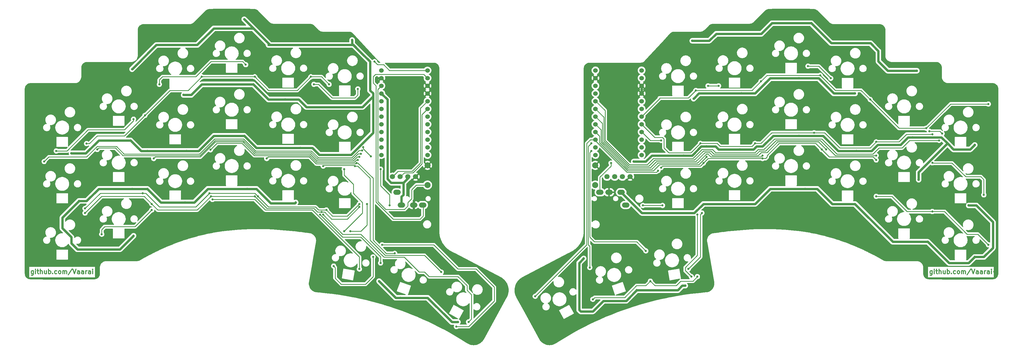
<source format=gtl>
G04 #@! TF.GenerationSoftware,KiCad,Pcbnew,8.0.1*
G04 #@! TF.CreationDate,2024-07-08T20:48:30+02:00*
G04 #@! TF.ProjectId,cornia,636f726e-6961-42e6-9b69-6361645f7063,3.0.1*
G04 #@! TF.SameCoordinates,Original*
G04 #@! TF.FileFunction,Copper,L1,Top*
G04 #@! TF.FilePolarity,Positive*
%FSLAX46Y46*%
G04 Gerber Fmt 4.6, Leading zero omitted, Abs format (unit mm)*
G04 Created by KiCad (PCBNEW 8.0.1) date 2024-07-08 20:48:30*
%MOMM*%
%LPD*%
G01*
G04 APERTURE LIST*
%ADD10C,0.300000*%
G04 #@! TA.AperFunction,NonConductor*
%ADD11C,0.300000*%
G04 #@! TD*
G04 #@! TA.AperFunction,ComponentPad*
%ADD12O,2.500000X1.700000*%
G04 #@! TD*
G04 #@! TA.AperFunction,ComponentPad*
%ADD13C,1.700000*%
G04 #@! TD*
G04 #@! TA.AperFunction,ComponentPad*
%ADD14C,2.000000*%
G04 #@! TD*
G04 #@! TA.AperFunction,ComponentPad*
%ADD15C,1.524000*%
G04 #@! TD*
G04 #@! TA.AperFunction,ViaPad*
%ADD16C,0.700000*%
G04 #@! TD*
G04 #@! TA.AperFunction,ViaPad*
%ADD17C,0.800000*%
G04 #@! TD*
G04 #@! TA.AperFunction,Conductor*
%ADD18C,0.254000*%
G04 #@! TD*
G04 #@! TA.AperFunction,Conductor*
%ADD19C,0.800000*%
G04 #@! TD*
G04 APERTURE END LIST*
D10*
D11*
X343054868Y-141330828D02*
X343054868Y-142545114D01*
X343054868Y-142545114D02*
X342983439Y-142687971D01*
X342983439Y-142687971D02*
X342912010Y-142759400D01*
X342912010Y-142759400D02*
X342769153Y-142830828D01*
X342769153Y-142830828D02*
X342554868Y-142830828D01*
X342554868Y-142830828D02*
X342412010Y-142759400D01*
X343054868Y-142259400D02*
X342912010Y-142330828D01*
X342912010Y-142330828D02*
X342626296Y-142330828D01*
X342626296Y-142330828D02*
X342483439Y-142259400D01*
X342483439Y-142259400D02*
X342412010Y-142187971D01*
X342412010Y-142187971D02*
X342340582Y-142045114D01*
X342340582Y-142045114D02*
X342340582Y-141616542D01*
X342340582Y-141616542D02*
X342412010Y-141473685D01*
X342412010Y-141473685D02*
X342483439Y-141402257D01*
X342483439Y-141402257D02*
X342626296Y-141330828D01*
X342626296Y-141330828D02*
X342912010Y-141330828D01*
X342912010Y-141330828D02*
X343054868Y-141402257D01*
X343769153Y-142330828D02*
X343769153Y-141330828D01*
X343769153Y-140830828D02*
X343697725Y-140902257D01*
X343697725Y-140902257D02*
X343769153Y-140973685D01*
X343769153Y-140973685D02*
X343840582Y-140902257D01*
X343840582Y-140902257D02*
X343769153Y-140830828D01*
X343769153Y-140830828D02*
X343769153Y-140973685D01*
X344269154Y-141330828D02*
X344840582Y-141330828D01*
X344483439Y-140830828D02*
X344483439Y-142116542D01*
X344483439Y-142116542D02*
X344554868Y-142259400D01*
X344554868Y-142259400D02*
X344697725Y-142330828D01*
X344697725Y-142330828D02*
X344840582Y-142330828D01*
X345340582Y-142330828D02*
X345340582Y-140830828D01*
X345983440Y-142330828D02*
X345983440Y-141545114D01*
X345983440Y-141545114D02*
X345912011Y-141402257D01*
X345912011Y-141402257D02*
X345769154Y-141330828D01*
X345769154Y-141330828D02*
X345554868Y-141330828D01*
X345554868Y-141330828D02*
X345412011Y-141402257D01*
X345412011Y-141402257D02*
X345340582Y-141473685D01*
X347340583Y-141330828D02*
X347340583Y-142330828D01*
X346697725Y-141330828D02*
X346697725Y-142116542D01*
X346697725Y-142116542D02*
X346769154Y-142259400D01*
X346769154Y-142259400D02*
X346912011Y-142330828D01*
X346912011Y-142330828D02*
X347126297Y-142330828D01*
X347126297Y-142330828D02*
X347269154Y-142259400D01*
X347269154Y-142259400D02*
X347340583Y-142187971D01*
X348054868Y-142330828D02*
X348054868Y-140830828D01*
X348054868Y-141402257D02*
X348197726Y-141330828D01*
X348197726Y-141330828D02*
X348483440Y-141330828D01*
X348483440Y-141330828D02*
X348626297Y-141402257D01*
X348626297Y-141402257D02*
X348697726Y-141473685D01*
X348697726Y-141473685D02*
X348769154Y-141616542D01*
X348769154Y-141616542D02*
X348769154Y-142045114D01*
X348769154Y-142045114D02*
X348697726Y-142187971D01*
X348697726Y-142187971D02*
X348626297Y-142259400D01*
X348626297Y-142259400D02*
X348483440Y-142330828D01*
X348483440Y-142330828D02*
X348197726Y-142330828D01*
X348197726Y-142330828D02*
X348054868Y-142259400D01*
X349412011Y-142187971D02*
X349483440Y-142259400D01*
X349483440Y-142259400D02*
X349412011Y-142330828D01*
X349412011Y-142330828D02*
X349340583Y-142259400D01*
X349340583Y-142259400D02*
X349412011Y-142187971D01*
X349412011Y-142187971D02*
X349412011Y-142330828D01*
X350769155Y-142259400D02*
X350626297Y-142330828D01*
X350626297Y-142330828D02*
X350340583Y-142330828D01*
X350340583Y-142330828D02*
X350197726Y-142259400D01*
X350197726Y-142259400D02*
X350126297Y-142187971D01*
X350126297Y-142187971D02*
X350054869Y-142045114D01*
X350054869Y-142045114D02*
X350054869Y-141616542D01*
X350054869Y-141616542D02*
X350126297Y-141473685D01*
X350126297Y-141473685D02*
X350197726Y-141402257D01*
X350197726Y-141402257D02*
X350340583Y-141330828D01*
X350340583Y-141330828D02*
X350626297Y-141330828D01*
X350626297Y-141330828D02*
X350769155Y-141402257D01*
X351626297Y-142330828D02*
X351483440Y-142259400D01*
X351483440Y-142259400D02*
X351412011Y-142187971D01*
X351412011Y-142187971D02*
X351340583Y-142045114D01*
X351340583Y-142045114D02*
X351340583Y-141616542D01*
X351340583Y-141616542D02*
X351412011Y-141473685D01*
X351412011Y-141473685D02*
X351483440Y-141402257D01*
X351483440Y-141402257D02*
X351626297Y-141330828D01*
X351626297Y-141330828D02*
X351840583Y-141330828D01*
X351840583Y-141330828D02*
X351983440Y-141402257D01*
X351983440Y-141402257D02*
X352054869Y-141473685D01*
X352054869Y-141473685D02*
X352126297Y-141616542D01*
X352126297Y-141616542D02*
X352126297Y-142045114D01*
X352126297Y-142045114D02*
X352054869Y-142187971D01*
X352054869Y-142187971D02*
X351983440Y-142259400D01*
X351983440Y-142259400D02*
X351840583Y-142330828D01*
X351840583Y-142330828D02*
X351626297Y-142330828D01*
X352769154Y-142330828D02*
X352769154Y-141330828D01*
X352769154Y-141473685D02*
X352840583Y-141402257D01*
X352840583Y-141402257D02*
X352983440Y-141330828D01*
X352983440Y-141330828D02*
X353197726Y-141330828D01*
X353197726Y-141330828D02*
X353340583Y-141402257D01*
X353340583Y-141402257D02*
X353412012Y-141545114D01*
X353412012Y-141545114D02*
X353412012Y-142330828D01*
X353412012Y-141545114D02*
X353483440Y-141402257D01*
X353483440Y-141402257D02*
X353626297Y-141330828D01*
X353626297Y-141330828D02*
X353840583Y-141330828D01*
X353840583Y-141330828D02*
X353983440Y-141402257D01*
X353983440Y-141402257D02*
X354054869Y-141545114D01*
X354054869Y-141545114D02*
X354054869Y-142330828D01*
X355840583Y-140759400D02*
X354554869Y-142687971D01*
X356126298Y-140830828D02*
X356626298Y-142330828D01*
X356626298Y-142330828D02*
X357126298Y-140830828D01*
X358269155Y-142330828D02*
X358269155Y-141545114D01*
X358269155Y-141545114D02*
X358197726Y-141402257D01*
X358197726Y-141402257D02*
X358054869Y-141330828D01*
X358054869Y-141330828D02*
X357769155Y-141330828D01*
X357769155Y-141330828D02*
X357626297Y-141402257D01*
X358269155Y-142259400D02*
X358126297Y-142330828D01*
X358126297Y-142330828D02*
X357769155Y-142330828D01*
X357769155Y-142330828D02*
X357626297Y-142259400D01*
X357626297Y-142259400D02*
X357554869Y-142116542D01*
X357554869Y-142116542D02*
X357554869Y-141973685D01*
X357554869Y-141973685D02*
X357626297Y-141830828D01*
X357626297Y-141830828D02*
X357769155Y-141759400D01*
X357769155Y-141759400D02*
X358126297Y-141759400D01*
X358126297Y-141759400D02*
X358269155Y-141687971D01*
X359626298Y-142330828D02*
X359626298Y-141545114D01*
X359626298Y-141545114D02*
X359554869Y-141402257D01*
X359554869Y-141402257D02*
X359412012Y-141330828D01*
X359412012Y-141330828D02*
X359126298Y-141330828D01*
X359126298Y-141330828D02*
X358983440Y-141402257D01*
X359626298Y-142259400D02*
X359483440Y-142330828D01*
X359483440Y-142330828D02*
X359126298Y-142330828D01*
X359126298Y-142330828D02*
X358983440Y-142259400D01*
X358983440Y-142259400D02*
X358912012Y-142116542D01*
X358912012Y-142116542D02*
X358912012Y-141973685D01*
X358912012Y-141973685D02*
X358983440Y-141830828D01*
X358983440Y-141830828D02*
X359126298Y-141759400D01*
X359126298Y-141759400D02*
X359483440Y-141759400D01*
X359483440Y-141759400D02*
X359626298Y-141687971D01*
X360340583Y-142330828D02*
X360340583Y-141330828D01*
X360340583Y-141616542D02*
X360412012Y-141473685D01*
X360412012Y-141473685D02*
X360483441Y-141402257D01*
X360483441Y-141402257D02*
X360626298Y-141330828D01*
X360626298Y-141330828D02*
X360769155Y-141330828D01*
X361912012Y-142330828D02*
X361912012Y-141545114D01*
X361912012Y-141545114D02*
X361840583Y-141402257D01*
X361840583Y-141402257D02*
X361697726Y-141330828D01*
X361697726Y-141330828D02*
X361412012Y-141330828D01*
X361412012Y-141330828D02*
X361269154Y-141402257D01*
X361912012Y-142259400D02*
X361769154Y-142330828D01*
X361769154Y-142330828D02*
X361412012Y-142330828D01*
X361412012Y-142330828D02*
X361269154Y-142259400D01*
X361269154Y-142259400D02*
X361197726Y-142116542D01*
X361197726Y-142116542D02*
X361197726Y-141973685D01*
X361197726Y-141973685D02*
X361269154Y-141830828D01*
X361269154Y-141830828D02*
X361412012Y-141759400D01*
X361412012Y-141759400D02*
X361769154Y-141759400D01*
X361769154Y-141759400D02*
X361912012Y-141687971D01*
X362626297Y-142330828D02*
X362626297Y-141330828D01*
X362626297Y-140830828D02*
X362554869Y-140902257D01*
X362554869Y-140902257D02*
X362626297Y-140973685D01*
X362626297Y-140973685D02*
X362697726Y-140902257D01*
X362697726Y-140902257D02*
X362626297Y-140830828D01*
X362626297Y-140830828D02*
X362626297Y-140973685D01*
D10*
D11*
X46554868Y-141330828D02*
X46554868Y-142545114D01*
X46554868Y-142545114D02*
X46483439Y-142687971D01*
X46483439Y-142687971D02*
X46412010Y-142759400D01*
X46412010Y-142759400D02*
X46269153Y-142830828D01*
X46269153Y-142830828D02*
X46054868Y-142830828D01*
X46054868Y-142830828D02*
X45912010Y-142759400D01*
X46554868Y-142259400D02*
X46412010Y-142330828D01*
X46412010Y-142330828D02*
X46126296Y-142330828D01*
X46126296Y-142330828D02*
X45983439Y-142259400D01*
X45983439Y-142259400D02*
X45912010Y-142187971D01*
X45912010Y-142187971D02*
X45840582Y-142045114D01*
X45840582Y-142045114D02*
X45840582Y-141616542D01*
X45840582Y-141616542D02*
X45912010Y-141473685D01*
X45912010Y-141473685D02*
X45983439Y-141402257D01*
X45983439Y-141402257D02*
X46126296Y-141330828D01*
X46126296Y-141330828D02*
X46412010Y-141330828D01*
X46412010Y-141330828D02*
X46554868Y-141402257D01*
X47269153Y-142330828D02*
X47269153Y-141330828D01*
X47269153Y-140830828D02*
X47197725Y-140902257D01*
X47197725Y-140902257D02*
X47269153Y-140973685D01*
X47269153Y-140973685D02*
X47340582Y-140902257D01*
X47340582Y-140902257D02*
X47269153Y-140830828D01*
X47269153Y-140830828D02*
X47269153Y-140973685D01*
X47769154Y-141330828D02*
X48340582Y-141330828D01*
X47983439Y-140830828D02*
X47983439Y-142116542D01*
X47983439Y-142116542D02*
X48054868Y-142259400D01*
X48054868Y-142259400D02*
X48197725Y-142330828D01*
X48197725Y-142330828D02*
X48340582Y-142330828D01*
X48840582Y-142330828D02*
X48840582Y-140830828D01*
X49483440Y-142330828D02*
X49483440Y-141545114D01*
X49483440Y-141545114D02*
X49412011Y-141402257D01*
X49412011Y-141402257D02*
X49269154Y-141330828D01*
X49269154Y-141330828D02*
X49054868Y-141330828D01*
X49054868Y-141330828D02*
X48912011Y-141402257D01*
X48912011Y-141402257D02*
X48840582Y-141473685D01*
X50840583Y-141330828D02*
X50840583Y-142330828D01*
X50197725Y-141330828D02*
X50197725Y-142116542D01*
X50197725Y-142116542D02*
X50269154Y-142259400D01*
X50269154Y-142259400D02*
X50412011Y-142330828D01*
X50412011Y-142330828D02*
X50626297Y-142330828D01*
X50626297Y-142330828D02*
X50769154Y-142259400D01*
X50769154Y-142259400D02*
X50840583Y-142187971D01*
X51554868Y-142330828D02*
X51554868Y-140830828D01*
X51554868Y-141402257D02*
X51697726Y-141330828D01*
X51697726Y-141330828D02*
X51983440Y-141330828D01*
X51983440Y-141330828D02*
X52126297Y-141402257D01*
X52126297Y-141402257D02*
X52197726Y-141473685D01*
X52197726Y-141473685D02*
X52269154Y-141616542D01*
X52269154Y-141616542D02*
X52269154Y-142045114D01*
X52269154Y-142045114D02*
X52197726Y-142187971D01*
X52197726Y-142187971D02*
X52126297Y-142259400D01*
X52126297Y-142259400D02*
X51983440Y-142330828D01*
X51983440Y-142330828D02*
X51697726Y-142330828D01*
X51697726Y-142330828D02*
X51554868Y-142259400D01*
X52912011Y-142187971D02*
X52983440Y-142259400D01*
X52983440Y-142259400D02*
X52912011Y-142330828D01*
X52912011Y-142330828D02*
X52840583Y-142259400D01*
X52840583Y-142259400D02*
X52912011Y-142187971D01*
X52912011Y-142187971D02*
X52912011Y-142330828D01*
X54269155Y-142259400D02*
X54126297Y-142330828D01*
X54126297Y-142330828D02*
X53840583Y-142330828D01*
X53840583Y-142330828D02*
X53697726Y-142259400D01*
X53697726Y-142259400D02*
X53626297Y-142187971D01*
X53626297Y-142187971D02*
X53554869Y-142045114D01*
X53554869Y-142045114D02*
X53554869Y-141616542D01*
X53554869Y-141616542D02*
X53626297Y-141473685D01*
X53626297Y-141473685D02*
X53697726Y-141402257D01*
X53697726Y-141402257D02*
X53840583Y-141330828D01*
X53840583Y-141330828D02*
X54126297Y-141330828D01*
X54126297Y-141330828D02*
X54269155Y-141402257D01*
X55126297Y-142330828D02*
X54983440Y-142259400D01*
X54983440Y-142259400D02*
X54912011Y-142187971D01*
X54912011Y-142187971D02*
X54840583Y-142045114D01*
X54840583Y-142045114D02*
X54840583Y-141616542D01*
X54840583Y-141616542D02*
X54912011Y-141473685D01*
X54912011Y-141473685D02*
X54983440Y-141402257D01*
X54983440Y-141402257D02*
X55126297Y-141330828D01*
X55126297Y-141330828D02*
X55340583Y-141330828D01*
X55340583Y-141330828D02*
X55483440Y-141402257D01*
X55483440Y-141402257D02*
X55554869Y-141473685D01*
X55554869Y-141473685D02*
X55626297Y-141616542D01*
X55626297Y-141616542D02*
X55626297Y-142045114D01*
X55626297Y-142045114D02*
X55554869Y-142187971D01*
X55554869Y-142187971D02*
X55483440Y-142259400D01*
X55483440Y-142259400D02*
X55340583Y-142330828D01*
X55340583Y-142330828D02*
X55126297Y-142330828D01*
X56269154Y-142330828D02*
X56269154Y-141330828D01*
X56269154Y-141473685D02*
X56340583Y-141402257D01*
X56340583Y-141402257D02*
X56483440Y-141330828D01*
X56483440Y-141330828D02*
X56697726Y-141330828D01*
X56697726Y-141330828D02*
X56840583Y-141402257D01*
X56840583Y-141402257D02*
X56912012Y-141545114D01*
X56912012Y-141545114D02*
X56912012Y-142330828D01*
X56912012Y-141545114D02*
X56983440Y-141402257D01*
X56983440Y-141402257D02*
X57126297Y-141330828D01*
X57126297Y-141330828D02*
X57340583Y-141330828D01*
X57340583Y-141330828D02*
X57483440Y-141402257D01*
X57483440Y-141402257D02*
X57554869Y-141545114D01*
X57554869Y-141545114D02*
X57554869Y-142330828D01*
X59340583Y-140759400D02*
X58054869Y-142687971D01*
X59626298Y-140830828D02*
X60126298Y-142330828D01*
X60126298Y-142330828D02*
X60626298Y-140830828D01*
X61769155Y-142330828D02*
X61769155Y-141545114D01*
X61769155Y-141545114D02*
X61697726Y-141402257D01*
X61697726Y-141402257D02*
X61554869Y-141330828D01*
X61554869Y-141330828D02*
X61269155Y-141330828D01*
X61269155Y-141330828D02*
X61126297Y-141402257D01*
X61769155Y-142259400D02*
X61626297Y-142330828D01*
X61626297Y-142330828D02*
X61269155Y-142330828D01*
X61269155Y-142330828D02*
X61126297Y-142259400D01*
X61126297Y-142259400D02*
X61054869Y-142116542D01*
X61054869Y-142116542D02*
X61054869Y-141973685D01*
X61054869Y-141973685D02*
X61126297Y-141830828D01*
X61126297Y-141830828D02*
X61269155Y-141759400D01*
X61269155Y-141759400D02*
X61626297Y-141759400D01*
X61626297Y-141759400D02*
X61769155Y-141687971D01*
X63126298Y-142330828D02*
X63126298Y-141545114D01*
X63126298Y-141545114D02*
X63054869Y-141402257D01*
X63054869Y-141402257D02*
X62912012Y-141330828D01*
X62912012Y-141330828D02*
X62626298Y-141330828D01*
X62626298Y-141330828D02*
X62483440Y-141402257D01*
X63126298Y-142259400D02*
X62983440Y-142330828D01*
X62983440Y-142330828D02*
X62626298Y-142330828D01*
X62626298Y-142330828D02*
X62483440Y-142259400D01*
X62483440Y-142259400D02*
X62412012Y-142116542D01*
X62412012Y-142116542D02*
X62412012Y-141973685D01*
X62412012Y-141973685D02*
X62483440Y-141830828D01*
X62483440Y-141830828D02*
X62626298Y-141759400D01*
X62626298Y-141759400D02*
X62983440Y-141759400D01*
X62983440Y-141759400D02*
X63126298Y-141687971D01*
X63840583Y-142330828D02*
X63840583Y-141330828D01*
X63840583Y-141616542D02*
X63912012Y-141473685D01*
X63912012Y-141473685D02*
X63983441Y-141402257D01*
X63983441Y-141402257D02*
X64126298Y-141330828D01*
X64126298Y-141330828D02*
X64269155Y-141330828D01*
X65412012Y-142330828D02*
X65412012Y-141545114D01*
X65412012Y-141545114D02*
X65340583Y-141402257D01*
X65340583Y-141402257D02*
X65197726Y-141330828D01*
X65197726Y-141330828D02*
X64912012Y-141330828D01*
X64912012Y-141330828D02*
X64769154Y-141402257D01*
X65412012Y-142259400D02*
X65269154Y-142330828D01*
X65269154Y-142330828D02*
X64912012Y-142330828D01*
X64912012Y-142330828D02*
X64769154Y-142259400D01*
X64769154Y-142259400D02*
X64697726Y-142116542D01*
X64697726Y-142116542D02*
X64697726Y-141973685D01*
X64697726Y-141973685D02*
X64769154Y-141830828D01*
X64769154Y-141830828D02*
X64912012Y-141759400D01*
X64912012Y-141759400D02*
X65269154Y-141759400D01*
X65269154Y-141759400D02*
X65412012Y-141687971D01*
X66126297Y-142330828D02*
X66126297Y-141330828D01*
X66126297Y-140830828D02*
X66054869Y-140902257D01*
X66054869Y-140902257D02*
X66126297Y-140973685D01*
X66126297Y-140973685D02*
X66197726Y-140902257D01*
X66197726Y-140902257D02*
X66126297Y-140830828D01*
X66126297Y-140830828D02*
X66126297Y-140973685D01*
D12*
X166486500Y-115441500D03*
X174986500Y-119641500D03*
X171986500Y-119641500D03*
X167986500Y-119641500D03*
D13*
X165027500Y-110280000D03*
X167567500Y-110280000D03*
X170107500Y-110280000D03*
X172647500Y-110280000D03*
D14*
X176576500Y-113030500D03*
X176576500Y-106530500D03*
D12*
X241950500Y-119625000D03*
X233450500Y-115425000D03*
X236450500Y-115425000D03*
X240450500Y-115425000D03*
D13*
X235797500Y-110280000D03*
X238337500Y-110280000D03*
X240877500Y-110280000D03*
X243417500Y-110280000D03*
D14*
X231917500Y-113027000D03*
X231917500Y-106527000D03*
D15*
X176575900Y-75191500D03*
X176575900Y-77731500D03*
X176575900Y-80271500D03*
X176575900Y-82811500D03*
X176575900Y-85351500D03*
X176575900Y-87891500D03*
X176575900Y-90431500D03*
X176575900Y-92971500D03*
X176575900Y-95511500D03*
X176575900Y-98051500D03*
X176575900Y-100591500D03*
X176575900Y-103131500D03*
X161355900Y-103131500D03*
X161355900Y-100591500D03*
X161355900Y-98051500D03*
X161355900Y-95511500D03*
X161355900Y-92971500D03*
X161355900Y-90431500D03*
X161355900Y-87891500D03*
X161355900Y-85351500D03*
X161355900Y-82811500D03*
X161355900Y-80271500D03*
X161355900Y-77731500D03*
X161355900Y-75191500D03*
X247211900Y-75167000D03*
X247211900Y-77707000D03*
X247211900Y-80247000D03*
X247211900Y-82787000D03*
X247211900Y-85327000D03*
X247211900Y-87867000D03*
X247211900Y-90407000D03*
X247211900Y-92947000D03*
X247211900Y-95487000D03*
X247211900Y-98027000D03*
X247211900Y-100567000D03*
X247211900Y-103107000D03*
X231991900Y-103107000D03*
X231991900Y-100567000D03*
X231991900Y-98027000D03*
X231991900Y-95487000D03*
X231991900Y-92947000D03*
X231991900Y-90407000D03*
X231991900Y-87867000D03*
X231991900Y-85327000D03*
X231991900Y-82787000D03*
X231991900Y-80247000D03*
X231991900Y-77707000D03*
X231991900Y-75167000D03*
D16*
X64107500Y-99343500D03*
X144107500Y-79780000D03*
X138107500Y-77280000D03*
X102107500Y-77280000D03*
X83357500Y-90030000D03*
X119579500Y-77280000D03*
X120607500Y-116780000D03*
X82607500Y-115780000D03*
X157857500Y-103530000D03*
X143207606Y-121280000D03*
X155386868Y-100559368D03*
X154107500Y-119280000D03*
X104607500Y-115780000D03*
X63607500Y-120780000D03*
X154107500Y-120280000D03*
X85607500Y-119280000D03*
X119607500Y-116780000D03*
X63607500Y-122280000D03*
X105107500Y-116780000D03*
X141607500Y-121966500D03*
X151107500Y-128280000D03*
X156607500Y-119280000D03*
X158607500Y-136780000D03*
X145607500Y-139780000D03*
X137487497Y-126420000D03*
X117167497Y-55300000D03*
X73987497Y-75620000D03*
X68907497Y-108640000D03*
X96847497Y-65460000D03*
X200987497Y-149280000D03*
X46047497Y-128960000D03*
X127327497Y-65460000D03*
X170507497Y-131500000D03*
X147647497Y-70540000D03*
X112087497Y-123880000D03*
X99387497Y-123880000D03*
X48587497Y-139120000D03*
X117167497Y-90860000D03*
X86687497Y-134040000D03*
X152727497Y-75620000D03*
X170507497Y-90860000D03*
X173047497Y-95940000D03*
X61287497Y-80700000D03*
X134947497Y-62920000D03*
D17*
X88607500Y-115780000D03*
D16*
X63827497Y-83240000D03*
X165427497Y-78160000D03*
X142567497Y-146740000D03*
X66367497Y-93400000D03*
X119707497Y-123880000D03*
X84147497Y-128960000D03*
X140027497Y-70540000D03*
X188287497Y-139120000D03*
X165427497Y-85780000D03*
X137487497Y-80700000D03*
X167967497Y-134040000D03*
X165427497Y-103560000D03*
X46047497Y-113720000D03*
X68907497Y-111180000D03*
X170507497Y-78160000D03*
X107007497Y-55300000D03*
X46047497Y-101020000D03*
X99387497Y-60380000D03*
X155267497Y-136580000D03*
X66367497Y-95940000D03*
X61287497Y-128960000D03*
X157807497Y-149280000D03*
X89227497Y-123880000D03*
X119707497Y-88320000D03*
X178127497Y-118800000D03*
X140027497Y-144200000D03*
X124787497Y-123880000D03*
X96847497Y-128960000D03*
X129867497Y-123880000D03*
X170507497Y-80700000D03*
X129867497Y-62920000D03*
X101927497Y-70540000D03*
X58747497Y-85780000D03*
X178127497Y-108640000D03*
X167967497Y-85780000D03*
X195907497Y-156900000D03*
X127327497Y-106100000D03*
X94307497Y-126420000D03*
X73987497Y-83240000D03*
X68907497Y-75620000D03*
X112087497Y-121340000D03*
D17*
X89032000Y-97204500D03*
D16*
X173047497Y-90860000D03*
D17*
X125607500Y-97280000D03*
D16*
X162887497Y-141660000D03*
X114627497Y-123880000D03*
X84147497Y-78160000D03*
X109547497Y-123880000D03*
X122247497Y-95940000D03*
X175587497Y-134040000D03*
X51127497Y-85780000D03*
X56207497Y-90860000D03*
X46047497Y-111180000D03*
X86687497Y-128960000D03*
X66367497Y-88320000D03*
X140027497Y-75620000D03*
X167967497Y-90860000D03*
X117167497Y-121340000D03*
X63827497Y-136580000D03*
X107007497Y-108640000D03*
X104467497Y-60380000D03*
X178127497Y-131500000D03*
X173047497Y-85780000D03*
X63827497Y-85780000D03*
X117167497Y-93400000D03*
X170507497Y-126420000D03*
X63827497Y-75620000D03*
X170507497Y-98480000D03*
X99387497Y-126420000D03*
X89227497Y-128960000D03*
X46047497Y-93400000D03*
X84147497Y-85780000D03*
X147647497Y-139120000D03*
X173047497Y-131500000D03*
X124787497Y-106100000D03*
X51127497Y-88320000D03*
X173047497Y-88320000D03*
X129867497Y-65460000D03*
X53667497Y-85780000D03*
X165427497Y-83240000D03*
X101927497Y-85780000D03*
X66367497Y-136580000D03*
X86687497Y-131500000D03*
X132407497Y-126420000D03*
X165427497Y-80700000D03*
X46047497Y-85780000D03*
X86687497Y-65460000D03*
X122247497Y-93400000D03*
X89227497Y-106100000D03*
X94307497Y-128960000D03*
X84147497Y-75620000D03*
X61287497Y-121340000D03*
X71447497Y-106100000D03*
X122247497Y-106100000D03*
X150187497Y-85780000D03*
X114627497Y-126420000D03*
X86687497Y-62920000D03*
X109547497Y-126420000D03*
X66367497Y-90860000D03*
X46047497Y-118800000D03*
X170507497Y-134040000D03*
X53667497Y-106100000D03*
X167967497Y-78160000D03*
X183207497Y-159440000D03*
X167967497Y-128960000D03*
X101927497Y-126420000D03*
X170507497Y-101020000D03*
X170507497Y-93400000D03*
X167967497Y-80700000D03*
X160347497Y-149280000D03*
X175587497Y-131500000D03*
X124787497Y-62920000D03*
X91767497Y-131500000D03*
X173047497Y-98480000D03*
X140027497Y-90860000D03*
X89227497Y-126420000D03*
X173047497Y-80700000D03*
X84147497Y-83240000D03*
X109547497Y-121340000D03*
X134947497Y-123880000D03*
X91767497Y-85780000D03*
X167967497Y-95940000D03*
X61287497Y-139120000D03*
X101927497Y-68000000D03*
X170507497Y-83240000D03*
X68907497Y-78160000D03*
X140027497Y-136580000D03*
X170507497Y-154360000D03*
X84147497Y-65460000D03*
X48587497Y-136580000D03*
D17*
X159607500Y-78280000D03*
D16*
X66367497Y-108640000D03*
X51127497Y-101020000D03*
X127327497Y-75620000D03*
X81607497Y-78160000D03*
X117167497Y-126420000D03*
X48587497Y-134040000D03*
X165427497Y-101020000D03*
X46047497Y-98480000D03*
X109547497Y-55300000D03*
X48587497Y-103560000D03*
X61287497Y-83240000D03*
X46047497Y-88320000D03*
X122247497Y-68000000D03*
X160347497Y-128960000D03*
X170507497Y-128960000D03*
X124787497Y-126420000D03*
X91767497Y-70540000D03*
X51127497Y-136580000D03*
X94307497Y-83240000D03*
X198447497Y-144200000D03*
X66367497Y-106100000D03*
X58747497Y-95940000D03*
X46047497Y-131500000D03*
X140027497Y-128960000D03*
X91767497Y-123880000D03*
X152727497Y-149280000D03*
X73987497Y-131500000D03*
X180667497Y-139120000D03*
X73987497Y-121340000D03*
X84147497Y-80700000D03*
X48587497Y-121340000D03*
X104467497Y-57840000D03*
X99387497Y-85780000D03*
X81607497Y-95940000D03*
X140027497Y-93400000D03*
X51127497Y-98480000D03*
X84147497Y-98480000D03*
X61287497Y-85780000D03*
X140027497Y-65460000D03*
X112087497Y-126420000D03*
X91767497Y-62920000D03*
X173047497Y-134040000D03*
X107007497Y-123880000D03*
X193367497Y-164520000D03*
X127327497Y-126420000D03*
X122247497Y-126420000D03*
X81607497Y-111180000D03*
X99387497Y-128960000D03*
X119707497Y-121340000D03*
X107007497Y-93400000D03*
X117167497Y-85780000D03*
X175587497Y-154360000D03*
X84147497Y-93400000D03*
X122247497Y-60380000D03*
X173047497Y-93400000D03*
X46047497Y-126420000D03*
X122247497Y-98480000D03*
X132407497Y-62920000D03*
X195907497Y-159440000D03*
X89227497Y-62920000D03*
X91767497Y-128960000D03*
X140027497Y-141660000D03*
X140027497Y-62920000D03*
X124787497Y-60380000D03*
X46047497Y-116260000D03*
X134947497Y-113720000D03*
X86687497Y-126420000D03*
X71447497Y-88320000D03*
X94307497Y-65460000D03*
X71447497Y-118800000D03*
X63827497Y-139120000D03*
X142567497Y-70540000D03*
X119707497Y-57840000D03*
X190827497Y-161980000D03*
X94307497Y-123880000D03*
D17*
X125607500Y-78780000D03*
D16*
X104467497Y-126420000D03*
X167967497Y-93400000D03*
X145107497Y-108640000D03*
X107007497Y-83240000D03*
X119707497Y-95940000D03*
X91767497Y-88320000D03*
X145107497Y-65460000D03*
X173047497Y-83240000D03*
X132407497Y-123880000D03*
X117167497Y-123880000D03*
X94307497Y-62920000D03*
X178127497Y-123880000D03*
X170507497Y-85780000D03*
X61287497Y-95940000D03*
X119707497Y-126420000D03*
X137487497Y-83240000D03*
X127327497Y-123880000D03*
X107007497Y-57840000D03*
X66367497Y-80700000D03*
X112087497Y-65460000D03*
X137487497Y-123880000D03*
X200987497Y-146740000D03*
X178127497Y-156900000D03*
X73987497Y-136580000D03*
X145107497Y-116260000D03*
X91767497Y-126420000D03*
D17*
X126149914Y-115640000D03*
D16*
X101927497Y-62920000D03*
X107007497Y-111180000D03*
X175587497Y-111180000D03*
X68907497Y-90860000D03*
X56207497Y-85780000D03*
X122247497Y-85780000D03*
X145107497Y-85780000D03*
X147647497Y-85780000D03*
X107007497Y-121340000D03*
X107007497Y-62920000D03*
X81607497Y-136580000D03*
X175587497Y-108640000D03*
X167967497Y-101020000D03*
X134947497Y-65460000D03*
X63827497Y-78160000D03*
X140027497Y-85780000D03*
X173047497Y-101020000D03*
D17*
X173107500Y-117280000D03*
D16*
X114627497Y-55300000D03*
X165427497Y-93400000D03*
X140027497Y-73080000D03*
X165427497Y-98480000D03*
X46047497Y-123880000D03*
X178127497Y-136580000D03*
X198447497Y-154360000D03*
X53667497Y-88320000D03*
X84147497Y-134040000D03*
X89227497Y-131500000D03*
X178127497Y-121340000D03*
X89227497Y-65460000D03*
X160347497Y-123880000D03*
X112087497Y-118800000D03*
X134947497Y-126420000D03*
X48587497Y-131500000D03*
D17*
X52107500Y-115280000D03*
D16*
X114627497Y-121340000D03*
X109547497Y-62920000D03*
X86687497Y-113720000D03*
X107007497Y-75620000D03*
X193367497Y-159440000D03*
X173047497Y-126420000D03*
X173047497Y-78160000D03*
X170507497Y-88320000D03*
X167967497Y-98480000D03*
X73987497Y-78160000D03*
X127327497Y-62920000D03*
X112087497Y-55300000D03*
X71447497Y-80700000D03*
X48587497Y-85780000D03*
X51127497Y-139120000D03*
X79067497Y-121340000D03*
X101927497Y-88320000D03*
X107007497Y-126420000D03*
D17*
X167107500Y-143780000D03*
D16*
X124787497Y-88320000D03*
X165427497Y-128960000D03*
X96847497Y-62920000D03*
X66367497Y-139120000D03*
X66367497Y-111180000D03*
X193367497Y-161980000D03*
X178127497Y-111180000D03*
X46047497Y-139120000D03*
X127327497Y-83240000D03*
X104467497Y-108640000D03*
X167967497Y-131500000D03*
X178127497Y-128960000D03*
X140027497Y-83240000D03*
X122247497Y-113720000D03*
X46047497Y-108640000D03*
X188287497Y-161980000D03*
X96847497Y-126420000D03*
X63827497Y-80700000D03*
X134947497Y-118800000D03*
X51127497Y-134040000D03*
X53667497Y-121340000D03*
X185747497Y-136580000D03*
X129867497Y-108640000D03*
X129867497Y-126420000D03*
X99387497Y-62920000D03*
X46047497Y-95940000D03*
X140027497Y-139120000D03*
X190827497Y-164520000D03*
X190827497Y-144200000D03*
X101927497Y-123880000D03*
X137487497Y-65460000D03*
X165427497Y-90860000D03*
X137487497Y-62920000D03*
X48587497Y-88320000D03*
X81607497Y-131500000D03*
X81607497Y-75620000D03*
X175587497Y-128960000D03*
X56207497Y-88320000D03*
X165427497Y-95940000D03*
X178127497Y-154360000D03*
X101927497Y-83240000D03*
X170507497Y-95940000D03*
D17*
X144107500Y-81280000D03*
D16*
X195907497Y-151820000D03*
X46047497Y-134040000D03*
X142567497Y-65460000D03*
X84147497Y-131500000D03*
X145107497Y-141660000D03*
X46047497Y-103560000D03*
X134947497Y-90860000D03*
X145107497Y-70540000D03*
X132407497Y-65460000D03*
X68907497Y-136580000D03*
X117167497Y-108640000D03*
X84147497Y-62920000D03*
X46047497Y-121340000D03*
X46047497Y-90860000D03*
X140027497Y-126420000D03*
X61287497Y-123880000D03*
X167967497Y-126420000D03*
X129867497Y-70540000D03*
X165427497Y-88320000D03*
X79067497Y-78160000D03*
X79067497Y-136580000D03*
X51127497Y-95940000D03*
X104467497Y-123880000D03*
X84147497Y-95940000D03*
X96847497Y-123880000D03*
X178127497Y-116260000D03*
X167967497Y-103560000D03*
X81607497Y-134040000D03*
X122247497Y-75620000D03*
X122247497Y-123880000D03*
X152727497Y-85780000D03*
X167967497Y-83240000D03*
X66367497Y-78160000D03*
X162887497Y-151820000D03*
X101927497Y-60380000D03*
X68907497Y-93400000D03*
X140027497Y-146740000D03*
X170507497Y-103560000D03*
X66367497Y-75620000D03*
X104467497Y-111180000D03*
X173047497Y-154360000D03*
X165427497Y-134040000D03*
X91767497Y-106100000D03*
X91767497Y-65460000D03*
X46047497Y-136580000D03*
X165427497Y-113720000D03*
X167967497Y-88320000D03*
X122247497Y-88320000D03*
X99387497Y-65460000D03*
X185747497Y-161980000D03*
X155267497Y-149280000D03*
X165427497Y-131500000D03*
D17*
X173107500Y-122280000D03*
D16*
X173047497Y-128960000D03*
X46047497Y-106100000D03*
X107007497Y-90860000D03*
X119707497Y-93400000D03*
X68907497Y-80700000D03*
X180667497Y-156900000D03*
D17*
X116107500Y-58280000D03*
X158607500Y-82780000D03*
X151357500Y-103030000D03*
X96107500Y-83280000D03*
X61107500Y-134280000D03*
X133107500Y-118780000D03*
X129607500Y-84780000D03*
X117107500Y-114280000D03*
X151709500Y-65130000D03*
X79107500Y-74780000D03*
X186607500Y-158280000D03*
X119107500Y-79780000D03*
X160607500Y-144780000D03*
X79607500Y-129780000D03*
X84107500Y-101780000D03*
X116107500Y-96780000D03*
X134607500Y-100780000D03*
X84107500Y-114280000D03*
X61607500Y-118280000D03*
X167607500Y-150280000D03*
X78607500Y-98280000D03*
X79107500Y-114280000D03*
X59107500Y-102553000D03*
X97107500Y-101780000D03*
X96607500Y-118780000D03*
D16*
X50107500Y-105280000D03*
X154995732Y-101652072D03*
X67614500Y-101280000D03*
X154558678Y-102731178D03*
X86254500Y-104280000D03*
X154107500Y-103780000D03*
X104944356Y-101407000D03*
X149107500Y-107780000D03*
X149107500Y-128280000D03*
X153607500Y-104780000D03*
X123534500Y-104280000D03*
X165734500Y-135603000D03*
X153107500Y-105780000D03*
X152607500Y-106780000D03*
X142174500Y-106780000D03*
X181107500Y-141780000D03*
X161107500Y-107780000D03*
X159107500Y-72280000D03*
X164107500Y-119780000D03*
X341107500Y-94280000D03*
X306107500Y-76780000D03*
X265107500Y-81780000D03*
X361607500Y-86280000D03*
X286607500Y-78780000D03*
X322607500Y-84780000D03*
X304107500Y-95780000D03*
X266607500Y-99280000D03*
X343107500Y-96280000D03*
X324607500Y-98780000D03*
X360107500Y-116280000D03*
X343107500Y-105710000D03*
X284607500Y-99280000D03*
X324607500Y-116780000D03*
X306607500Y-101280000D03*
X324607500Y-104780000D03*
X287107500Y-104280000D03*
X343107500Y-121780000D03*
X253607500Y-98280000D03*
X253607500Y-107280000D03*
X267607500Y-105780000D03*
X361607500Y-132780000D03*
X265607500Y-143280000D03*
X231107500Y-150780000D03*
X250107500Y-144780000D03*
X237107500Y-105780000D03*
X345342500Y-98280000D03*
X324607500Y-103280000D03*
X308062500Y-101280000D03*
X230607500Y-101780000D03*
X287107500Y-103280000D03*
X248607500Y-134780000D03*
X230607500Y-99280000D03*
X268607500Y-103780000D03*
X230107500Y-140280000D03*
X212107500Y-149780000D03*
X252607500Y-108280000D03*
D17*
X299107500Y-96780000D03*
X317607500Y-82780000D03*
X303207500Y-59580000D03*
X318107500Y-101780000D03*
X227107500Y-154780000D03*
X261107500Y-103280000D03*
X284607500Y-119280000D03*
X261607500Y-146280000D03*
X288107500Y-79280000D03*
X264607500Y-122280000D03*
X286707500Y-63080000D03*
X338607500Y-111280000D03*
X280107500Y-82780000D03*
X338007500Y-75280000D03*
X299107500Y-77780000D03*
X263907500Y-65380000D03*
X228107500Y-137280000D03*
X317607500Y-119280000D03*
X336607500Y-97280000D03*
X279607500Y-101280000D03*
X301107500Y-114280000D03*
X264357500Y-84530000D03*
X244607500Y-105280000D03*
X268607500Y-100280000D03*
X357107500Y-99780000D03*
X341607500Y-131780000D03*
X355107500Y-119780000D03*
X357107500Y-136780000D03*
X245607500Y-147780000D03*
X310607500Y-97280000D03*
D16*
X292427497Y-121340000D03*
X320367497Y-62920000D03*
X228927497Y-75620000D03*
X272107497Y-126420000D03*
X254327497Y-70540000D03*
X307667497Y-128960000D03*
X259407497Y-65460000D03*
X216227497Y-164520000D03*
X269567497Y-141660000D03*
X241627497Y-101020000D03*
X267027497Y-146740000D03*
X358467497Y-116260000D03*
X320367497Y-95940000D03*
D17*
X347607500Y-116780000D03*
D16*
X239087497Y-95940000D03*
X325447497Y-78160000D03*
X307667497Y-68000000D03*
X244167497Y-134040000D03*
X294967497Y-55300000D03*
X333067497Y-80700000D03*
X305127497Y-57840000D03*
X254327497Y-128960000D03*
X236547497Y-128960000D03*
X241627497Y-75620000D03*
X345767497Y-85780000D03*
X322907497Y-118800000D03*
X250707500Y-83580000D03*
X343227497Y-75620000D03*
X350847497Y-88320000D03*
X236547497Y-75620000D03*
X226387497Y-159440000D03*
X228927497Y-78160000D03*
X310207497Y-106100000D03*
X361007497Y-139120000D03*
X327987497Y-136580000D03*
X361007497Y-101020000D03*
X317827497Y-126420000D03*
X327987497Y-113720000D03*
X363547497Y-93400000D03*
X363547497Y-113720000D03*
X234007497Y-80700000D03*
X251107500Y-101780000D03*
X218767497Y-159440000D03*
X305127497Y-88320000D03*
X302587497Y-80700000D03*
X305127497Y-93400000D03*
X279727497Y-126420000D03*
X312747497Y-128960000D03*
X272107497Y-68000000D03*
X274647497Y-85780000D03*
X343227497Y-139120000D03*
X305127497Y-126420000D03*
X246707497Y-113720000D03*
X327987497Y-78160000D03*
X363547497Y-121340000D03*
X250707500Y-77980000D03*
X292427497Y-80700000D03*
X340687497Y-75620000D03*
X315287497Y-126420000D03*
X241627497Y-93400000D03*
X320367497Y-85780000D03*
X231467497Y-121340000D03*
X333067497Y-136580000D03*
X325447497Y-93400000D03*
X211147497Y-154360000D03*
X350847497Y-121340000D03*
X327987497Y-80700000D03*
X307667497Y-123880000D03*
X236547497Y-139120000D03*
X244167497Y-116260000D03*
X348307497Y-80700000D03*
X216227497Y-161980000D03*
X297507497Y-123880000D03*
X302587497Y-123880000D03*
X256867497Y-128960000D03*
X244167497Y-75620000D03*
X340687497Y-136580000D03*
X208607497Y-144200000D03*
X274647497Y-75620000D03*
X292427497Y-83240000D03*
X241627497Y-90860000D03*
X310207497Y-121340000D03*
X317827497Y-131500000D03*
X363547497Y-141660000D03*
X305127497Y-80700000D03*
X282267497Y-85780000D03*
X363547497Y-106100000D03*
X231467497Y-123880000D03*
X348307497Y-95940000D03*
X208607497Y-146740000D03*
X279727497Y-65460000D03*
X272107497Y-65460000D03*
X228927497Y-80700000D03*
D17*
X273107500Y-97280000D03*
D16*
X244167497Y-78160000D03*
X322907497Y-128960000D03*
X250907500Y-90180000D03*
X236547497Y-83240000D03*
X216227497Y-156900000D03*
X297507497Y-80700000D03*
X325447497Y-131500000D03*
X284807497Y-126420000D03*
X287347497Y-83240000D03*
X239087497Y-93400000D03*
X261947497Y-128960000D03*
X223847497Y-159440000D03*
X335607497Y-116260000D03*
X358467497Y-123880000D03*
D17*
X272607500Y-115780000D03*
D16*
X272107497Y-88320000D03*
X259407497Y-88320000D03*
X325447497Y-80700000D03*
X320367497Y-113720000D03*
X284807497Y-60380000D03*
X274647497Y-126420000D03*
X259407497Y-85780000D03*
X327987497Y-134040000D03*
X327987497Y-93400000D03*
X330527497Y-80700000D03*
X264487497Y-98480000D03*
X312747497Y-126420000D03*
X274647497Y-93400000D03*
X322907497Y-134040000D03*
X234007497Y-121340000D03*
X241627497Y-123880000D03*
X289887497Y-62920000D03*
X239087497Y-80700000D03*
X254327497Y-83240000D03*
X277187497Y-70540000D03*
X333067497Y-83240000D03*
X322907497Y-116260000D03*
X363547497Y-108640000D03*
X236547497Y-134040000D03*
X363547497Y-103560000D03*
X213687497Y-156900000D03*
X269567497Y-126420000D03*
X300047497Y-121340000D03*
X272107497Y-106100000D03*
X289887497Y-126420000D03*
X264487497Y-88320000D03*
X320367497Y-128960000D03*
X211147497Y-144200000D03*
X239087497Y-75620000D03*
X302587497Y-111180000D03*
X233707500Y-104580000D03*
X269567497Y-75620000D03*
X312747497Y-123880000D03*
X259407497Y-68000000D03*
X300047497Y-126420000D03*
X320367497Y-126420000D03*
D17*
X347607500Y-135280000D03*
D16*
X269567497Y-88320000D03*
X292427497Y-55300000D03*
X350847497Y-103560000D03*
X327987497Y-108640000D03*
X333067497Y-113720000D03*
X277187497Y-68000000D03*
X343227497Y-78160000D03*
X330527497Y-106100000D03*
X325447497Y-134040000D03*
X338147497Y-116260000D03*
X320367497Y-131500000D03*
X251787497Y-116260000D03*
X315287497Y-70540000D03*
X325447497Y-90860000D03*
X302587497Y-126420000D03*
X302587497Y-75620000D03*
X320367497Y-118800000D03*
X338147497Y-113720000D03*
X307667497Y-126420000D03*
X348307497Y-83240000D03*
X284807497Y-85780000D03*
X363547497Y-98480000D03*
X292427497Y-118800000D03*
X345767497Y-139120000D03*
X330527497Y-88320000D03*
X218767497Y-161980000D03*
X241627497Y-85780000D03*
X315287497Y-123880000D03*
X325447497Y-75620000D03*
X333067497Y-116260000D03*
X361007497Y-126420000D03*
X236547497Y-78160000D03*
X244167497Y-113720000D03*
X261947497Y-85780000D03*
X358467497Y-139120000D03*
X272107497Y-78160000D03*
X216227497Y-141660000D03*
X310207497Y-123880000D03*
X251787497Y-128960000D03*
X234007497Y-139120000D03*
X236547497Y-126420000D03*
X244167497Y-144200000D03*
X361007497Y-106100000D03*
X348307497Y-103560000D03*
X302587497Y-118800000D03*
X259407497Y-70540000D03*
X213687497Y-144200000D03*
X274647497Y-68000000D03*
X294967497Y-116260000D03*
X241627497Y-139120000D03*
X272107497Y-85780000D03*
X264487497Y-128960000D03*
X363547497Y-101020000D03*
X287347497Y-126420000D03*
X300047497Y-55300000D03*
X363547497Y-136580000D03*
X325447497Y-118800000D03*
X307667497Y-113720000D03*
X292427497Y-90860000D03*
X312747497Y-106100000D03*
X307667497Y-121340000D03*
X312747497Y-62920000D03*
X363547497Y-111180000D03*
X246707497Y-111180000D03*
X236547497Y-154360000D03*
X241627497Y-98480000D03*
X287347497Y-93400000D03*
X216227497Y-159440000D03*
X338147497Y-126420000D03*
X239087497Y-134040000D03*
X254327497Y-85780000D03*
X241627497Y-121340000D03*
X211147497Y-146740000D03*
X300047497Y-123880000D03*
X361007497Y-98480000D03*
X338147497Y-103560000D03*
X300047497Y-68000000D03*
X213687497Y-159440000D03*
X269567497Y-144200000D03*
X267027497Y-68000000D03*
X287347497Y-88320000D03*
X254327497Y-88320000D03*
X302587497Y-121340000D03*
X310207497Y-85780000D03*
X254327497Y-139120000D03*
X315287497Y-62920000D03*
X274647497Y-106100000D03*
X305127497Y-65460000D03*
X251787497Y-141660000D03*
X317827497Y-128960000D03*
X251787497Y-149280000D03*
X333067497Y-78160000D03*
X239087497Y-78160000D03*
X345767497Y-80700000D03*
X254327497Y-80700000D03*
X269567497Y-146740000D03*
X213687497Y-141660000D03*
X221307497Y-159440000D03*
X226387497Y-156900000D03*
X282267497Y-126420000D03*
X250507500Y-109780000D03*
X305127497Y-121340000D03*
X287347497Y-95940000D03*
X234007497Y-75620000D03*
X294967497Y-126420000D03*
X277187497Y-126420000D03*
X363547497Y-95940000D03*
X305127497Y-118800000D03*
X241627497Y-88320000D03*
X363547497Y-90860000D03*
X259407497Y-128960000D03*
X363547497Y-116260000D03*
X315287497Y-68000000D03*
X305127497Y-123880000D03*
X361007497Y-103560000D03*
X239087497Y-98480000D03*
X282267497Y-113720000D03*
X302587497Y-93400000D03*
X234007497Y-78160000D03*
X297507497Y-126420000D03*
X231467497Y-128960000D03*
X327987497Y-118800000D03*
X320367497Y-90860000D03*
X363547497Y-139120000D03*
X292427497Y-108640000D03*
X269567497Y-85780000D03*
X340687497Y-113720000D03*
X256867497Y-70540000D03*
X317827497Y-123880000D03*
D17*
X329607500Y-126780000D03*
D16*
X244167497Y-83240000D03*
X244167497Y-85780000D03*
X343227497Y-136580000D03*
X322907497Y-131500000D03*
X338147497Y-136580000D03*
X241627497Y-95940000D03*
X289887497Y-108640000D03*
X264487497Y-93400000D03*
X269567497Y-68000000D03*
X287347497Y-57840000D03*
X239087497Y-126420000D03*
X325447497Y-95940000D03*
X228927497Y-149280000D03*
X259407497Y-73080000D03*
X353387497Y-121340000D03*
X305127497Y-111180000D03*
X269567497Y-116260000D03*
X241627497Y-126420000D03*
X289887497Y-111180000D03*
X300047497Y-80700000D03*
X287347497Y-113720000D03*
X239087497Y-90860000D03*
X239087497Y-88320000D03*
X251787497Y-123880000D03*
X264487497Y-118800000D03*
X310207497Y-128960000D03*
X363547497Y-88320000D03*
X340687497Y-116260000D03*
X254327497Y-149280000D03*
X327987497Y-95940000D03*
X241627497Y-78160000D03*
X234007497Y-136580000D03*
X251107500Y-99580000D03*
X249247497Y-128960000D03*
X236547497Y-80700000D03*
X363547497Y-118800000D03*
X335607497Y-113720000D03*
X277187497Y-65460000D03*
D17*
X235607500Y-118280000D03*
D16*
X239087497Y-128960000D03*
X239087497Y-123880000D03*
X294967497Y-65460000D03*
X234007497Y-146740000D03*
X315287497Y-128960000D03*
X289887497Y-121340000D03*
X340687497Y-139120000D03*
X254327497Y-116260000D03*
X345767497Y-83240000D03*
X340687497Y-111180000D03*
X239087497Y-83240000D03*
X312747497Y-68000000D03*
X264487497Y-116260000D03*
X297507497Y-55300000D03*
X251787497Y-131500000D03*
X282267497Y-90860000D03*
X317827497Y-62920000D03*
X310207497Y-62920000D03*
X213687497Y-161980000D03*
X211147497Y-156900000D03*
X358467497Y-103560000D03*
X284807497Y-65460000D03*
X256867497Y-123880000D03*
X292427497Y-62920000D03*
X312747497Y-88320000D03*
X208607497Y-151820000D03*
X325447497Y-62920000D03*
X282267497Y-65460000D03*
D17*
X234938935Y-113448565D03*
D16*
X294967497Y-62920000D03*
X264487497Y-131500000D03*
X254327497Y-131500000D03*
X254327497Y-123880000D03*
X274647497Y-65460000D03*
X310207497Y-126420000D03*
X310207497Y-68000000D03*
D17*
X310607500Y-115780000D03*
D16*
X251107500Y-95380000D03*
X287347497Y-90860000D03*
X218767497Y-139120000D03*
X269567497Y-78160000D03*
X361007497Y-118800000D03*
X312747497Y-85780000D03*
X327987497Y-111180000D03*
X221307497Y-161980000D03*
X208607497Y-149280000D03*
X213687497Y-154360000D03*
X249247497Y-131500000D03*
X363547497Y-85780000D03*
X305127497Y-83240000D03*
X241627497Y-80700000D03*
X355927497Y-95940000D03*
X292427497Y-126420000D03*
X54107500Y-101780000D03*
X79607500Y-91280000D03*
X88107500Y-79780000D03*
X116607500Y-73280000D03*
X139107500Y-79780000D03*
X153607500Y-81280000D03*
X69107500Y-129280000D03*
X85607500Y-121280000D03*
X105607500Y-117780000D03*
X154107500Y-140780000D03*
X141107500Y-122780000D03*
X161107500Y-138780000D03*
X142107500Y-122780000D03*
X190107500Y-158280000D03*
X342107500Y-95280000D03*
X346357500Y-96030000D03*
X309607500Y-77780000D03*
X302107500Y-73780000D03*
X272607500Y-80280000D03*
X269107500Y-80280000D03*
X262607500Y-140780000D03*
X267107500Y-122280000D03*
X265607500Y-122780000D03*
X263607500Y-143280000D03*
X254107500Y-119780000D03*
X247607500Y-119780000D03*
X186107500Y-159780000D03*
X161607500Y-132780000D03*
D18*
X76607500Y-96780000D02*
X83357500Y-90030000D01*
X102107500Y-77280000D02*
X119579500Y-77280000D01*
X133607500Y-81780000D02*
X138107500Y-77280000D01*
X65044000Y-99343500D02*
X67607500Y-96780000D01*
X141607500Y-77280000D02*
X138107500Y-77280000D01*
X144107500Y-79780000D02*
X141607500Y-77280000D01*
X64107500Y-99343500D02*
X65044000Y-99343500D01*
X97607500Y-81780000D02*
X102107500Y-77280000D01*
X119579500Y-77280000D02*
X124079500Y-81780000D01*
X124079500Y-81780000D02*
X133607500Y-81780000D01*
X67607500Y-96780000D02*
X76607500Y-96780000D01*
X91607500Y-81780000D02*
X97607500Y-81780000D01*
X83357500Y-90030000D02*
X91607500Y-81780000D01*
X100107500Y-120280000D02*
X104607500Y-115780000D01*
X119607500Y-115780000D02*
X120607500Y-116780000D01*
X145207606Y-123280000D02*
X150107500Y-123280000D01*
X83607500Y-115780000D02*
X88107500Y-120280000D01*
X143207606Y-121280000D02*
X140607500Y-121280000D01*
X155386868Y-101059368D02*
X157857500Y-103530000D01*
X124107500Y-120280000D02*
X120607500Y-116780000D01*
X143207606Y-121280000D02*
X145207606Y-123280000D01*
X68607500Y-115780000D02*
X63607500Y-120780000D01*
X82607500Y-115780000D02*
X83607500Y-115780000D01*
X140607500Y-121280000D02*
X139607500Y-120280000D01*
X104607500Y-115780000D02*
X119607500Y-115780000D01*
X155386868Y-100559368D02*
X155386868Y-101059368D01*
X88107500Y-120280000D02*
X100107500Y-120280000D01*
X82607500Y-115780000D02*
X68607500Y-115780000D01*
X139607500Y-120280000D02*
X124107500Y-120280000D01*
X150107500Y-123280000D02*
X154107500Y-119280000D01*
X150107500Y-124280000D02*
X144921000Y-124280000D01*
X85607500Y-119280000D02*
X87607500Y-121280000D01*
X144921000Y-124280000D02*
X142607500Y-121966500D01*
X142607500Y-121966500D02*
X141607500Y-121966500D01*
X100607500Y-121280000D02*
X105107500Y-116780000D01*
X140294000Y-121966500D02*
X139107500Y-120780000D01*
X141607500Y-121966500D02*
X140294000Y-121966500D01*
X85607500Y-119280000D02*
X83107500Y-116780000D01*
X87607500Y-121280000D02*
X100607500Y-121280000D01*
X123607500Y-120780000D02*
X119607500Y-116780000D01*
X154107500Y-120280000D02*
X150107500Y-124280000D01*
X139107500Y-120780000D02*
X123607500Y-120780000D01*
X69107500Y-116780000D02*
X63607500Y-122280000D01*
X105107500Y-116780000D02*
X119607500Y-116780000D01*
X83107500Y-116780000D02*
X69107500Y-116780000D01*
X151107500Y-128280000D02*
X154607500Y-128280000D01*
X154607500Y-128280000D02*
X156607500Y-126280000D01*
X156607500Y-126280000D02*
X156607500Y-119280000D01*
X146107500Y-143780000D02*
X146107500Y-140280000D01*
X158607500Y-143280000D02*
X156107500Y-145780000D01*
X158607500Y-136780000D02*
X158607500Y-143280000D01*
X148107500Y-145780000D02*
X146107500Y-143780000D01*
X156107500Y-145780000D02*
X148107500Y-145780000D01*
X146107500Y-140280000D02*
X145607500Y-139780000D01*
D19*
X171986500Y-121159000D02*
X173107500Y-122280000D01*
X161355900Y-77731500D02*
X160156000Y-77731500D01*
X160156000Y-77731500D02*
X159607500Y-78280000D01*
X171986500Y-119641500D02*
X171986500Y-121159000D01*
X171986500Y-118401000D02*
X171986500Y-119641500D01*
X173107500Y-117280000D02*
X171986500Y-118401000D01*
X119107500Y-79780000D02*
X102107500Y-79780000D01*
X158607500Y-95780000D02*
X158607500Y-83780000D01*
X184607500Y-158280000D02*
X186607500Y-158280000D01*
X158607500Y-83780000D02*
X155107500Y-87280000D01*
X106107500Y-96780000D02*
X116107500Y-96780000D01*
X104107500Y-114280000D02*
X99607500Y-118780000D01*
X68107500Y-114280000D02*
X64107500Y-118280000D01*
X151357500Y-103030000D02*
X140857500Y-103030000D01*
X158607500Y-82780000D02*
X157607500Y-81780000D01*
X151709500Y-65130000D02*
X151709500Y-66382000D01*
X151709500Y-66382000D02*
X154607500Y-69280000D01*
X56107500Y-123780000D02*
X56107500Y-127280000D01*
X168642750Y-116244750D02*
X167986500Y-116901000D01*
X160607500Y-144780000D02*
X166107500Y-150280000D01*
X64107500Y-118280000D02*
X61607500Y-118280000D01*
X170180500Y-110742250D02*
X170180500Y-110277500D01*
X98607500Y-83280000D02*
X96107500Y-83280000D01*
X140857500Y-103030000D02*
X138607500Y-100780000D01*
X134107500Y-84780000D02*
X129607500Y-84780000D01*
X166107500Y-150280000D02*
X167607500Y-150280000D01*
X61607500Y-118280000D02*
X56107500Y-123780000D01*
X168642750Y-112280000D02*
X168642750Y-116244750D01*
X61107500Y-134280000D02*
X75107500Y-134280000D01*
X106107500Y-61280000D02*
X100607500Y-66780000D01*
X167986500Y-116901000D02*
X167986500Y-119641500D01*
X116107500Y-58280000D02*
X124607500Y-66780000D01*
X163357500Y-111030000D02*
X164607500Y-112280000D01*
X133107500Y-118780000D02*
X132857500Y-119030000D01*
X101107500Y-101780000D02*
X106107500Y-96780000D01*
X136607500Y-87280000D02*
X134107500Y-84780000D01*
X134607500Y-100780000D02*
X120107500Y-100780000D01*
X151357500Y-103030000D02*
X158607500Y-95780000D01*
X125607500Y-66780000D02*
X124107500Y-66780000D01*
X119107500Y-61280000D02*
X106107500Y-61280000D01*
X117107500Y-114280000D02*
X104107500Y-114280000D01*
X157607500Y-81780000D02*
X157607500Y-72280000D01*
X164607500Y-112280000D02*
X168642750Y-112280000D01*
X59107500Y-132280000D02*
X61107500Y-134280000D01*
X124607500Y-66780000D02*
X125607500Y-66780000D01*
X168642750Y-112280000D02*
X170180500Y-110742250D01*
X157607500Y-72280000D02*
X154607500Y-69280000D01*
X56107500Y-127280000D02*
X59107500Y-130280000D01*
X124107500Y-84780000D02*
X119107500Y-79780000D01*
X116107500Y-96780000D02*
X120107500Y-100780000D01*
X82107500Y-101780000D02*
X78607500Y-98280000D01*
X163357500Y-84813100D02*
X163357500Y-111030000D01*
X84107500Y-114280000D02*
X79107500Y-114280000D01*
X124857500Y-119030000D02*
X120107500Y-114280000D01*
X154607500Y-69280000D02*
X152107500Y-66780000D01*
X100607500Y-66780000D02*
X87107500Y-66780000D01*
X97107500Y-101780000D02*
X82107500Y-101780000D01*
X129607500Y-84780000D02*
X124107500Y-84780000D01*
X99607500Y-118780000D02*
X96607500Y-118780000D01*
X152107500Y-66780000D02*
X125607500Y-66780000D01*
X138607500Y-100780000D02*
X134607500Y-100780000D01*
X63834500Y-102553000D02*
X68107500Y-98280000D01*
X97107500Y-101780000D02*
X101107500Y-101780000D01*
X155107500Y-87280000D02*
X136607500Y-87280000D01*
X79107500Y-114280000D02*
X68107500Y-114280000D01*
X75107500Y-134280000D02*
X79607500Y-129780000D01*
X167607500Y-150280000D02*
X176607500Y-150280000D01*
X120107500Y-114280000D02*
X117107500Y-114280000D01*
X158607500Y-82780000D02*
X158607500Y-83780000D01*
X59107500Y-130280000D02*
X59107500Y-132280000D01*
X68107500Y-98280000D02*
X78607500Y-98280000D01*
X161355900Y-82811500D02*
X163357500Y-84813100D01*
X102107500Y-79780000D02*
X98607500Y-83280000D01*
X59107500Y-102553000D02*
X63834500Y-102553000D01*
X87107500Y-66780000D02*
X79107500Y-74780000D01*
X88607500Y-118780000D02*
X84107500Y-114280000D01*
X96607500Y-118780000D02*
X88607500Y-118780000D01*
X176607500Y-150280000D02*
X184607500Y-158280000D01*
X132857500Y-119030000D02*
X124857500Y-119030000D01*
D18*
X73949010Y-100280000D02*
X67607500Y-100280000D01*
X154995732Y-101652072D02*
X153985428Y-101652072D01*
X151607500Y-104030000D02*
X140499552Y-104030000D01*
X115891604Y-97780000D02*
X106323395Y-97780000D01*
X64107500Y-103780000D02*
X51607500Y-103780000D01*
X67607500Y-100280000D02*
X64107500Y-103780000D01*
X106323395Y-97780000D02*
X101323395Y-102780000D01*
X51607500Y-103780000D02*
X50107500Y-105280000D01*
X119891604Y-101780000D02*
X115891604Y-97780000D01*
X101323395Y-102780000D02*
X76449010Y-102780000D01*
X153985428Y-101652072D02*
X151607500Y-104030000D01*
X140499552Y-104030000D02*
X138249552Y-101780000D01*
X76449010Y-102780000D02*
X73949010Y-100280000D01*
X138249552Y-101780000D02*
X119891604Y-101780000D01*
X119749552Y-102280000D02*
X115749552Y-98280000D01*
X68114500Y-100780000D02*
X67614500Y-101280000D01*
X140357500Y-104530000D02*
X138107500Y-102280000D01*
X115749552Y-98280000D02*
X106465447Y-98280000D01*
X138107500Y-102280000D02*
X119749552Y-102280000D01*
X76107500Y-103280000D02*
X73607500Y-100780000D01*
X106465447Y-98280000D02*
X101465447Y-103280000D01*
X154558678Y-102731178D02*
X153656322Y-102731178D01*
X153656322Y-102731178D02*
X151857500Y-104530000D01*
X73607500Y-100780000D02*
X68114500Y-100780000D01*
X151857500Y-104530000D02*
X140357500Y-104530000D01*
X101465447Y-103280000D02*
X76107500Y-103280000D01*
X137891604Y-102780000D02*
X119607500Y-102780000D01*
X153411474Y-103780000D02*
X152161474Y-105030000D01*
X106607500Y-98780000D02*
X101607500Y-103780000D01*
X86754500Y-103780000D02*
X86254500Y-104280000D01*
X115607500Y-98780000D02*
X106607500Y-98780000D01*
X140141604Y-105030000D02*
X137891604Y-102780000D01*
X154107500Y-103780000D02*
X153411474Y-103780000D01*
X101607500Y-103780000D02*
X86754500Y-103780000D01*
X152161474Y-105030000D02*
X140141604Y-105030000D01*
X119607500Y-102780000D02*
X115607500Y-98780000D01*
X139999552Y-105530000D02*
X137749552Y-103280000D01*
X153607500Y-104780000D02*
X153107500Y-104780000D01*
X137749552Y-103280000D02*
X119465448Y-103280000D01*
X155107500Y-122280000D02*
X155107500Y-118780000D01*
X152357500Y-105530000D02*
X139999552Y-105530000D01*
X149107500Y-109780000D02*
X149107500Y-107780000D01*
X119465448Y-103280000D02*
X115419448Y-99234000D01*
X152107500Y-115780000D02*
X152107500Y-112780000D01*
X115419448Y-99234000D02*
X107117356Y-99234000D01*
X153107500Y-104780000D02*
X152357500Y-105530000D01*
X152107500Y-112780000D02*
X149107500Y-109780000D01*
X149107500Y-128280000D02*
X155107500Y-122280000D01*
X107117356Y-99234000D02*
X104944356Y-101407000D01*
X155107500Y-118780000D02*
X152107500Y-115780000D01*
X124034500Y-103780000D02*
X123534500Y-104280000D01*
X137607500Y-103780000D02*
X124034500Y-103780000D01*
X139857500Y-106030000D02*
X137607500Y-103780000D01*
X153607500Y-105780000D02*
X158607500Y-110780000D01*
X153107500Y-105780000D02*
X153607500Y-105780000D01*
X165684500Y-135653000D02*
X165734500Y-135603000D01*
X162980500Y-135653000D02*
X165684500Y-135653000D01*
X158607500Y-131280000D02*
X162980500Y-135653000D01*
X152857500Y-106030000D02*
X139857500Y-106030000D01*
X158607500Y-110780000D02*
X158607500Y-131280000D01*
X153107500Y-105780000D02*
X152857500Y-106030000D01*
X142424500Y-106530000D02*
X142174500Y-106780000D01*
X153607500Y-106780000D02*
X157607500Y-110780000D01*
X157607500Y-110780000D02*
X157607500Y-131280000D01*
X152607500Y-106780000D02*
X153607500Y-106780000D01*
X162607500Y-136280000D02*
X175607500Y-136280000D01*
X157607500Y-131280000D02*
X162607500Y-136280000D01*
X175607500Y-136280000D02*
X181107500Y-141780000D01*
X152607500Y-106780000D02*
X152357500Y-106530000D01*
X152357500Y-106530000D02*
X142424500Y-106530000D01*
X164019000Y-75191500D02*
X176575900Y-75191500D01*
X161107500Y-107780000D02*
X161107500Y-113280000D01*
X160107500Y-73280000D02*
X162107500Y-73280000D01*
X164107500Y-116280000D02*
X164107500Y-119780000D01*
X162107500Y-73280000D02*
X164019000Y-75191500D01*
X161107500Y-113280000D02*
X164107500Y-116280000D01*
X159107500Y-72280000D02*
X160107500Y-73280000D01*
X175307900Y-76463500D02*
X159424000Y-76463500D01*
X158607500Y-77280000D02*
X158607500Y-79280000D01*
X175136914Y-123250586D02*
X175136914Y-119791914D01*
X165226758Y-124280000D02*
X174107500Y-124280000D01*
X159607500Y-118660742D02*
X165226758Y-124280000D01*
X159424000Y-76463500D02*
X158607500Y-77280000D01*
X158607500Y-79280000D02*
X159607500Y-80280000D01*
X159607500Y-80280000D02*
X159607500Y-118660742D01*
X174107500Y-124280000D02*
X175136914Y-123250586D01*
X176575900Y-77731500D02*
X175307900Y-76463500D01*
X168939468Y-121089500D02*
X170107500Y-119921468D01*
X170107500Y-119921468D02*
X170107500Y-118780000D01*
X170107500Y-118780000D02*
X171332500Y-117555000D01*
X161355900Y-80271500D02*
X160140513Y-81486887D01*
X172857000Y-113030500D02*
X176576500Y-113030500D01*
X160140513Y-118432429D02*
X162797584Y-121089500D01*
X160140513Y-81486887D02*
X160140513Y-118432429D01*
X171332500Y-114555000D02*
X172857000Y-113030500D01*
X171332500Y-117555000D02*
X171332500Y-114555000D01*
X162797584Y-121089500D02*
X168939468Y-121089500D01*
X171744557Y-108957511D02*
X168960489Y-108957511D01*
X176575900Y-87891500D02*
X174710511Y-89756889D01*
X174710510Y-105991558D02*
X171744557Y-108957511D01*
X174710511Y-89756889D02*
X174710510Y-105991558D01*
X167640500Y-110277500D02*
X168960489Y-108957511D01*
X176575900Y-85351500D02*
X174256500Y-87670900D01*
X166856500Y-108503500D02*
X165100500Y-110259500D01*
X171556500Y-108503500D02*
X166856500Y-108503500D01*
X174256500Y-105803500D02*
X171556500Y-108503500D01*
X174256500Y-87670900D02*
X174256500Y-105803500D01*
X253107500Y-84511400D02*
X253107500Y-84280000D01*
X288607500Y-76780000D02*
X306107500Y-76780000D01*
X341107500Y-94280000D02*
X349107500Y-86280000D01*
X262607500Y-84280000D02*
X265107500Y-81780000D01*
X283607500Y-81780000D02*
X286607500Y-78780000D01*
X349107500Y-86280000D02*
X361607500Y-86280000D01*
X319607500Y-81780000D02*
X322607500Y-84780000D01*
X311107500Y-81780000D02*
X319607500Y-81780000D01*
X247211900Y-90407000D02*
X253107500Y-84511400D01*
X332107500Y-94280000D02*
X341107500Y-94280000D01*
X306107500Y-76780000D02*
X311107500Y-81780000D01*
X265107500Y-81780000D02*
X283607500Y-81780000D01*
X322607500Y-84780000D02*
X332107500Y-94280000D01*
X253107500Y-84280000D02*
X262607500Y-84280000D01*
X286607500Y-78780000D02*
X288607500Y-76780000D01*
X251544900Y-97280000D02*
X254107500Y-97280000D01*
X272107500Y-99280000D02*
X273107500Y-100280000D01*
X254107500Y-97280000D02*
X254607500Y-97780000D01*
X247211900Y-92947000D02*
X251544900Y-97280000D01*
X322607500Y-100780000D02*
X324607500Y-98780000D01*
X286607500Y-99280000D02*
X290107500Y-95780000D01*
X307607500Y-95780000D02*
X312607500Y-100780000D01*
X312607500Y-100780000D02*
X322607500Y-100780000D01*
X359107500Y-110280000D02*
X360107500Y-111280000D01*
X360107500Y-111280000D02*
X360107500Y-116280000D01*
X354107500Y-110280000D02*
X359107500Y-110280000D01*
X254607500Y-97780000D02*
X254607500Y-100780000D01*
X273107500Y-100280000D02*
X283607500Y-100280000D01*
X284607500Y-99280000D02*
X286607500Y-99280000D01*
X304107500Y-95780000D02*
X307607500Y-95780000D01*
X266607500Y-99280000D02*
X272107500Y-99280000D01*
X263500500Y-102387000D02*
X266607500Y-99280000D01*
X343177500Y-105780000D02*
X349607500Y-105780000D01*
X254607500Y-100780000D02*
X256214500Y-102387000D01*
X256214500Y-102387000D02*
X263500500Y-102387000D01*
X332107500Y-98780000D02*
X334607500Y-96280000D01*
X290107500Y-95780000D02*
X304107500Y-95780000D01*
X324607500Y-98780000D02*
X332107500Y-98780000D01*
X349607500Y-105780000D02*
X354107500Y-110280000D01*
X343107500Y-105710000D02*
X343177500Y-105780000D01*
X334607500Y-96280000D02*
X343107500Y-96280000D01*
X283607500Y-100280000D02*
X284607500Y-99280000D01*
X288607500Y-103280000D02*
X288607500Y-103780000D01*
X329750453Y-116780000D02*
X334750453Y-121780000D01*
X288607500Y-103780000D02*
X288107500Y-104280000D01*
X292607500Y-99280000D02*
X288607500Y-103280000D01*
X306607500Y-101280000D02*
X309107500Y-103780000D01*
X247314500Y-95487000D02*
X250107500Y-98280000D01*
X254107500Y-106780000D02*
X253607500Y-107280000D01*
X250107500Y-98280000D02*
X253607500Y-98280000D01*
X266607500Y-106780000D02*
X254107500Y-106780000D01*
X304607500Y-99280000D02*
X292607500Y-99280000D01*
X324607500Y-116780000D02*
X329750453Y-116780000D01*
X347107500Y-121780000D02*
X354607500Y-129280000D01*
X306607500Y-101280000D02*
X304607500Y-99280000D01*
X323607500Y-103780000D02*
X324607500Y-104780000D01*
X269107500Y-104280000D02*
X287107500Y-104280000D01*
X343107500Y-121780000D02*
X347107500Y-121780000D01*
X358107500Y-129280000D02*
X361607500Y-132780000D01*
X288107500Y-104280000D02*
X287107500Y-104280000D01*
X354607500Y-129280000D02*
X358107500Y-129280000D01*
X334750453Y-121780000D02*
X343107500Y-121780000D01*
X309107500Y-103780000D02*
X323607500Y-103780000D01*
X267607500Y-105780000D02*
X269107500Y-104280000D01*
X267607500Y-105780000D02*
X266607500Y-106780000D01*
X258607500Y-146280000D02*
X260107500Y-144780000D01*
X260107500Y-144780000D02*
X264107500Y-144780000D01*
X248607500Y-146280000D02*
X250107500Y-144780000D01*
X250107500Y-144780000D02*
X251607500Y-146280000D01*
X264107500Y-144780000D02*
X265607500Y-143280000D01*
X251607500Y-146280000D02*
X258607500Y-146280000D01*
X241607500Y-150180000D02*
X245507500Y-146280000D01*
X231107500Y-150780000D02*
X231707500Y-150180000D01*
X245507500Y-146280000D02*
X248607500Y-146280000D01*
X231707500Y-150180000D02*
X241607500Y-150180000D01*
X237107500Y-105780000D02*
X237107500Y-106780000D01*
X233450500Y-110437000D02*
X233450500Y-115425000D01*
X237107500Y-106780000D02*
X233450500Y-110437000D01*
X285607500Y-101280000D02*
X287529869Y-101280000D01*
X311607500Y-102780000D02*
X323488500Y-102780000D01*
X232063500Y-85328000D02*
X235180501Y-88445001D01*
X270607500Y-101280000D02*
X271607500Y-102280000D01*
X264107500Y-104280000D02*
X267107500Y-101280000D01*
X287529869Y-101280000D02*
X291029869Y-97780000D01*
X267107500Y-101280000D02*
X270607500Y-101280000D01*
X251107500Y-104280000D02*
X264107500Y-104280000D01*
X284607500Y-102280000D02*
X285607500Y-101280000D01*
X323488500Y-102780000D02*
X325488500Y-100780000D01*
X243121500Y-106280000D02*
X249107500Y-106280000D01*
X249107500Y-106280000D02*
X251107500Y-104280000D01*
X235180501Y-98339001D02*
X243121500Y-106280000D01*
X235180501Y-88445001D02*
X235180501Y-98339001D01*
X291029869Y-97780000D02*
X306607500Y-97780000D01*
X333107500Y-100780000D02*
X335607500Y-98280000D01*
X306607500Y-97780000D02*
X311607500Y-102780000D01*
X335607500Y-98280000D02*
X345342500Y-98280000D01*
X325488500Y-100780000D02*
X333107500Y-100780000D01*
X271607500Y-102280000D02*
X284607500Y-102280000D01*
X242963432Y-106780000D02*
X249607500Y-106780000D01*
X291588092Y-98280000D02*
X306107500Y-98280000D01*
X251607500Y-104780000D02*
X264607500Y-104780000D01*
X285107500Y-102780000D02*
X286107500Y-101780000D01*
X249607500Y-106780000D02*
X251607500Y-104780000D01*
X288088092Y-101780000D02*
X291588092Y-98280000D01*
X267607500Y-101780000D02*
X270107500Y-101780000D01*
X234726491Y-90597591D02*
X234726491Y-98543059D01*
X264607500Y-104780000D02*
X267607500Y-101780000D01*
X234726491Y-98543059D02*
X242963432Y-106780000D01*
X231996900Y-87868000D02*
X234726491Y-90597591D01*
X306107500Y-98280000D02*
X311107500Y-103280000D01*
X311107500Y-103280000D02*
X324607500Y-103280000D01*
X270107500Y-101780000D02*
X271107500Y-102780000D01*
X271107500Y-102780000D02*
X285107500Y-102780000D01*
X286107500Y-101780000D02*
X288088092Y-101780000D01*
X269607500Y-102280000D02*
X268107500Y-102280000D01*
X308062500Y-101280000D02*
X305562500Y-98780000D01*
X265107500Y-105280000D02*
X252107500Y-105280000D01*
X285646316Y-103280000D02*
X270607500Y-103280000D01*
X242821364Y-107280000D02*
X234272480Y-98731116D01*
X250107500Y-107280000D02*
X242821364Y-107280000D01*
X288607500Y-102280000D02*
X286646316Y-102280000D01*
X234272480Y-98731116D02*
X234272480Y-92683580D01*
X286646316Y-102280000D02*
X285646316Y-103280000D01*
X268107500Y-102280000D02*
X265107500Y-105280000D01*
X252107500Y-105280000D02*
X250107500Y-107280000D01*
X305562500Y-98780000D02*
X292107500Y-98780000D01*
X234272480Y-92683580D02*
X231996900Y-90408000D01*
X292107500Y-98780000D02*
X288607500Y-102280000D01*
X270607500Y-103280000D02*
X269607500Y-102280000D01*
X265607500Y-105780000D02*
X252578788Y-105780000D01*
X268607500Y-102780000D02*
X265607500Y-105780000D01*
X269096355Y-102780000D02*
X268607500Y-102780000D01*
X230107500Y-102280000D02*
X230107500Y-130280000D01*
X242679296Y-107780000D02*
X233818469Y-98919173D01*
X270096355Y-103780000D02*
X269096355Y-102780000D01*
X250578788Y-107780000D02*
X242679296Y-107780000D01*
X286607500Y-103780000D02*
X270096355Y-103780000D01*
X230107500Y-130280000D02*
X231607500Y-131780000D01*
X252578788Y-105780000D02*
X250578788Y-107780000D01*
X230107500Y-102280000D02*
X230607500Y-101780000D01*
X233818469Y-98919173D02*
X233818469Y-94769569D01*
X231607500Y-131780000D02*
X245607500Y-131780000D01*
X287107500Y-103280000D02*
X286607500Y-103780000D01*
X233818469Y-94769569D02*
X231996900Y-92948000D01*
X245607500Y-131780000D02*
X248607500Y-134780000D01*
X233364460Y-99107232D02*
X233364460Y-96855560D01*
X233364460Y-96855560D02*
X231996900Y-95488000D01*
X251107500Y-108280000D02*
X242537228Y-108280000D01*
X268607500Y-103780000D02*
X266107500Y-106280000D01*
X229607500Y-100280000D02*
X230607500Y-99280000D01*
X242537228Y-108280000D02*
X233364460Y-99107232D01*
X266107500Y-106280000D02*
X253107500Y-106280000D01*
X229607500Y-132780000D02*
X229607500Y-100280000D01*
X230107500Y-140280000D02*
X230107500Y-133280000D01*
X230107500Y-133280000D02*
X229607500Y-132780000D01*
X253107500Y-106280000D02*
X251107500Y-108280000D01*
X252607500Y-108280000D02*
X252107500Y-108780000D01*
X229107500Y-132780000D02*
X212107500Y-149780000D01*
X230360500Y-98027000D02*
X229107500Y-99280000D01*
X242395160Y-108780000D02*
X231996900Y-98381740D01*
X231991900Y-98027000D02*
X230360500Y-98027000D01*
X229107500Y-99280000D02*
X229107500Y-132780000D01*
X252107500Y-108780000D02*
X242395160Y-108780000D01*
D19*
X310107500Y-119280000D02*
X317607500Y-119280000D01*
X248607500Y-105280000D02*
X244607500Y-105280000D01*
X360107500Y-136780000D02*
X357107500Y-136780000D01*
X357607500Y-119780000D02*
X363107500Y-125280000D01*
X272607500Y-101280000D02*
X284107500Y-101280000D01*
X318107500Y-101780000D02*
X323107500Y-101780000D01*
X336607500Y-97280000D02*
X346107500Y-97280000D01*
X310607500Y-82780000D02*
X317607500Y-82780000D01*
X264607500Y-122280000D02*
X267607500Y-119280000D01*
X309807500Y-66180000D02*
X322707500Y-66180000D01*
X328407500Y-75280000D02*
X338007500Y-75280000D01*
X363107500Y-133780000D02*
X360107500Y-136780000D01*
X264357500Y-84530000D02*
X266107500Y-82780000D01*
X330107500Y-131780000D02*
X336607500Y-131780000D01*
X348607500Y-138780000D02*
X355107500Y-138780000D01*
X305607500Y-77780000D02*
X310607500Y-82780000D01*
X234607500Y-151280000D02*
X242107500Y-151280000D01*
X260607500Y-146280000D02*
X261607500Y-146280000D01*
X261107500Y-103280000D02*
X250607500Y-103280000D01*
X286707500Y-63080000D02*
X271807500Y-63080000D01*
X280107500Y-82780000D02*
X284607500Y-82780000D01*
X242107500Y-151280000D02*
X245607500Y-147780000D01*
X335107500Y-97280000D02*
X336607500Y-97280000D01*
X231107500Y-154780000D02*
X234607500Y-151280000D01*
X325107500Y-99780000D02*
X332607500Y-99780000D01*
X286707500Y-63080000D02*
X290207500Y-59580000D01*
X227107500Y-154780000D02*
X226607500Y-154280000D01*
X338607500Y-111280000D02*
X338607500Y-108780000D01*
X303207500Y-59580000D02*
X309807500Y-66180000D01*
X346107500Y-97280000D02*
X348107500Y-99280000D01*
X227107500Y-154780000D02*
X231107500Y-154780000D01*
X261107500Y-103280000D02*
X263857500Y-103280000D01*
X290207500Y-59580000D02*
X303207500Y-59580000D01*
X289607500Y-114280000D02*
X301107500Y-114280000D01*
X267607500Y-119280000D02*
X284607500Y-119280000D01*
X284607500Y-82780000D02*
X288107500Y-79280000D01*
X338607500Y-108780000D02*
X348107500Y-99280000D01*
X322707500Y-66180000D02*
X325307500Y-68780000D01*
X259107500Y-147780000D02*
X260607500Y-146280000D01*
X350107500Y-101280000D02*
X355607500Y-101280000D01*
X240450500Y-115425000D02*
X247305500Y-122280000D01*
X284607500Y-119280000D02*
X289607500Y-114280000D01*
X266107500Y-82780000D02*
X280107500Y-82780000D01*
X305107500Y-114280000D02*
X310107500Y-119280000D01*
X269507500Y-65380000D02*
X263907500Y-65380000D01*
X289607500Y-77780000D02*
X299107500Y-77780000D01*
X287107500Y-100280000D02*
X290607500Y-96780000D01*
X355107500Y-138780000D02*
X357107500Y-136780000D01*
X307107500Y-96780000D02*
X312107500Y-101780000D01*
X271607500Y-100280000D02*
X272607500Y-101280000D01*
X348107500Y-99280000D02*
X350107500Y-101280000D01*
X341607500Y-131780000D02*
X348607500Y-138780000D01*
X325307500Y-72180000D02*
X328407500Y-75280000D01*
X226607500Y-138780000D02*
X228107500Y-137280000D01*
X263857500Y-103280000D02*
X266857500Y-100280000D01*
X299107500Y-96780000D02*
X307107500Y-96780000D01*
X312107500Y-101780000D02*
X318107500Y-101780000D01*
X355607500Y-101280000D02*
X357107500Y-99780000D01*
X299107500Y-77780000D02*
X305607500Y-77780000D01*
X301107500Y-114280000D02*
X305107500Y-114280000D01*
X325307500Y-68780000D02*
X325307500Y-72180000D01*
X323107500Y-101780000D02*
X325107500Y-99780000D01*
X317607500Y-119280000D02*
X330107500Y-131780000D01*
X355107500Y-119780000D02*
X357607500Y-119780000D01*
X226607500Y-154280000D02*
X226607500Y-138780000D01*
X271807500Y-63080000D02*
X269507500Y-65380000D01*
X247305500Y-122280000D02*
X264607500Y-122280000D01*
X336607500Y-131780000D02*
X341607500Y-131780000D01*
X285107500Y-100280000D02*
X287107500Y-100280000D01*
X250607500Y-103280000D02*
X248607500Y-105280000D01*
X290607500Y-96780000D02*
X299107500Y-96780000D01*
X245607500Y-147780000D02*
X259107500Y-147780000D01*
X363107500Y-125280000D02*
X363107500Y-133780000D01*
X284107500Y-101280000D02*
X285107500Y-100280000D01*
X266857500Y-100280000D02*
X271607500Y-100280000D01*
X332607500Y-99780000D02*
X335107500Y-97280000D01*
X288107500Y-79280000D02*
X289607500Y-77780000D01*
X247216900Y-80248000D02*
X247216900Y-82788000D01*
D18*
X76607500Y-94780000D02*
X79607500Y-91780000D01*
X57607500Y-101780000D02*
X64607500Y-94780000D01*
X79607500Y-91780000D02*
X79607500Y-91280000D01*
X64607500Y-94780000D02*
X76607500Y-94780000D01*
X54107500Y-101780000D02*
X57607500Y-101780000D01*
X115607500Y-72280000D02*
X116607500Y-73280000D01*
X100107500Y-77280000D02*
X105107500Y-72280000D01*
X105107500Y-72280000D02*
X115607500Y-72280000D01*
X88107500Y-78280000D02*
X89107500Y-77280000D01*
X88107500Y-79780000D02*
X88107500Y-78280000D01*
X89107500Y-77280000D02*
X100107500Y-77280000D01*
X140607500Y-79780000D02*
X145107500Y-84280000D01*
X153607500Y-83280000D02*
X153607500Y-81280000D01*
X139107500Y-79780000D02*
X140607500Y-79780000D01*
X145107500Y-84280000D02*
X152607500Y-84280000D01*
X152607500Y-84280000D02*
X153607500Y-83280000D01*
X70107500Y-126780000D02*
X80107500Y-126780000D01*
X69107500Y-127780000D02*
X69107500Y-129280000D01*
X85607500Y-121280000D02*
X80107500Y-126780000D01*
X70107500Y-126780000D02*
X69107500Y-127780000D01*
X154107500Y-136780000D02*
X154107500Y-140780000D01*
X105607500Y-117780000D02*
X119607500Y-117780000D01*
X119607500Y-117780000D02*
X123107500Y-121280000D01*
X123107500Y-121280000D02*
X138607500Y-121280000D01*
X138607500Y-121280000D02*
X154107500Y-136780000D01*
X161107500Y-138780000D02*
X161107500Y-136780000D01*
X154607500Y-130280000D02*
X148607500Y-130280000D01*
X148607500Y-130280000D02*
X141107500Y-122780000D01*
X161107500Y-136780000D02*
X154607500Y-130280000D01*
X186607500Y-143280000D02*
X177107500Y-143280000D01*
X154607500Y-129280000D02*
X148607500Y-129280000D01*
X177107500Y-143280000D02*
X175607500Y-141780000D01*
X189607500Y-146280000D02*
X186607500Y-143280000D01*
X191107500Y-149280000D02*
X191107500Y-157280000D01*
X148607500Y-129280000D02*
X142107500Y-122780000D01*
X168857500Y-136851026D02*
X162178526Y-136851026D01*
X191107500Y-157280000D02*
X190107500Y-158280000D01*
X189607500Y-147780000D02*
X189607500Y-146280000D01*
X191107500Y-149280000D02*
X189607500Y-147780000D01*
X162178526Y-136851026D02*
X154607500Y-129280000D01*
X173786474Y-141780000D02*
X168857500Y-136851026D01*
X175607500Y-141780000D02*
X173786474Y-141780000D01*
X346357500Y-96030000D02*
X345607500Y-95280000D01*
X345607500Y-95280000D02*
X342107500Y-95280000D01*
X302107500Y-73780000D02*
X305607500Y-73780000D01*
X305607500Y-73780000D02*
X309607500Y-77780000D01*
X269107500Y-80280000D02*
X272607500Y-80280000D01*
X266607500Y-122780000D02*
X266607500Y-136780000D01*
X266607500Y-136780000D02*
X262607500Y-140780000D01*
X267107500Y-122280000D02*
X266607500Y-122780000D01*
X263607500Y-143280000D02*
X261607500Y-141280000D01*
X265607500Y-136280000D02*
X265607500Y-122780000D01*
X261607500Y-141280000D02*
X261607500Y-140280000D01*
X261607500Y-140280000D02*
X265607500Y-136280000D01*
X247607500Y-119780000D02*
X254107500Y-119780000D01*
X186607500Y-140780000D02*
X192607500Y-140780000D01*
X192607500Y-140780000D02*
X198607500Y-146780000D01*
X178607500Y-132780000D02*
X186607500Y-140780000D01*
X198607500Y-151280000D02*
X190107500Y-159780000D01*
X161607500Y-132780000D02*
X178607500Y-132780000D01*
X190107500Y-159780000D02*
X186107500Y-159780000D01*
X198607500Y-146780000D02*
X198607500Y-151280000D01*
G04 #@! TA.AperFunction,Conductor*
G36*
X233415190Y-100711325D02*
G01*
X233454059Y-100737632D01*
X237460743Y-104744316D01*
X237494228Y-104805639D01*
X237489244Y-104875331D01*
X237447372Y-104931264D01*
X237381908Y-104955681D01*
X237347282Y-104953287D01*
X237197732Y-104921500D01*
X237017268Y-104921500D01*
X237003154Y-104924500D01*
X236840748Y-104959019D01*
X236840742Y-104959021D01*
X236675886Y-105032421D01*
X236675881Y-105032424D01*
X236529888Y-105138494D01*
X236529881Y-105138500D01*
X236409132Y-105272608D01*
X236318900Y-105428894D01*
X236263135Y-105600523D01*
X236244271Y-105780000D01*
X236263135Y-105959476D01*
X236318447Y-106129712D01*
X236318901Y-106131107D01*
X236409133Y-106287393D01*
X236425330Y-106305381D01*
X236440149Y-106321839D01*
X236470379Y-106384830D01*
X236472000Y-106404812D01*
X236472000Y-106465405D01*
X236452315Y-106532444D01*
X236435681Y-106553086D01*
X233045392Y-109943375D01*
X233008124Y-109980643D01*
X232956873Y-110031893D01*
X232887330Y-110135971D01*
X232887323Y-110135984D01*
X232839423Y-110251626D01*
X232839420Y-110251638D01*
X232815000Y-110374404D01*
X232815000Y-111586359D01*
X232795315Y-111653398D01*
X232742511Y-111699153D01*
X232673353Y-111709097D01*
X232626211Y-111692087D01*
X232604459Y-111678757D01*
X232385096Y-111587895D01*
X232154214Y-111532465D01*
X231917500Y-111513835D01*
X231680785Y-111532465D01*
X231449904Y-111587895D01*
X231449902Y-111587895D01*
X231230540Y-111678757D01*
X231230537Y-111678759D01*
X231028089Y-111802820D01*
X231028080Y-111802826D01*
X230947531Y-111871622D01*
X230883770Y-111900193D01*
X230814684Y-111889756D01*
X230762208Y-111843625D01*
X230743000Y-111777332D01*
X230743000Y-107767298D01*
X230762685Y-107700259D01*
X230815489Y-107654504D01*
X230884647Y-107644560D01*
X230943162Y-107669445D01*
X231094262Y-107787051D01*
X231094271Y-107787057D01*
X231312885Y-107905364D01*
X231312896Y-107905369D01*
X231548006Y-107986083D01*
X231793207Y-108027000D01*
X232041793Y-108027000D01*
X232286993Y-107986083D01*
X232522103Y-107905369D01*
X232522114Y-107905364D01*
X232740728Y-107787057D01*
X232740731Y-107787055D01*
X232787556Y-107750609D01*
X232164988Y-107128041D01*
X232225390Y-107103022D01*
X232331851Y-107031888D01*
X232422388Y-106941351D01*
X232493522Y-106834890D01*
X232518541Y-106774489D01*
X233140934Y-107396882D01*
X233241231Y-107243369D01*
X233341087Y-107015717D01*
X233402112Y-106774738D01*
X233402114Y-106774729D01*
X233422641Y-106527005D01*
X233422641Y-106526994D01*
X233402114Y-106279270D01*
X233402112Y-106279261D01*
X233341087Y-106038282D01*
X233241231Y-105810630D01*
X233140934Y-105657116D01*
X232518541Y-106279510D01*
X232493522Y-106219110D01*
X232422388Y-106112649D01*
X232331851Y-106022112D01*
X232225390Y-105950978D01*
X232164988Y-105925958D01*
X232787557Y-105303389D01*
X232740729Y-105266943D01*
X232522114Y-105148635D01*
X232522103Y-105148630D01*
X232286993Y-105067916D01*
X232041793Y-105027000D01*
X231793207Y-105027000D01*
X231548006Y-105067916D01*
X231312896Y-105148630D01*
X231312885Y-105148635D01*
X231094271Y-105266942D01*
X231094269Y-105266943D01*
X230943162Y-105384555D01*
X230878168Y-105410197D01*
X230809628Y-105396630D01*
X230759303Y-105348162D01*
X230743000Y-105286701D01*
X230743000Y-103931712D01*
X230762685Y-103864673D01*
X230815489Y-103818918D01*
X230884647Y-103808974D01*
X230948203Y-103837999D01*
X230968570Y-103860583D01*
X231014923Y-103926781D01*
X231172119Y-104083977D01*
X231354223Y-104211488D01*
X231555704Y-104305440D01*
X231770437Y-104362978D01*
X231928624Y-104376817D01*
X231991898Y-104382353D01*
X231991900Y-104382353D01*
X231991902Y-104382353D01*
X232047265Y-104377509D01*
X232213363Y-104362978D01*
X232428096Y-104305440D01*
X232629577Y-104211488D01*
X232811681Y-104083977D01*
X232968877Y-103926781D01*
X233096388Y-103744677D01*
X233190340Y-103543196D01*
X233247878Y-103328463D01*
X233264925Y-103133607D01*
X233267253Y-103107002D01*
X233267253Y-103106997D01*
X233257915Y-103000266D01*
X233247878Y-102885537D01*
X233190340Y-102670804D01*
X233096388Y-102469324D01*
X233096386Y-102469321D01*
X233096385Y-102469319D01*
X232968878Y-102287220D01*
X232902800Y-102221142D01*
X232811681Y-102130023D01*
X232629577Y-102002512D01*
X232515638Y-101949381D01*
X232463199Y-101903210D01*
X232444047Y-101836017D01*
X232464263Y-101769135D01*
X232515639Y-101724618D01*
X232629577Y-101671488D01*
X232811681Y-101543977D01*
X232968877Y-101386781D01*
X233096388Y-101204677D01*
X233190340Y-101003196D01*
X233246603Y-100793218D01*
X233282968Y-100733559D01*
X233345815Y-100703030D01*
X233415190Y-100711325D01*
G37*
G04 #@! TD.AperFunction*
G04 #@! TA.AperFunction,Conductor*
G36*
X248668280Y-97741715D02*
G01*
X248683235Y-97754468D01*
X249613874Y-98685107D01*
X249613875Y-98685108D01*
X249669093Y-98740326D01*
X249702393Y-98773626D01*
X249806471Y-98843169D01*
X249806484Y-98843176D01*
X249919408Y-98889950D01*
X249922131Y-98891078D01*
X250023317Y-98911205D01*
X250044904Y-98915499D01*
X250044908Y-98915500D01*
X250044909Y-98915500D01*
X252981333Y-98915500D01*
X253048372Y-98935185D01*
X253054212Y-98939177D01*
X253118457Y-98985854D01*
X253175885Y-99027578D01*
X253340742Y-99100978D01*
X253340748Y-99100980D01*
X253517268Y-99138500D01*
X253517269Y-99138500D01*
X253697731Y-99138500D01*
X253697732Y-99138500D01*
X253822221Y-99112039D01*
X253891886Y-99117355D01*
X253947620Y-99159492D01*
X253971725Y-99225072D01*
X253972000Y-99233329D01*
X253972000Y-100842595D01*
X253996420Y-100965361D01*
X253996423Y-100965373D01*
X254044323Y-101081015D01*
X254044330Y-101081028D01*
X254113874Y-101185107D01*
X254113877Y-101185111D01*
X255088586Y-102159819D01*
X255122071Y-102221142D01*
X255117087Y-102290833D01*
X255075215Y-102346767D01*
X255009751Y-102371184D01*
X255000905Y-102371500D01*
X250696979Y-102371500D01*
X250518020Y-102371500D01*
X250500968Y-102374892D01*
X250500967Y-102374892D01*
X250342507Y-102406411D01*
X250342499Y-102406413D01*
X250265036Y-102438500D01*
X250265035Y-102438500D01*
X250177163Y-102474897D01*
X250177161Y-102474898D01*
X250028365Y-102574321D01*
X250028361Y-102574324D01*
X248267506Y-104335181D01*
X248206183Y-104368666D01*
X248179825Y-104371500D01*
X248014333Y-104371500D01*
X247947294Y-104351815D01*
X247901539Y-104299011D01*
X247891595Y-104229853D01*
X247920620Y-104166297D01*
X247943204Y-104145929D01*
X248031681Y-104083977D01*
X248188877Y-103926781D01*
X248316388Y-103744677D01*
X248410340Y-103543196D01*
X248467878Y-103328463D01*
X248484925Y-103133607D01*
X248487253Y-103107002D01*
X248487253Y-103106997D01*
X248477915Y-103000266D01*
X248467878Y-102885537D01*
X248410340Y-102670804D01*
X248316388Y-102469324D01*
X248316386Y-102469321D01*
X248316385Y-102469319D01*
X248188878Y-102287220D01*
X248122800Y-102221142D01*
X248031681Y-102130023D01*
X247849577Y-102002512D01*
X247735638Y-101949381D01*
X247683199Y-101903210D01*
X247664047Y-101836017D01*
X247684263Y-101769135D01*
X247735639Y-101724618D01*
X247849577Y-101671488D01*
X248031681Y-101543977D01*
X248188877Y-101386781D01*
X248316388Y-101204677D01*
X248410340Y-101003196D01*
X248467878Y-100788463D01*
X248487253Y-100567000D01*
X248485702Y-100549275D01*
X248477915Y-100460266D01*
X248467878Y-100345537D01*
X248410340Y-100130804D01*
X248316388Y-99929324D01*
X248316386Y-99929321D01*
X248316385Y-99929319D01*
X248188878Y-99747220D01*
X248132179Y-99690521D01*
X248031681Y-99590023D01*
X247849577Y-99462512D01*
X247845262Y-99460500D01*
X247780206Y-99430163D01*
X247735638Y-99409381D01*
X247683199Y-99363210D01*
X247664047Y-99296017D01*
X247684263Y-99229135D01*
X247735639Y-99184618D01*
X247849577Y-99131488D01*
X248031681Y-99003977D01*
X248188877Y-98846781D01*
X248316388Y-98664677D01*
X248410340Y-98463196D01*
X248467878Y-98248463D01*
X248485174Y-98050764D01*
X248487253Y-98027002D01*
X248487253Y-98026999D01*
X248481306Y-97959021D01*
X248472026Y-97852954D01*
X248485793Y-97784457D01*
X248534408Y-97734273D01*
X248602436Y-97718340D01*
X248668280Y-97741715D01*
G37*
G04 #@! TD.AperFunction*
G04 #@! TA.AperFunction,Conductor*
G36*
X305246864Y-78708185D02*
G01*
X305267506Y-78724819D01*
X310028361Y-83485675D01*
X310028365Y-83485678D01*
X310177164Y-83585103D01*
X310294074Y-83633528D01*
X310342500Y-83653587D01*
X310518016Y-83688499D01*
X310518020Y-83688500D01*
X310518021Y-83688500D01*
X317702985Y-83688500D01*
X317702987Y-83688500D01*
X317789851Y-83670035D01*
X317791225Y-83669752D01*
X317872500Y-83653587D01*
X317872507Y-83653584D01*
X317878337Y-83651816D01*
X317878471Y-83652259D01*
X317889210Y-83648916D01*
X317889788Y-83648794D01*
X317964669Y-83615453D01*
X317967635Y-83614180D01*
X318037826Y-83585106D01*
X318037836Y-83585102D01*
X318039004Y-83584321D01*
X318057469Y-83574137D01*
X318064252Y-83571118D01*
X318125126Y-83526888D01*
X318129068Y-83524141D01*
X318186635Y-83485678D01*
X318192448Y-83479863D01*
X318207250Y-83467223D01*
X318208314Y-83466449D01*
X318218753Y-83458866D01*
X318264570Y-83407978D01*
X318269003Y-83403308D01*
X318313178Y-83359135D01*
X318321520Y-83346648D01*
X318332469Y-83332569D01*
X318346540Y-83316944D01*
X318377383Y-83263521D01*
X318381659Y-83256643D01*
X318412602Y-83210336D01*
X318420946Y-83190188D01*
X318428113Y-83175653D01*
X318442027Y-83151556D01*
X318459001Y-83099311D01*
X318462360Y-83090209D01*
X318481087Y-83045000D01*
X318486665Y-83016951D01*
X318490349Y-83002833D01*
X318501042Y-82969928D01*
X318506075Y-82922030D01*
X318507779Y-82910806D01*
X318516000Y-82869479D01*
X318516000Y-82834110D01*
X318516679Y-82821149D01*
X318521004Y-82780000D01*
X318516679Y-82738848D01*
X318516000Y-82725888D01*
X318516000Y-82690520D01*
X318513757Y-82679246D01*
X318507777Y-82649182D01*
X318506075Y-82637963D01*
X318501042Y-82590072D01*
X318497060Y-82577820D01*
X318495064Y-82507981D01*
X318531142Y-82448147D01*
X318593842Y-82417317D01*
X318614991Y-82415500D01*
X319292905Y-82415500D01*
X319359944Y-82435185D01*
X319380586Y-82451819D01*
X321717390Y-84788623D01*
X321750875Y-84849946D01*
X321753029Y-84863340D01*
X321763134Y-84959468D01*
X321763136Y-84959479D01*
X321811762Y-85109137D01*
X321818901Y-85131107D01*
X321909133Y-85287393D01*
X321939499Y-85321118D01*
X322029881Y-85421499D01*
X322029884Y-85421501D01*
X322029887Y-85421504D01*
X322138302Y-85500272D01*
X322175885Y-85527578D01*
X322340742Y-85600978D01*
X322340748Y-85600980D01*
X322517268Y-85638500D01*
X322517269Y-85638500D01*
X322523736Y-85639180D01*
X322523570Y-85640750D01*
X322582944Y-85658185D01*
X322603586Y-85674819D01*
X331702388Y-94773622D01*
X331702392Y-94773625D01*
X331806471Y-94843169D01*
X331806484Y-94843176D01*
X331922126Y-94891076D01*
X331922131Y-94891078D01*
X332044904Y-94915499D01*
X332044908Y-94915500D01*
X332044909Y-94915500D01*
X332170091Y-94915500D01*
X340481333Y-94915500D01*
X340548372Y-94935185D01*
X340554212Y-94939177D01*
X340597586Y-94970690D01*
X340675885Y-95027578D01*
X340840742Y-95100978D01*
X340840748Y-95100980D01*
X341017268Y-95138500D01*
X341017269Y-95138500D01*
X341121427Y-95138500D01*
X341188466Y-95158185D01*
X341234221Y-95210989D01*
X341244748Y-95275458D01*
X341244271Y-95280000D01*
X341263135Y-95459475D01*
X341263136Y-95459478D01*
X341270513Y-95482183D01*
X341272508Y-95552024D01*
X341236427Y-95611857D01*
X341173726Y-95642684D01*
X341152582Y-95644500D01*
X334544904Y-95644500D01*
X334422138Y-95668920D01*
X334422126Y-95668923D01*
X334306484Y-95716823D01*
X334306471Y-95716830D01*
X334202392Y-95786374D01*
X334202388Y-95786377D01*
X331880586Y-98108181D01*
X331819263Y-98141666D01*
X331792905Y-98144500D01*
X325233667Y-98144500D01*
X325166628Y-98124815D01*
X325160781Y-98120818D01*
X325039114Y-98032421D01*
X324874257Y-97959021D01*
X324874251Y-97959019D01*
X324735251Y-97929474D01*
X324697732Y-97921500D01*
X324517268Y-97921500D01*
X324486325Y-97928076D01*
X324340748Y-97959019D01*
X324340742Y-97959021D01*
X324175886Y-98032421D01*
X324175881Y-98032424D01*
X324029888Y-98138494D01*
X324029881Y-98138500D01*
X323909132Y-98272608D01*
X323818900Y-98428894D01*
X323763136Y-98600520D01*
X323763134Y-98600531D01*
X323753029Y-98696658D01*
X323726444Y-98761272D01*
X323717390Y-98771375D01*
X322380586Y-100108181D01*
X322319263Y-100141666D01*
X322292905Y-100144500D01*
X312922095Y-100144500D01*
X312855056Y-100124815D01*
X312834414Y-100108181D01*
X312206225Y-99479992D01*
X313240000Y-99479992D01*
X313255299Y-99516928D01*
X313255300Y-99516929D01*
X313283571Y-99545200D01*
X313320509Y-99560500D01*
X313320511Y-99560500D01*
X316960489Y-99560500D01*
X316960491Y-99560500D01*
X316997429Y-99545200D01*
X317025700Y-99516929D01*
X317041000Y-99479991D01*
X317041000Y-96340009D01*
X317025700Y-96303071D01*
X316997429Y-96274800D01*
X316997428Y-96274799D01*
X316960492Y-96259500D01*
X316960491Y-96259500D01*
X313360491Y-96259500D01*
X313320509Y-96259500D01*
X313320507Y-96259500D01*
X313283571Y-96274799D01*
X313255299Y-96303071D01*
X313240000Y-96340007D01*
X313240000Y-99479992D01*
X312206225Y-99479992D01*
X308012611Y-95286377D01*
X308012607Y-95286374D01*
X307908528Y-95216830D01*
X307908515Y-95216823D01*
X307792873Y-95168923D01*
X307792861Y-95168920D01*
X307670095Y-95144500D01*
X307670091Y-95144500D01*
X304733667Y-95144500D01*
X304666628Y-95124815D01*
X304660781Y-95120818D01*
X304539114Y-95032421D01*
X304374257Y-94959021D01*
X304374251Y-94959019D01*
X304235251Y-94929474D01*
X304197732Y-94921500D01*
X304017268Y-94921500D01*
X303986325Y-94928076D01*
X303840748Y-94959019D01*
X303840742Y-94959021D01*
X303675886Y-95032421D01*
X303675881Y-95032424D01*
X303554218Y-95120818D01*
X303488412Y-95144298D01*
X303481333Y-95144500D01*
X290044904Y-95144500D01*
X289922138Y-95168920D01*
X289922126Y-95168923D01*
X289806484Y-95216823D01*
X289806471Y-95216830D01*
X289702392Y-95286374D01*
X289702388Y-95286377D01*
X286380586Y-98608181D01*
X286319263Y-98641666D01*
X286292905Y-98644500D01*
X285233667Y-98644500D01*
X285166628Y-98624815D01*
X285160781Y-98620818D01*
X285132850Y-98600525D01*
X285039115Y-98532422D01*
X285039114Y-98532421D01*
X284874257Y-98459021D01*
X284874251Y-98459019D01*
X284732514Y-98428893D01*
X284697732Y-98421500D01*
X284517268Y-98421500D01*
X284486325Y-98428076D01*
X284340748Y-98459019D01*
X284340742Y-98459021D01*
X284175886Y-98532421D01*
X284175881Y-98532424D01*
X284029888Y-98638494D01*
X284029881Y-98638500D01*
X283909132Y-98772608D01*
X283818900Y-98928894D01*
X283763136Y-99100520D01*
X283763134Y-99100531D01*
X283753029Y-99196658D01*
X283726444Y-99261272D01*
X283717390Y-99271375D01*
X283380584Y-99608182D01*
X283319263Y-99641666D01*
X283292905Y-99644500D01*
X279817491Y-99644500D01*
X279750452Y-99624815D01*
X279704697Y-99572011D01*
X279694753Y-99502853D01*
X279723778Y-99439297D01*
X279729810Y-99432819D01*
X279745700Y-99416929D01*
X279761000Y-99379991D01*
X279761000Y-96240009D01*
X279745700Y-96203071D01*
X279717429Y-96174800D01*
X279717428Y-96174799D01*
X279680492Y-96159500D01*
X279680491Y-96159500D01*
X276080491Y-96159500D01*
X276040509Y-96159500D01*
X276040507Y-96159500D01*
X276003571Y-96174799D01*
X275975299Y-96203071D01*
X275960000Y-96240007D01*
X275960000Y-99379992D01*
X275975299Y-99416928D01*
X275991190Y-99432819D01*
X276024675Y-99494142D01*
X276019691Y-99563834D01*
X275977819Y-99619767D01*
X275912355Y-99644184D01*
X275903509Y-99644500D01*
X273422095Y-99644500D01*
X273355056Y-99624815D01*
X273334414Y-99608181D01*
X272512610Y-98786376D01*
X272512607Y-98786374D01*
X272408528Y-98716830D01*
X272408515Y-98716823D01*
X272292873Y-98668923D01*
X272292861Y-98668920D01*
X272170095Y-98644500D01*
X272170091Y-98644500D01*
X267233667Y-98644500D01*
X267166628Y-98624815D01*
X267160781Y-98620818D01*
X267132850Y-98600525D01*
X267039115Y-98532422D01*
X267039114Y-98532421D01*
X266874257Y-98459021D01*
X266874251Y-98459019D01*
X266732514Y-98428893D01*
X266697732Y-98421500D01*
X266517268Y-98421500D01*
X266486325Y-98428076D01*
X266340748Y-98459019D01*
X266340742Y-98459021D01*
X266175886Y-98532421D01*
X266175881Y-98532424D01*
X266029888Y-98638494D01*
X266029881Y-98638500D01*
X265909132Y-98772608D01*
X265818900Y-98928894D01*
X265763136Y-99100520D01*
X265763134Y-99100531D01*
X265753029Y-99196658D01*
X265726444Y-99261272D01*
X265717390Y-99271375D01*
X263273586Y-101715181D01*
X263212263Y-101748666D01*
X263185905Y-101751500D01*
X261245000Y-101751500D01*
X261177961Y-101731815D01*
X261132206Y-101679011D01*
X261121000Y-101627500D01*
X261121000Y-98840010D01*
X261120999Y-98840007D01*
X261105700Y-98803071D01*
X261077428Y-98774799D01*
X261040492Y-98759500D01*
X261040491Y-98759500D01*
X257440491Y-98759500D01*
X257400509Y-98759500D01*
X257400507Y-98759500D01*
X257363571Y-98774799D01*
X257335299Y-98803071D01*
X257320000Y-98840007D01*
X257320000Y-101627500D01*
X257300315Y-101694539D01*
X257247511Y-101740294D01*
X257196000Y-101751500D01*
X256529095Y-101751500D01*
X256462056Y-101731815D01*
X256441414Y-101715181D01*
X255279319Y-100553086D01*
X255245834Y-100491763D01*
X255243000Y-100465405D01*
X255243000Y-97717408D01*
X255242999Y-97717404D01*
X255218578Y-97594631D01*
X255209163Y-97571900D01*
X255170676Y-97478984D01*
X255170669Y-97478971D01*
X255101126Y-97374893D01*
X255064856Y-97338623D01*
X255012608Y-97286375D01*
X254653128Y-96926895D01*
X254619643Y-96865572D01*
X254624627Y-96795880D01*
X254666499Y-96739947D01*
X254684506Y-96728734D01*
X254776699Y-96681760D01*
X254929573Y-96570690D01*
X255063190Y-96437073D01*
X255174260Y-96284199D01*
X255260047Y-96115832D01*
X255318440Y-95936118D01*
X255319584Y-95928893D01*
X255339084Y-95805776D01*
X256927000Y-95805776D01*
X256927001Y-95805793D01*
X256966361Y-96104766D01*
X257044413Y-96396060D01*
X257159814Y-96674661D01*
X257159818Y-96674671D01*
X257310599Y-96935831D01*
X257494179Y-97175078D01*
X257494185Y-97175085D01*
X257707414Y-97388314D01*
X257707421Y-97388320D01*
X257946668Y-97571900D01*
X258207828Y-97722681D01*
X258207829Y-97722681D01*
X258207832Y-97722683D01*
X258284568Y-97754468D01*
X258486439Y-97838086D01*
X258486440Y-97838086D01*
X258486442Y-97838087D01*
X258777732Y-97916138D01*
X259076717Y-97955500D01*
X259076724Y-97955500D01*
X259378276Y-97955500D01*
X259378283Y-97955500D01*
X259677268Y-97916138D01*
X259968558Y-97838087D01*
X260247168Y-97722683D01*
X260508332Y-97571900D01*
X260747580Y-97388319D01*
X260960819Y-97175080D01*
X261144400Y-96935832D01*
X261295183Y-96674668D01*
X261410587Y-96396058D01*
X261488638Y-96104768D01*
X261528000Y-95805783D01*
X261528000Y-95749486D01*
X263107000Y-95749486D01*
X263136559Y-95936118D01*
X263194954Y-96115836D01*
X263280740Y-96284199D01*
X263391810Y-96437073D01*
X263525427Y-96570690D01*
X263678301Y-96681760D01*
X263699578Y-96692601D01*
X263846663Y-96767545D01*
X263846665Y-96767545D01*
X263846668Y-96767547D01*
X263942997Y-96798846D01*
X264026381Y-96825940D01*
X264213014Y-96855500D01*
X264213019Y-96855500D01*
X264401986Y-96855500D01*
X264588618Y-96825940D01*
X264591926Y-96824865D01*
X264768332Y-96767547D01*
X264936699Y-96681760D01*
X265089573Y-96570690D01*
X265223190Y-96437073D01*
X265334260Y-96284199D01*
X265420047Y-96115832D01*
X265478440Y-95936118D01*
X265479584Y-95928893D01*
X265508000Y-95749486D01*
X265508000Y-95560513D01*
X265478440Y-95373881D01*
X265434317Y-95238086D01*
X265420047Y-95194168D01*
X265420045Y-95194165D01*
X265420045Y-95194163D01*
X265359155Y-95074661D01*
X265334260Y-95025801D01*
X265223190Y-94872927D01*
X265089573Y-94739310D01*
X264936699Y-94628240D01*
X264929977Y-94624815D01*
X264768336Y-94542454D01*
X264588618Y-94484059D01*
X264401986Y-94454500D01*
X264401981Y-94454500D01*
X264213019Y-94454500D01*
X264213014Y-94454500D01*
X264026381Y-94484059D01*
X263846663Y-94542454D01*
X263678300Y-94628240D01*
X263601280Y-94684199D01*
X263525427Y-94739310D01*
X263525425Y-94739312D01*
X263525424Y-94739312D01*
X263391812Y-94872924D01*
X263391812Y-94872925D01*
X263391810Y-94872927D01*
X263356517Y-94921504D01*
X263280740Y-95025800D01*
X263194954Y-95194163D01*
X263136559Y-95373881D01*
X263107000Y-95560513D01*
X263107000Y-95749486D01*
X261528000Y-95749486D01*
X261528000Y-95504217D01*
X261488638Y-95205232D01*
X261410587Y-94913942D01*
X261409836Y-94912130D01*
X261353515Y-94776158D01*
X261295183Y-94635332D01*
X261291088Y-94628240D01*
X261144400Y-94374168D01*
X260960820Y-94134921D01*
X260960814Y-94134914D01*
X260747585Y-93921685D01*
X260747578Y-93921679D01*
X260508331Y-93738099D01*
X260247171Y-93587318D01*
X260247161Y-93587314D01*
X259968560Y-93471913D01*
X259677266Y-93393861D01*
X259378293Y-93354501D01*
X259378288Y-93354500D01*
X259378283Y-93354500D01*
X259076717Y-93354500D01*
X259076711Y-93354500D01*
X259076706Y-93354501D01*
X258777733Y-93393861D01*
X258486439Y-93471913D01*
X258207838Y-93587314D01*
X258207828Y-93587318D01*
X257946668Y-93738099D01*
X257707421Y-93921679D01*
X257707414Y-93921685D01*
X257494185Y-94134914D01*
X257494179Y-94134921D01*
X257310599Y-94374168D01*
X257159818Y-94635328D01*
X257159814Y-94635338D01*
X257044413Y-94913939D01*
X256966361Y-95205233D01*
X256927001Y-95504206D01*
X256927000Y-95504223D01*
X256927000Y-95805776D01*
X255339084Y-95805776D01*
X255348000Y-95749486D01*
X255348000Y-95560513D01*
X255318440Y-95373881D01*
X255274317Y-95238086D01*
X255260047Y-95194168D01*
X255260045Y-95194165D01*
X255260045Y-95194163D01*
X255223624Y-95122683D01*
X255184315Y-95045535D01*
X255171420Y-94976870D01*
X255197696Y-94912130D01*
X255254802Y-94871872D01*
X255298707Y-94866065D01*
X255298707Y-94865500D01*
X255532227Y-94865500D01*
X255532234Y-94865500D01*
X255759738Y-94835548D01*
X255981387Y-94776158D01*
X256193388Y-94688344D01*
X256392112Y-94573611D01*
X256574161Y-94433919D01*
X256574165Y-94433914D01*
X256574170Y-94433911D01*
X256736411Y-94271670D01*
X256736414Y-94271665D01*
X256736419Y-94271661D01*
X256876111Y-94089612D01*
X256990844Y-93890888D01*
X257078658Y-93678887D01*
X257138048Y-93457238D01*
X257168000Y-93229734D01*
X257168000Y-93149486D01*
X271587000Y-93149486D01*
X271616559Y-93336118D01*
X271674954Y-93515836D01*
X271730482Y-93624815D01*
X271760740Y-93684199D01*
X271871810Y-93837073D01*
X272005427Y-93970690D01*
X272158301Y-94081760D01*
X272237847Y-94122290D01*
X272326663Y-94167545D01*
X272326665Y-94167545D01*
X272326668Y-94167547D01*
X272370408Y-94181759D01*
X272506381Y-94225940D01*
X272693014Y-94255500D01*
X272693019Y-94255500D01*
X272881986Y-94255500D01*
X273068618Y-94225940D01*
X273098296Y-94216297D01*
X273248332Y-94167547D01*
X273416699Y-94081760D01*
X273569573Y-93970690D01*
X273703190Y-93837073D01*
X273814260Y-93684199D01*
X273900047Y-93515832D01*
X273958440Y-93336118D01*
X273968033Y-93275550D01*
X273979084Y-93205776D01*
X275567000Y-93205776D01*
X275567001Y-93205793D01*
X275606361Y-93504766D01*
X275684413Y-93796060D01*
X275799814Y-94074661D01*
X275799818Y-94074671D01*
X275950599Y-94335831D01*
X276134179Y-94575078D01*
X276134185Y-94575085D01*
X276347414Y-94788314D01*
X276347421Y-94788320D01*
X276586668Y-94971900D01*
X276847828Y-95122681D01*
X276847829Y-95122681D01*
X276847832Y-95122683D01*
X276965687Y-95171500D01*
X277126439Y-95238086D01*
X277126440Y-95238086D01*
X277126442Y-95238087D01*
X277417732Y-95316138D01*
X277716717Y-95355500D01*
X277716724Y-95355500D01*
X278018276Y-95355500D01*
X278018283Y-95355500D01*
X278317268Y-95316138D01*
X278608558Y-95238087D01*
X278887168Y-95122683D01*
X279148332Y-94971900D01*
X279387580Y-94788319D01*
X279600819Y-94575080D01*
X279673782Y-94479992D01*
X294600000Y-94479992D01*
X294615299Y-94516928D01*
X294615300Y-94516929D01*
X294643571Y-94545200D01*
X294680509Y-94560500D01*
X294680511Y-94560500D01*
X298320489Y-94560500D01*
X298320491Y-94560500D01*
X298357429Y-94545200D01*
X298385700Y-94516929D01*
X298401000Y-94479991D01*
X298401000Y-93249486D01*
X308867000Y-93249486D01*
X308896559Y-93436118D01*
X308954954Y-93615836D01*
X309017251Y-93738099D01*
X309040740Y-93784199D01*
X309151810Y-93937073D01*
X309285427Y-94070690D01*
X309438301Y-94181760D01*
X309485449Y-94205783D01*
X309606663Y-94267545D01*
X309606665Y-94267545D01*
X309606668Y-94267547D01*
X309644542Y-94279853D01*
X309786381Y-94325940D01*
X309973014Y-94355500D01*
X309973019Y-94355500D01*
X310161986Y-94355500D01*
X310348618Y-94325940D01*
X310528332Y-94267547D01*
X310696699Y-94181760D01*
X310849573Y-94070690D01*
X310983190Y-93937073D01*
X311094260Y-93784199D01*
X311180047Y-93615832D01*
X311238440Y-93436118D01*
X311246823Y-93383191D01*
X311259084Y-93305776D01*
X312847000Y-93305776D01*
X312847001Y-93305793D01*
X312886361Y-93604766D01*
X312964413Y-93896060D01*
X313079814Y-94174661D01*
X313079818Y-94174671D01*
X313230599Y-94435831D01*
X313414179Y-94675078D01*
X313414185Y-94675085D01*
X313627414Y-94888314D01*
X313627421Y-94888320D01*
X313866668Y-95071900D01*
X314127828Y-95222681D01*
X314127829Y-95222681D01*
X314127832Y-95222683D01*
X314266208Y-95280000D01*
X314406439Y-95338086D01*
X314406440Y-95338086D01*
X314406442Y-95338087D01*
X314697732Y-95416138D01*
X314996717Y-95455500D01*
X314996724Y-95455500D01*
X315298276Y-95455500D01*
X315298283Y-95455500D01*
X315597268Y-95416138D01*
X315888558Y-95338087D01*
X316167168Y-95222683D01*
X316428332Y-95071900D01*
X316667580Y-94888319D01*
X316880819Y-94675080D01*
X317064400Y-94435832D01*
X317215183Y-94174668D01*
X317330587Y-93896058D01*
X317408638Y-93604768D01*
X317448000Y-93305783D01*
X317448000Y-93249486D01*
X319027000Y-93249486D01*
X319056559Y-93436118D01*
X319114954Y-93615836D01*
X319177251Y-93738099D01*
X319200740Y-93784199D01*
X319311810Y-93937073D01*
X319445427Y-94070690D01*
X319598301Y-94181760D01*
X319645449Y-94205783D01*
X319766663Y-94267545D01*
X319766665Y-94267545D01*
X319766668Y-94267547D01*
X319804542Y-94279853D01*
X319946381Y-94325940D01*
X320133014Y-94355500D01*
X320133019Y-94355500D01*
X320321986Y-94355500D01*
X320508618Y-94325940D01*
X320688332Y-94267547D01*
X320856699Y-94181760D01*
X321009573Y-94070690D01*
X321143190Y-93937073D01*
X321254260Y-93784199D01*
X321340047Y-93615832D01*
X321398440Y-93436118D01*
X321406823Y-93383191D01*
X321428000Y-93249486D01*
X321428000Y-93060513D01*
X321398440Y-92873881D01*
X321365947Y-92773881D01*
X321340047Y-92694168D01*
X321340045Y-92694165D01*
X321340045Y-92694163D01*
X321267157Y-92551113D01*
X321254260Y-92525801D01*
X321143190Y-92372927D01*
X321009573Y-92239310D01*
X320856699Y-92128240D01*
X320854691Y-92127217D01*
X320688336Y-92042454D01*
X320508618Y-91984059D01*
X320321986Y-91954500D01*
X320321981Y-91954500D01*
X320133019Y-91954500D01*
X320133014Y-91954500D01*
X319946381Y-91984059D01*
X319766663Y-92042454D01*
X319598300Y-92128240D01*
X319570630Y-92148344D01*
X319445427Y-92239310D01*
X319445425Y-92239312D01*
X319445424Y-92239312D01*
X319311812Y-92372924D01*
X319311812Y-92372925D01*
X319311810Y-92372927D01*
X319283327Y-92412130D01*
X319200740Y-92525800D01*
X319114954Y-92694163D01*
X319056559Y-92873881D01*
X319027000Y-93060513D01*
X319027000Y-93249486D01*
X317448000Y-93249486D01*
X317448000Y-93004217D01*
X317408638Y-92705232D01*
X317330587Y-92413942D01*
X317329836Y-92412130D01*
X317273515Y-92276158D01*
X317215183Y-92135332D01*
X317211088Y-92128240D01*
X317064400Y-91874168D01*
X316880820Y-91634921D01*
X316880814Y-91634914D01*
X316667585Y-91421685D01*
X316667578Y-91421679D01*
X316428331Y-91238099D01*
X316167171Y-91087318D01*
X316167161Y-91087314D01*
X315888560Y-90971913D01*
X315597266Y-90893861D01*
X315298293Y-90854501D01*
X315298288Y-90854500D01*
X315298283Y-90854500D01*
X314996717Y-90854500D01*
X314996711Y-90854500D01*
X314996706Y-90854501D01*
X314697733Y-90893861D01*
X314406439Y-90971913D01*
X314127838Y-91087314D01*
X314127828Y-91087318D01*
X313866668Y-91238099D01*
X313627421Y-91421679D01*
X313627414Y-91421685D01*
X313414185Y-91634914D01*
X313414179Y-91634921D01*
X313230599Y-91874168D01*
X313079818Y-92135328D01*
X313079814Y-92135338D01*
X312964413Y-92413939D01*
X312886361Y-92705233D01*
X312847001Y-93004206D01*
X312847000Y-93004223D01*
X312847000Y-93305776D01*
X311259084Y-93305776D01*
X311268000Y-93249486D01*
X311268000Y-93060513D01*
X311238440Y-92873881D01*
X311205947Y-92773881D01*
X311180047Y-92694168D01*
X311180045Y-92694165D01*
X311180045Y-92694163D01*
X311134732Y-92605232D01*
X311104315Y-92545535D01*
X311091420Y-92476870D01*
X311117696Y-92412130D01*
X311174802Y-92371872D01*
X311218707Y-92366065D01*
X311218707Y-92365500D01*
X311452227Y-92365500D01*
X311452234Y-92365500D01*
X311679738Y-92335548D01*
X311901387Y-92276158D01*
X312113388Y-92188344D01*
X312312112Y-92073611D01*
X312494161Y-91933919D01*
X312494165Y-91933914D01*
X312494170Y-91933911D01*
X312656411Y-91771670D01*
X312656414Y-91771665D01*
X312656419Y-91771661D01*
X312796111Y-91589612D01*
X312910844Y-91390888D01*
X312998658Y-91178887D01*
X313058048Y-90957238D01*
X313088000Y-90729734D01*
X313088000Y-90500266D01*
X313058048Y-90272762D01*
X312998658Y-90051113D01*
X312931224Y-89888314D01*
X312910849Y-89839123D01*
X312910846Y-89839117D01*
X312910844Y-89839112D01*
X312796111Y-89640388D01*
X312796108Y-89640385D01*
X312796107Y-89640382D01*
X312656418Y-89458338D01*
X312656411Y-89458330D01*
X312494170Y-89296089D01*
X312494161Y-89296081D01*
X312312117Y-89156392D01*
X312280233Y-89137984D01*
X312138912Y-89056392D01*
X312113390Y-89041657D01*
X312113376Y-89041650D01*
X311901387Y-88953842D01*
X311855911Y-88941657D01*
X311679738Y-88894452D01*
X311641715Y-88889446D01*
X311452241Y-88864500D01*
X311452234Y-88864500D01*
X311222766Y-88864500D01*
X311222758Y-88864500D01*
X311006215Y-88893009D01*
X310995262Y-88894452D01*
X310989261Y-88896060D01*
X310773612Y-88953842D01*
X310561623Y-89041650D01*
X310561609Y-89041657D01*
X310362882Y-89156392D01*
X310180838Y-89296081D01*
X310018581Y-89458338D01*
X309878892Y-89640382D01*
X309764157Y-89839109D01*
X309764150Y-89839123D01*
X309676342Y-90051112D01*
X309670772Y-90071900D01*
X309630371Y-90222683D01*
X309616953Y-90272759D01*
X309616951Y-90272770D01*
X309587000Y-90500258D01*
X309587000Y-90729741D01*
X309608608Y-90893861D01*
X309616952Y-90957238D01*
X309665413Y-91138099D01*
X309676342Y-91178887D01*
X309764150Y-91390876D01*
X309764157Y-91390890D01*
X309878892Y-91589617D01*
X309913655Y-91634920D01*
X310011856Y-91762897D01*
X310037051Y-91828065D01*
X310023013Y-91896510D01*
X309974199Y-91946500D01*
X309932880Y-91960856D01*
X309786380Y-91984060D01*
X309606663Y-92042454D01*
X309438300Y-92128240D01*
X309410630Y-92148344D01*
X309285427Y-92239310D01*
X309285425Y-92239312D01*
X309285424Y-92239312D01*
X309151812Y-92372924D01*
X309151812Y-92372925D01*
X309151810Y-92372927D01*
X309123327Y-92412130D01*
X309040740Y-92525800D01*
X308954954Y-92694163D01*
X308896559Y-92873881D01*
X308867000Y-93060513D01*
X308867000Y-93249486D01*
X298401000Y-93249486D01*
X298401000Y-91340009D01*
X298385700Y-91303071D01*
X298357429Y-91274800D01*
X298357428Y-91274799D01*
X298320492Y-91259500D01*
X298320491Y-91259500D01*
X294720491Y-91259500D01*
X294680509Y-91259500D01*
X294680507Y-91259500D01*
X294643571Y-91274799D01*
X294615299Y-91303071D01*
X294600000Y-91340007D01*
X294600000Y-94479992D01*
X279673782Y-94479992D01*
X279784400Y-94335832D01*
X279935183Y-94074668D01*
X280050587Y-93796058D01*
X280128638Y-93504768D01*
X280168000Y-93205783D01*
X280168000Y-93149486D01*
X281747000Y-93149486D01*
X281776559Y-93336118D01*
X281834954Y-93515836D01*
X281890482Y-93624815D01*
X281920740Y-93684199D01*
X282031810Y-93837073D01*
X282165427Y-93970690D01*
X282318301Y-94081760D01*
X282397847Y-94122290D01*
X282486663Y-94167545D01*
X282486665Y-94167545D01*
X282486668Y-94167547D01*
X282530408Y-94181759D01*
X282666381Y-94225940D01*
X282853014Y-94255500D01*
X282853019Y-94255500D01*
X283041986Y-94255500D01*
X283228618Y-94225940D01*
X283258296Y-94216297D01*
X283408332Y-94167547D01*
X283576699Y-94081760D01*
X283729573Y-93970690D01*
X283863190Y-93837073D01*
X283974260Y-93684199D01*
X284060047Y-93515832D01*
X284118440Y-93336118D01*
X284128033Y-93275550D01*
X284148000Y-93149486D01*
X284148000Y-92960513D01*
X284118440Y-92773881D01*
X284060045Y-92594163D01*
X283974259Y-92425800D01*
X283965644Y-92413942D01*
X283863190Y-92272927D01*
X283729573Y-92139310D01*
X283576699Y-92028240D01*
X283408336Y-91942454D01*
X283228618Y-91884059D01*
X283041986Y-91854500D01*
X283041981Y-91854500D01*
X282853019Y-91854500D01*
X282853014Y-91854500D01*
X282666381Y-91884059D01*
X282486663Y-91942454D01*
X282318300Y-92028240D01*
X282255859Y-92073607D01*
X282165427Y-92139310D01*
X282165425Y-92139312D01*
X282165424Y-92139312D01*
X282031812Y-92272924D01*
X282031812Y-92272925D01*
X282031810Y-92272927D01*
X281996388Y-92321681D01*
X281920740Y-92425800D01*
X281834954Y-92594163D01*
X281776559Y-92773881D01*
X281747000Y-92960513D01*
X281747000Y-93149486D01*
X280168000Y-93149486D01*
X280168000Y-92904217D01*
X280128638Y-92605232D01*
X280050587Y-92313942D01*
X280049836Y-92312130D01*
X279993515Y-92176158D01*
X279935183Y-92035332D01*
X279934189Y-92033611D01*
X279784400Y-91774168D01*
X279600820Y-91534921D01*
X279600814Y-91534914D01*
X279387585Y-91321685D01*
X279387578Y-91321679D01*
X279148331Y-91138099D01*
X278887171Y-90987318D01*
X278887161Y-90987314D01*
X278608560Y-90871913D01*
X278317266Y-90793861D01*
X278018293Y-90754501D01*
X278018288Y-90754500D01*
X278018283Y-90754500D01*
X277716717Y-90754500D01*
X277716711Y-90754500D01*
X277716706Y-90754501D01*
X277417733Y-90793861D01*
X277126439Y-90871913D01*
X276847838Y-90987314D01*
X276847828Y-90987318D01*
X276586668Y-91138099D01*
X276347421Y-91321679D01*
X276347414Y-91321685D01*
X276134185Y-91534914D01*
X276134179Y-91534921D01*
X275950599Y-91774168D01*
X275799818Y-92035328D01*
X275799814Y-92035338D01*
X275684413Y-92313939D01*
X275606361Y-92605233D01*
X275567001Y-92904206D01*
X275567000Y-92904223D01*
X275567000Y-93205776D01*
X273979084Y-93205776D01*
X273988000Y-93149486D01*
X273988000Y-92960513D01*
X273958440Y-92773881D01*
X273900045Y-92594163D01*
X273847421Y-92490884D01*
X273824315Y-92445535D01*
X273811420Y-92376870D01*
X273837696Y-92312130D01*
X273894802Y-92271872D01*
X273938707Y-92266065D01*
X273938707Y-92265500D01*
X274172227Y-92265500D01*
X274172234Y-92265500D01*
X274399738Y-92235548D01*
X274621387Y-92176158D01*
X274833388Y-92088344D01*
X275032112Y-91973611D01*
X275214161Y-91833919D01*
X275214165Y-91833914D01*
X275214170Y-91833911D01*
X275376411Y-91671670D01*
X275376414Y-91671665D01*
X275376419Y-91671661D01*
X275516111Y-91489612D01*
X275630844Y-91290888D01*
X275718658Y-91078887D01*
X275778048Y-90857238D01*
X275808000Y-90629734D01*
X275808000Y-90400266D01*
X275778048Y-90172762D01*
X275718658Y-89951113D01*
X275666627Y-89825499D01*
X275630849Y-89739123D01*
X275630846Y-89739117D01*
X275630844Y-89739112D01*
X275516111Y-89540388D01*
X275516108Y-89540385D01*
X275516107Y-89540382D01*
X275403720Y-89393918D01*
X275376419Y-89358339D01*
X275376418Y-89358338D01*
X275376411Y-89358330D01*
X275214170Y-89196089D01*
X275214161Y-89196081D01*
X275032117Y-89056392D01*
X275020382Y-89049617D01*
X274833388Y-88941656D01*
X274833376Y-88941650D01*
X274621387Y-88853842D01*
X274584551Y-88843972D01*
X274399738Y-88794452D01*
X274353116Y-88788314D01*
X274172241Y-88764500D01*
X274172234Y-88764500D01*
X273942766Y-88764500D01*
X273942758Y-88764500D01*
X273726215Y-88793009D01*
X273715262Y-88794452D01*
X273621576Y-88819554D01*
X273493612Y-88853842D01*
X273281623Y-88941650D01*
X273281609Y-88941657D01*
X273082882Y-89056392D01*
X272900838Y-89196081D01*
X272738581Y-89358338D01*
X272598892Y-89540382D01*
X272484157Y-89739109D01*
X272484150Y-89739123D01*
X272396342Y-89951112D01*
X272396342Y-89951113D01*
X272347963Y-90131670D01*
X272336953Y-90172759D01*
X272336951Y-90172770D01*
X272307000Y-90400258D01*
X272307000Y-90629741D01*
X272323426Y-90754500D01*
X272336952Y-90857238D01*
X272387175Y-91044676D01*
X272396342Y-91078887D01*
X272484150Y-91290876D01*
X272484157Y-91290890D01*
X272518790Y-91350876D01*
X272562586Y-91426734D01*
X272598892Y-91489617D01*
X272656443Y-91564618D01*
X272731856Y-91662897D01*
X272757051Y-91728065D01*
X272743013Y-91796510D01*
X272694199Y-91846500D01*
X272652880Y-91860856D01*
X272506380Y-91884060D01*
X272326663Y-91942454D01*
X272158300Y-92028240D01*
X272095859Y-92073607D01*
X272005427Y-92139310D01*
X272005425Y-92139312D01*
X272005424Y-92139312D01*
X271871812Y-92272924D01*
X271871812Y-92272925D01*
X271871810Y-92272927D01*
X271836388Y-92321681D01*
X271760740Y-92425800D01*
X271674954Y-92594163D01*
X271616559Y-92773881D01*
X271587000Y-92960513D01*
X271587000Y-93149486D01*
X257168000Y-93149486D01*
X257168000Y-93000266D01*
X257138048Y-92772762D01*
X257078658Y-92551113D01*
X257021840Y-92413942D01*
X256990849Y-92339123D01*
X256990846Y-92339117D01*
X256990844Y-92339112D01*
X256876111Y-92140388D01*
X256876108Y-92140385D01*
X256876107Y-92140382D01*
X256775264Y-92008962D01*
X256736419Y-91958339D01*
X256736418Y-91958338D01*
X256736411Y-91958330D01*
X256574170Y-91796089D01*
X256574161Y-91796081D01*
X256392117Y-91656392D01*
X256352359Y-91633438D01*
X256276459Y-91589617D01*
X256193390Y-91541657D01*
X256193376Y-91541650D01*
X255981387Y-91453842D01*
X255880217Y-91426734D01*
X255759738Y-91394452D01*
X255721715Y-91389446D01*
X255532241Y-91364500D01*
X255532234Y-91364500D01*
X255302766Y-91364500D01*
X255302758Y-91364500D01*
X255086215Y-91393009D01*
X255075262Y-91394452D01*
X254991895Y-91416790D01*
X254853612Y-91453842D01*
X254641623Y-91541650D01*
X254641609Y-91541657D01*
X254442882Y-91656392D01*
X254260838Y-91796081D01*
X254098581Y-91958338D01*
X253958892Y-92140382D01*
X253844157Y-92339109D01*
X253844150Y-92339123D01*
X253756342Y-92551112D01*
X253741841Y-92605232D01*
X253704018Y-92746393D01*
X253696953Y-92772759D01*
X253696951Y-92772770D01*
X253667000Y-93000258D01*
X253667000Y-93229741D01*
X253681006Y-93336118D01*
X253696952Y-93457238D01*
X253736607Y-93605233D01*
X253756342Y-93678887D01*
X253844150Y-93890876D01*
X253844157Y-93890890D01*
X253958892Y-94089617D01*
X254004828Y-94149481D01*
X254091856Y-94262897D01*
X254117051Y-94328065D01*
X254103013Y-94396510D01*
X254054199Y-94446500D01*
X254012880Y-94460856D01*
X253866380Y-94484060D01*
X253686663Y-94542454D01*
X253518300Y-94628240D01*
X253441280Y-94684199D01*
X253365427Y-94739310D01*
X253365425Y-94739312D01*
X253365424Y-94739312D01*
X253231812Y-94872924D01*
X253231812Y-94872925D01*
X253231810Y-94872927D01*
X253196517Y-94921504D01*
X253120740Y-95025800D01*
X253034954Y-95194163D01*
X252976559Y-95373881D01*
X252947000Y-95560513D01*
X252947000Y-95749486D01*
X252976559Y-95936118D01*
X253034954Y-96115836D01*
X253120740Y-96284199D01*
X253231810Y-96437073D01*
X253231811Y-96437074D01*
X253231812Y-96437075D01*
X253234283Y-96439968D01*
X253262854Y-96503729D01*
X253252417Y-96572815D01*
X253206287Y-96625291D01*
X253139993Y-96644500D01*
X251859495Y-96644500D01*
X251792456Y-96624815D01*
X251771814Y-96608181D01*
X248489806Y-93326173D01*
X248456321Y-93264850D01*
X248457712Y-93206398D01*
X248467878Y-93168463D01*
X248487253Y-92947000D01*
X248486855Y-92942454D01*
X248479717Y-92860856D01*
X248467878Y-92725537D01*
X248410340Y-92510804D01*
X248316388Y-92309324D01*
X248316386Y-92309321D01*
X248316385Y-92309319D01*
X248188878Y-92127220D01*
X248135265Y-92073607D01*
X248031681Y-91970023D01*
X247849577Y-91842512D01*
X247735638Y-91789381D01*
X247683199Y-91743210D01*
X247664047Y-91676017D01*
X247684263Y-91609135D01*
X247735639Y-91564618D01*
X247849577Y-91511488D01*
X248031681Y-91383977D01*
X248188877Y-91226781D01*
X248316388Y-91044677D01*
X248410340Y-90843196D01*
X248451458Y-90689741D01*
X260017000Y-90689741D01*
X260039053Y-90857238D01*
X260046952Y-90917238D01*
X260065730Y-90987318D01*
X260106342Y-91138887D01*
X260194150Y-91350876D01*
X260194157Y-91350890D01*
X260308892Y-91549617D01*
X260448581Y-91731661D01*
X260448589Y-91731670D01*
X260610830Y-91893911D01*
X260610838Y-91893918D01*
X260792882Y-92033607D01*
X260792885Y-92033608D01*
X260792888Y-92033611D01*
X260991612Y-92148344D01*
X260991617Y-92148346D01*
X260991623Y-92148349D01*
X261082980Y-92186190D01*
X261203613Y-92236158D01*
X261425262Y-92295548D01*
X261652766Y-92325500D01*
X261652773Y-92325500D01*
X261882227Y-92325500D01*
X261882234Y-92325500D01*
X262109738Y-92295548D01*
X262331387Y-92236158D01*
X262543388Y-92148344D01*
X262742112Y-92033611D01*
X262924161Y-91893919D01*
X262924165Y-91893914D01*
X262924170Y-91893911D01*
X263086411Y-91731670D01*
X263086414Y-91731665D01*
X263086419Y-91731661D01*
X263226111Y-91549612D01*
X263340844Y-91350888D01*
X263428658Y-91138887D01*
X263488048Y-90917238D01*
X263518000Y-90689734D01*
X263518000Y-90460266D01*
X263488048Y-90232762D01*
X263428658Y-90011113D01*
X263357413Y-89839112D01*
X263340849Y-89799123D01*
X263340846Y-89799117D01*
X263340844Y-89799112D01*
X263226111Y-89600388D01*
X263226108Y-89600385D01*
X263226107Y-89600382D01*
X263117112Y-89458339D01*
X263086419Y-89418339D01*
X263086418Y-89418338D01*
X263086411Y-89418330D01*
X262924170Y-89256089D01*
X262924161Y-89256081D01*
X262742117Y-89116392D01*
X262702359Y-89093438D01*
X262626459Y-89049617D01*
X262543390Y-89001657D01*
X262543376Y-89001650D01*
X262331387Y-88913842D01*
X262109738Y-88854452D01*
X262071715Y-88849446D01*
X261882241Y-88824500D01*
X261882234Y-88824500D01*
X261652766Y-88824500D01*
X261652758Y-88824500D01*
X261436215Y-88853009D01*
X261425262Y-88854452D01*
X261387762Y-88864500D01*
X261203612Y-88913842D01*
X260991623Y-89001650D01*
X260991609Y-89001657D01*
X260792882Y-89116392D01*
X260610838Y-89256081D01*
X260448581Y-89418338D01*
X260308892Y-89600382D01*
X260194157Y-89799109D01*
X260194150Y-89799123D01*
X260106342Y-90011112D01*
X260074042Y-90131661D01*
X260054018Y-90206393D01*
X260046953Y-90232759D01*
X260046951Y-90232770D01*
X260017000Y-90460258D01*
X260017000Y-90689741D01*
X248451458Y-90689741D01*
X248467878Y-90628463D01*
X248487253Y-90407000D01*
X248486664Y-90400272D01*
X248477360Y-90293919D01*
X248467878Y-90185537D01*
X248457713Y-90147601D01*
X248459374Y-90077751D01*
X248489804Y-90027827D01*
X250427891Y-88089741D01*
X278657000Y-88089741D01*
X278674932Y-88225940D01*
X278686952Y-88317238D01*
X278737175Y-88504676D01*
X278746342Y-88538887D01*
X278834150Y-88750876D01*
X278834157Y-88750890D01*
X278948892Y-88949617D01*
X279088581Y-89131661D01*
X279088589Y-89131670D01*
X279250830Y-89293911D01*
X279250838Y-89293918D01*
X279432882Y-89433607D01*
X279432885Y-89433608D01*
X279432888Y-89433611D01*
X279631612Y-89548344D01*
X279631617Y-89548346D01*
X279631623Y-89548349D01*
X279722980Y-89586190D01*
X279843613Y-89636158D01*
X280065262Y-89695548D01*
X280292766Y-89725500D01*
X280292773Y-89725500D01*
X280522227Y-89725500D01*
X280522234Y-89725500D01*
X280749738Y-89695548D01*
X280971387Y-89636158D01*
X281183388Y-89548344D01*
X281382112Y-89433611D01*
X281564161Y-89293919D01*
X281564165Y-89293914D01*
X281564170Y-89293911D01*
X281726411Y-89131670D01*
X281726414Y-89131665D01*
X281726419Y-89131661D01*
X281866111Y-88949612D01*
X281980844Y-88750888D01*
X282068658Y-88538887D01*
X282128048Y-88317238D01*
X282136968Y-88249486D01*
X290227000Y-88249486D01*
X290256559Y-88436118D01*
X290314954Y-88615836D01*
X290351103Y-88686781D01*
X290400740Y-88784199D01*
X290511810Y-88937073D01*
X290645427Y-89070690D01*
X290798301Y-89181760D01*
X290850899Y-89208560D01*
X290966663Y-89267545D01*
X290966665Y-89267545D01*
X290966668Y-89267547D01*
X291020521Y-89285045D01*
X291146381Y-89325940D01*
X291333014Y-89355500D01*
X291333019Y-89355500D01*
X291521986Y-89355500D01*
X291708618Y-89325940D01*
X291888332Y-89267547D01*
X292056699Y-89181760D01*
X292209573Y-89070690D01*
X292343190Y-88937073D01*
X292454260Y-88784199D01*
X292540047Y-88615832D01*
X292598440Y-88436118D01*
X292602401Y-88411112D01*
X292619085Y-88305776D01*
X294207000Y-88305776D01*
X294207001Y-88305793D01*
X294246361Y-88604766D01*
X294324413Y-88896060D01*
X294439814Y-89174661D01*
X294439818Y-89174671D01*
X294590599Y-89435831D01*
X294774179Y-89675078D01*
X294774185Y-89675085D01*
X294987414Y-89888314D01*
X294987421Y-89888320D01*
X295226668Y-90071900D01*
X295487828Y-90222681D01*
X295487829Y-90222681D01*
X295487832Y-90222683D01*
X295608753Y-90272770D01*
X295766439Y-90338086D01*
X295766440Y-90338086D01*
X295766442Y-90338087D01*
X296057732Y-90416138D01*
X296356717Y-90455500D01*
X296356724Y-90455500D01*
X296658276Y-90455500D01*
X296658283Y-90455500D01*
X296957268Y-90416138D01*
X297248558Y-90338087D01*
X297527168Y-90222683D01*
X297788332Y-90071900D01*
X298027580Y-89888319D01*
X298240819Y-89675080D01*
X298424400Y-89435832D01*
X298575183Y-89174668D01*
X298690587Y-88896058D01*
X298768638Y-88604768D01*
X298808000Y-88305783D01*
X298808000Y-88249486D01*
X300387000Y-88249486D01*
X300416559Y-88436118D01*
X300474954Y-88615836D01*
X300511103Y-88686781D01*
X300560740Y-88784199D01*
X300671810Y-88937073D01*
X300805427Y-89070690D01*
X300958301Y-89181760D01*
X301010899Y-89208560D01*
X301126663Y-89267545D01*
X301126665Y-89267545D01*
X301126668Y-89267547D01*
X301180521Y-89285045D01*
X301306381Y-89325940D01*
X301493014Y-89355500D01*
X301493019Y-89355500D01*
X301681986Y-89355500D01*
X301868618Y-89325940D01*
X302048332Y-89267547D01*
X302216699Y-89181760D01*
X302369573Y-89070690D01*
X302503190Y-88937073D01*
X302614260Y-88784199D01*
X302700047Y-88615832D01*
X302758440Y-88436118D01*
X302762401Y-88411112D01*
X302788000Y-88249486D01*
X302788000Y-88189741D01*
X315937000Y-88189741D01*
X315961946Y-88379215D01*
X315966952Y-88417238D01*
X316017199Y-88604766D01*
X316026342Y-88638887D01*
X316114150Y-88850876D01*
X316114157Y-88850890D01*
X316228892Y-89049617D01*
X316368581Y-89231661D01*
X316368589Y-89231670D01*
X316530830Y-89393911D01*
X316530838Y-89393918D01*
X316712882Y-89533607D01*
X316712885Y-89533608D01*
X316712888Y-89533611D01*
X316911612Y-89648344D01*
X316911617Y-89648346D01*
X316911623Y-89648349D01*
X316976153Y-89675078D01*
X317123613Y-89736158D01*
X317345262Y-89795548D01*
X317572766Y-89825500D01*
X317572773Y-89825500D01*
X317802227Y-89825500D01*
X317802234Y-89825500D01*
X318029738Y-89795548D01*
X318251387Y-89736158D01*
X318463388Y-89648344D01*
X318662112Y-89533611D01*
X318844161Y-89393919D01*
X318844165Y-89393914D01*
X318844170Y-89393911D01*
X319006411Y-89231670D01*
X319006414Y-89231665D01*
X319006419Y-89231661D01*
X319146111Y-89049612D01*
X319260844Y-88850888D01*
X319348658Y-88638887D01*
X319408048Y-88417238D01*
X319438000Y-88189734D01*
X319438000Y-87960266D01*
X319408048Y-87732762D01*
X319348658Y-87511113D01*
X319291419Y-87372927D01*
X319260849Y-87299123D01*
X319260846Y-87299117D01*
X319260844Y-87299112D01*
X319146111Y-87100388D01*
X319146108Y-87100385D01*
X319146107Y-87100382D01*
X319018368Y-86933911D01*
X319006419Y-86918339D01*
X319006418Y-86918338D01*
X319006415Y-86918334D01*
X318844170Y-86756089D01*
X318844161Y-86756081D01*
X318662117Y-86616392D01*
X318630233Y-86597984D01*
X318488912Y-86516392D01*
X318463390Y-86501657D01*
X318463376Y-86501650D01*
X318251387Y-86413842D01*
X318205911Y-86401657D01*
X318029738Y-86354452D01*
X317991715Y-86349446D01*
X317802241Y-86324500D01*
X317802234Y-86324500D01*
X317572766Y-86324500D01*
X317572758Y-86324500D01*
X317356215Y-86353009D01*
X317345262Y-86354452D01*
X317261596Y-86376870D01*
X317123612Y-86413842D01*
X316911623Y-86501650D01*
X316911609Y-86501657D01*
X316712882Y-86616392D01*
X316530838Y-86756081D01*
X316368585Y-86918334D01*
X316368581Y-86918338D01*
X316368581Y-86918339D01*
X316356632Y-86933911D01*
X316228892Y-87100382D01*
X316114157Y-87299109D01*
X316114150Y-87299123D01*
X316026342Y-87511112D01*
X316004291Y-87593408D01*
X315977295Y-87694163D01*
X315966953Y-87732759D01*
X315966951Y-87732770D01*
X315937000Y-87960258D01*
X315937000Y-88189741D01*
X302788000Y-88189741D01*
X302788000Y-88060513D01*
X302758440Y-87873881D01*
X302731346Y-87790497D01*
X302700047Y-87694168D01*
X302700045Y-87694165D01*
X302700045Y-87694163D01*
X302614259Y-87525800D01*
X302607424Y-87516392D01*
X302503190Y-87372927D01*
X302369573Y-87239310D01*
X302216699Y-87128240D01*
X302048336Y-87042454D01*
X301868618Y-86984059D01*
X301681986Y-86954500D01*
X301681981Y-86954500D01*
X301493019Y-86954500D01*
X301493014Y-86954500D01*
X301306381Y-86984059D01*
X301126663Y-87042454D01*
X300958300Y-87128240D01*
X300875578Y-87188342D01*
X300805427Y-87239310D01*
X300805425Y-87239312D01*
X300805424Y-87239312D01*
X300671812Y-87372924D01*
X300671812Y-87372925D01*
X300671810Y-87372927D01*
X300644067Y-87411112D01*
X300560740Y-87525800D01*
X300474954Y-87694163D01*
X300416559Y-87873881D01*
X300387000Y-88060513D01*
X300387000Y-88249486D01*
X298808000Y-88249486D01*
X298808000Y-88004217D01*
X298768638Y-87705232D01*
X298690587Y-87413942D01*
X298689836Y-87412130D01*
X298633515Y-87276158D01*
X298575183Y-87135332D01*
X298571088Y-87128240D01*
X298424400Y-86874168D01*
X298240820Y-86634921D01*
X298240814Y-86634914D01*
X298027585Y-86421685D01*
X298027578Y-86421679D01*
X297788331Y-86238099D01*
X297527171Y-86087318D01*
X297527161Y-86087314D01*
X297248560Y-85971913D01*
X296957266Y-85893861D01*
X296658293Y-85854501D01*
X296658288Y-85854500D01*
X296658283Y-85854500D01*
X296356717Y-85854500D01*
X296356711Y-85854500D01*
X296356706Y-85854501D01*
X296057733Y-85893861D01*
X295766439Y-85971913D01*
X295487838Y-86087314D01*
X295487828Y-86087318D01*
X295226668Y-86238099D01*
X294987421Y-86421679D01*
X294987414Y-86421685D01*
X294774185Y-86634914D01*
X294774179Y-86634921D01*
X294590599Y-86874168D01*
X294439818Y-87135328D01*
X294439814Y-87135338D01*
X294324413Y-87413939D01*
X294246361Y-87705233D01*
X294207001Y-88004206D01*
X294207000Y-88004223D01*
X294207000Y-88305776D01*
X292619085Y-88305776D01*
X292628000Y-88249486D01*
X292628000Y-88060513D01*
X292598440Y-87873881D01*
X292571346Y-87790497D01*
X292540047Y-87694168D01*
X292540045Y-87694165D01*
X292540045Y-87694163D01*
X292488707Y-87593408D01*
X292464315Y-87545535D01*
X292451420Y-87476870D01*
X292477696Y-87412130D01*
X292534802Y-87371872D01*
X292578707Y-87366065D01*
X292578707Y-87365500D01*
X292812227Y-87365500D01*
X292812234Y-87365500D01*
X293039738Y-87335548D01*
X293261387Y-87276158D01*
X293473388Y-87188344D01*
X293672112Y-87073611D01*
X293854161Y-86933919D01*
X293854165Y-86933914D01*
X293854170Y-86933911D01*
X294016411Y-86771670D01*
X294016414Y-86771665D01*
X294016419Y-86771661D01*
X294156111Y-86589612D01*
X294270844Y-86390888D01*
X294358658Y-86178887D01*
X294418048Y-85957238D01*
X294448000Y-85729734D01*
X294448000Y-85500266D01*
X294418048Y-85272762D01*
X294358658Y-85051113D01*
X294278352Y-84857238D01*
X294270849Y-84839123D01*
X294270846Y-84839117D01*
X294270844Y-84839112D01*
X294156111Y-84640388D01*
X294156108Y-84640385D01*
X294156107Y-84640382D01*
X294016418Y-84458338D01*
X294016411Y-84458330D01*
X293854170Y-84296089D01*
X293854161Y-84296081D01*
X293672117Y-84156392D01*
X293473390Y-84041657D01*
X293473376Y-84041650D01*
X293261387Y-83953842D01*
X293226962Y-83944618D01*
X293039738Y-83894452D01*
X293001715Y-83889446D01*
X292812241Y-83864500D01*
X292812234Y-83864500D01*
X292582766Y-83864500D01*
X292582758Y-83864500D01*
X292366215Y-83893009D01*
X292355262Y-83894452D01*
X292327783Y-83901815D01*
X292133612Y-83953842D01*
X291921623Y-84041650D01*
X291921609Y-84041657D01*
X291722882Y-84156392D01*
X291540838Y-84296081D01*
X291378581Y-84458338D01*
X291238892Y-84640382D01*
X291124157Y-84839109D01*
X291124150Y-84839123D01*
X291036342Y-85051112D01*
X291007702Y-85158000D01*
X290990296Y-85222963D01*
X290976953Y-85272759D01*
X290976951Y-85272770D01*
X290947000Y-85500258D01*
X290947000Y-85729741D01*
X290967318Y-85884060D01*
X290976952Y-85957238D01*
X291025738Y-86139312D01*
X291036342Y-86178887D01*
X291124150Y-86390876D01*
X291124157Y-86390890D01*
X291238892Y-86589617D01*
X291273655Y-86634920D01*
X291371856Y-86762897D01*
X291397051Y-86828065D01*
X291383013Y-86896510D01*
X291334199Y-86946500D01*
X291292880Y-86960856D01*
X291146380Y-86984060D01*
X290966663Y-87042454D01*
X290798300Y-87128240D01*
X290715578Y-87188342D01*
X290645427Y-87239310D01*
X290645425Y-87239312D01*
X290645424Y-87239312D01*
X290511812Y-87372924D01*
X290511812Y-87372925D01*
X290511810Y-87372927D01*
X290484067Y-87411112D01*
X290400740Y-87525800D01*
X290314954Y-87694163D01*
X290256559Y-87873881D01*
X290227000Y-88060513D01*
X290227000Y-88249486D01*
X282136968Y-88249486D01*
X282158000Y-88089734D01*
X282158000Y-87860266D01*
X282128048Y-87632762D01*
X282068658Y-87411113D01*
X282003766Y-87254451D01*
X281980849Y-87199123D01*
X281980846Y-87199117D01*
X281980844Y-87199112D01*
X281866111Y-87000388D01*
X281866108Y-87000385D01*
X281866107Y-87000382D01*
X281726418Y-86818338D01*
X281726411Y-86818330D01*
X281564170Y-86656089D01*
X281564161Y-86656081D01*
X281382117Y-86516392D01*
X281356593Y-86501656D01*
X281298120Y-86467896D01*
X281183390Y-86401657D01*
X281183376Y-86401650D01*
X280971387Y-86313842D01*
X280934551Y-86303972D01*
X280749738Y-86254452D01*
X280711715Y-86249446D01*
X280522241Y-86224500D01*
X280522234Y-86224500D01*
X280292766Y-86224500D01*
X280292758Y-86224500D01*
X280076215Y-86253009D01*
X280065262Y-86254452D01*
X280000249Y-86271872D01*
X279843612Y-86313842D01*
X279631623Y-86401650D01*
X279631609Y-86401657D01*
X279432882Y-86516392D01*
X279250838Y-86656081D01*
X279088581Y-86818338D01*
X278948892Y-87000382D01*
X278834157Y-87199109D01*
X278834150Y-87199123D01*
X278746342Y-87411112D01*
X278719548Y-87511112D01*
X278687817Y-87629536D01*
X278686953Y-87632759D01*
X278686951Y-87632770D01*
X278657000Y-87860258D01*
X278657000Y-88089741D01*
X250427891Y-88089741D01*
X252683722Y-85833911D01*
X253565815Y-84951819D01*
X253627138Y-84918334D01*
X253653496Y-84915500D01*
X262670092Y-84915500D01*
X262670093Y-84915499D01*
X262792869Y-84891078D01*
X262908522Y-84843173D01*
X263012608Y-84773625D01*
X263238309Y-84547923D01*
X263299629Y-84514440D01*
X263369321Y-84519424D01*
X263425255Y-84561295D01*
X263445697Y-84613927D01*
X263447812Y-84613507D01*
X263457220Y-84660813D01*
X263458922Y-84672034D01*
X263463957Y-84719927D01*
X263463958Y-84719929D01*
X263474648Y-84752831D01*
X263478334Y-84766955D01*
X263483912Y-84794998D01*
X263502637Y-84840206D01*
X263506005Y-84849337D01*
X263522972Y-84901556D01*
X263522975Y-84901561D01*
X263536874Y-84925635D01*
X263544048Y-84940180D01*
X263552040Y-84959475D01*
X263552398Y-84960338D01*
X263583337Y-85006643D01*
X263587620Y-85013530D01*
X263618457Y-85066940D01*
X263618461Y-85066945D01*
X263632524Y-85082564D01*
X263643473Y-85096641D01*
X263651819Y-85109131D01*
X263651824Y-85109137D01*
X263695978Y-85153291D01*
X263700448Y-85158001D01*
X263746247Y-85208867D01*
X263746249Y-85208869D01*
X263757752Y-85217226D01*
X263772550Y-85229864D01*
X263778362Y-85235676D01*
X263835928Y-85274140D01*
X263839892Y-85276902D01*
X263900748Y-85321118D01*
X263907533Y-85324138D01*
X263925979Y-85334311D01*
X263927164Y-85335103D01*
X263927166Y-85335104D01*
X263927168Y-85335105D01*
X263972081Y-85353708D01*
X263997345Y-85364173D01*
X263997360Y-85364179D01*
X264000305Y-85365443D01*
X264075212Y-85398794D01*
X264075214Y-85398794D01*
X264075216Y-85398795D01*
X264075795Y-85398918D01*
X264086529Y-85402251D01*
X264086662Y-85401816D01*
X264092500Y-85403587D01*
X264173683Y-85419735D01*
X264175213Y-85420049D01*
X264262013Y-85438500D01*
X264262014Y-85438500D01*
X264452985Y-85438500D01*
X264452987Y-85438500D01*
X264539851Y-85420035D01*
X264541225Y-85419752D01*
X264622500Y-85403587D01*
X264622507Y-85403584D01*
X264628337Y-85401816D01*
X264628471Y-85402259D01*
X264639210Y-85398916D01*
X264639788Y-85398794D01*
X264714684Y-85365447D01*
X264717598Y-85364195D01*
X264787836Y-85335103D01*
X264789009Y-85334319D01*
X264807476Y-85324135D01*
X264812987Y-85321681D01*
X264814252Y-85321118D01*
X264875119Y-85276893D01*
X264879071Y-85274140D01*
X264936635Y-85235678D01*
X264942448Y-85229863D01*
X264957250Y-85217223D01*
X264958314Y-85216449D01*
X264968753Y-85208866D01*
X265014569Y-85157980D01*
X265019003Y-85153308D01*
X266447494Y-83724819D01*
X266508817Y-83691334D01*
X266535175Y-83688500D01*
X284696980Y-83688500D01*
X284696981Y-83688499D01*
X284791323Y-83669734D01*
X284872492Y-83653589D01*
X284872495Y-83653587D01*
X284872500Y-83653587D01*
X285037836Y-83585103D01*
X285186635Y-83485678D01*
X285482572Y-83189741D01*
X297297000Y-83189741D01*
X297319198Y-83358339D01*
X297326952Y-83417238D01*
X297379722Y-83614180D01*
X297386342Y-83638887D01*
X297474150Y-83850876D01*
X297474157Y-83850890D01*
X297588892Y-84049617D01*
X297728581Y-84231661D01*
X297728589Y-84231670D01*
X297890830Y-84393911D01*
X297890838Y-84393918D01*
X297890839Y-84393919D01*
X297936418Y-84428893D01*
X298072882Y-84533607D01*
X298072885Y-84533608D01*
X298072888Y-84533611D01*
X298271612Y-84648344D01*
X298271617Y-84648346D01*
X298271623Y-84648349D01*
X298362980Y-84686190D01*
X298483613Y-84736158D01*
X298705262Y-84795548D01*
X298932766Y-84825500D01*
X298932773Y-84825500D01*
X299162227Y-84825500D01*
X299162234Y-84825500D01*
X299389738Y-84795548D01*
X299611387Y-84736158D01*
X299823388Y-84648344D01*
X300022112Y-84533611D01*
X300204161Y-84393919D01*
X300204165Y-84393914D01*
X300204170Y-84393911D01*
X300366411Y-84231670D01*
X300366414Y-84231665D01*
X300366419Y-84231661D01*
X300506111Y-84049612D01*
X300620844Y-83850888D01*
X300708658Y-83638887D01*
X300768048Y-83417238D01*
X300798000Y-83189734D01*
X300798000Y-82960266D01*
X300768048Y-82732762D01*
X300708658Y-82511113D01*
X300643467Y-82353729D01*
X300620849Y-82299123D01*
X300620846Y-82299117D01*
X300620844Y-82299112D01*
X300506111Y-82100388D01*
X300506108Y-82100385D01*
X300506107Y-82100382D01*
X300366418Y-81918338D01*
X300366411Y-81918330D01*
X300204170Y-81756089D01*
X300204161Y-81756081D01*
X300022117Y-81616392D01*
X299823390Y-81501657D01*
X299823376Y-81501650D01*
X299611387Y-81413842D01*
X299576962Y-81404618D01*
X299389738Y-81354452D01*
X299351715Y-81349446D01*
X299162241Y-81324500D01*
X299162234Y-81324500D01*
X298932766Y-81324500D01*
X298932758Y-81324500D01*
X298716215Y-81353009D01*
X298705262Y-81354452D01*
X298611576Y-81379554D01*
X298483612Y-81413842D01*
X298271623Y-81501650D01*
X298271609Y-81501657D01*
X298072882Y-81616392D01*
X297890838Y-81756081D01*
X297728581Y-81918338D01*
X297588892Y-82100382D01*
X297474157Y-82299109D01*
X297474150Y-82299123D01*
X297386342Y-82511112D01*
X297326953Y-82732759D01*
X297326951Y-82732770D01*
X297297000Y-82960258D01*
X297297000Y-83189741D01*
X285482572Y-83189741D01*
X288692451Y-79979860D01*
X288707238Y-79967231D01*
X288718753Y-79958866D01*
X288764570Y-79907978D01*
X288769004Y-79903307D01*
X288813177Y-79859136D01*
X288813178Y-79859135D01*
X289947494Y-78724819D01*
X290008817Y-78691334D01*
X290035175Y-78688500D01*
X299012013Y-78688500D01*
X299018021Y-78688500D01*
X305179825Y-78688500D01*
X305246864Y-78708185D01*
G37*
G04 #@! TD.AperFunction*
G04 #@! TA.AperFunction,Conductor*
G36*
X302657880Y-54787477D02*
G01*
X302821583Y-54847060D01*
X303011220Y-54880498D01*
X303011222Y-54880498D01*
X303087510Y-54880498D01*
X303926084Y-54880498D01*
X303934141Y-54880763D01*
X304169957Y-54896234D01*
X304186033Y-54898351D01*
X304388990Y-54938732D01*
X304413779Y-54943664D01*
X304429443Y-54947861D01*
X304649341Y-55022514D01*
X304664302Y-55028711D01*
X304872582Y-55131427D01*
X304886614Y-55139529D01*
X305079699Y-55268545D01*
X305092559Y-55278412D01*
X305111152Y-55294718D01*
X305270679Y-55434616D01*
X305276595Y-55440157D01*
X305282799Y-55446360D01*
X305282814Y-55446374D01*
X309065384Y-59228944D01*
X309065428Y-59229025D01*
X309101703Y-59265298D01*
X309101703Y-59265299D01*
X309185117Y-59348708D01*
X309369573Y-59495798D01*
X309569337Y-59621311D01*
X309781898Y-59723671D01*
X310004583Y-59801588D01*
X310234591Y-59854084D01*
X310234594Y-59854084D01*
X310234597Y-59854085D01*
X310234596Y-59854085D01*
X310351810Y-59867291D01*
X310469026Y-59880498D01*
X310469027Y-59880499D01*
X310469030Y-59880499D01*
X310567001Y-59880499D01*
X325700572Y-59880499D01*
X325723449Y-59880499D01*
X325731529Y-59880763D01*
X325967344Y-59896219D01*
X325983400Y-59898334D01*
X326211162Y-59943638D01*
X326226813Y-59947832D01*
X326446716Y-60022479D01*
X326461694Y-60028683D01*
X326669964Y-60131391D01*
X326684010Y-60139501D01*
X326877081Y-60268506D01*
X326889950Y-60278380D01*
X327064539Y-60431491D01*
X327076008Y-60442960D01*
X327229116Y-60617545D01*
X327238990Y-60630414D01*
X327368000Y-60823492D01*
X327376110Y-60837538D01*
X327478816Y-61045804D01*
X327485023Y-61060789D01*
X327559664Y-61280674D01*
X327563862Y-61296342D01*
X327609164Y-61524093D01*
X327611281Y-61540173D01*
X327626733Y-61775907D01*
X327626999Y-61784018D01*
X327626999Y-70314417D01*
X327627001Y-70314434D01*
X327627001Y-70417664D01*
X327627002Y-70417681D01*
X327662939Y-70690653D01*
X327662940Y-70690658D01*
X327662941Y-70690664D01*
X327731986Y-70948344D01*
X327734206Y-70956629D01*
X327734209Y-70956639D01*
X327839574Y-71211012D01*
X327839578Y-71211022D01*
X327977250Y-71449477D01*
X328144870Y-71667924D01*
X328144876Y-71667931D01*
X328339564Y-71862619D01*
X328339572Y-71862626D01*
X328558015Y-72030245D01*
X328558018Y-72030246D01*
X328558021Y-72030249D01*
X328796480Y-72167923D01*
X328984459Y-72245786D01*
X329041658Y-72269479D01*
X329050869Y-72273294D01*
X329316835Y-72344559D01*
X329589828Y-72380499D01*
X329707511Y-72380499D01*
X344340572Y-72380499D01*
X344363449Y-72380499D01*
X344371529Y-72380763D01*
X344607344Y-72396219D01*
X344623400Y-72398334D01*
X344851162Y-72443638D01*
X344866813Y-72447832D01*
X345086716Y-72522479D01*
X345101694Y-72528683D01*
X345309964Y-72631391D01*
X345324010Y-72639501D01*
X345517081Y-72768506D01*
X345529950Y-72778380D01*
X345704539Y-72931491D01*
X345716008Y-72942960D01*
X345790923Y-73028384D01*
X345828876Y-73071661D01*
X345869116Y-73117545D01*
X345878990Y-73130414D01*
X346008000Y-73323492D01*
X346016110Y-73337538D01*
X346118816Y-73545804D01*
X346125023Y-73560789D01*
X346134376Y-73588342D01*
X346197033Y-73772925D01*
X346199664Y-73780674D01*
X346203862Y-73796342D01*
X346249164Y-74024093D01*
X346251281Y-74040173D01*
X346266733Y-74275907D01*
X346266999Y-74284018D01*
X346266999Y-77314417D01*
X346267001Y-77314434D01*
X346267001Y-77417664D01*
X346267002Y-77417681D01*
X346302939Y-77690653D01*
X346302940Y-77690658D01*
X346302941Y-77690664D01*
X346374181Y-77956536D01*
X346374206Y-77956629D01*
X346374209Y-77956639D01*
X346479574Y-78211012D01*
X346479578Y-78211022D01*
X346617250Y-78449477D01*
X346784870Y-78667924D01*
X346784876Y-78667931D01*
X346979564Y-78862619D01*
X346979572Y-78862626D01*
X346979573Y-78862627D01*
X347034071Y-78904445D01*
X347198015Y-79030245D01*
X347198018Y-79030246D01*
X347198021Y-79030249D01*
X347436480Y-79167923D01*
X347690869Y-79273294D01*
X347956835Y-79344559D01*
X348229828Y-79380499D01*
X348347511Y-79380499D01*
X362966135Y-79380499D01*
X362966151Y-79380500D01*
X362980576Y-79380499D01*
X362980577Y-79380500D01*
X363003448Y-79380499D01*
X363011549Y-79380763D01*
X363247348Y-79396207D01*
X363263405Y-79398321D01*
X363491171Y-79443618D01*
X363506824Y-79447811D01*
X363726738Y-79522454D01*
X363741714Y-79528658D01*
X363905286Y-79609319D01*
X363949985Y-79631361D01*
X363964031Y-79639470D01*
X364157113Y-79768480D01*
X364169977Y-79778351D01*
X364344567Y-79931461D01*
X364356038Y-79942931D01*
X364509145Y-80117518D01*
X364519019Y-80130386D01*
X364648032Y-80323472D01*
X364656140Y-80337517D01*
X364758841Y-80545784D01*
X364765043Y-80560759D01*
X364778551Y-80600553D01*
X364839685Y-80780667D01*
X364843882Y-80796335D01*
X364889175Y-81024080D01*
X364891292Y-81040163D01*
X364906733Y-81275914D01*
X364906998Y-81284021D01*
X364906997Y-81331579D01*
X364906999Y-81331588D01*
X364906999Y-142275950D01*
X364906733Y-142284061D01*
X364891279Y-142519826D01*
X364889162Y-142535906D01*
X364843860Y-142763654D01*
X364839662Y-142779321D01*
X364765020Y-142999211D01*
X364758813Y-143014197D01*
X364656108Y-143222461D01*
X364647998Y-143236508D01*
X364518988Y-143429585D01*
X364509114Y-143442453D01*
X364356006Y-143617038D01*
X364344537Y-143628507D01*
X364169951Y-143781615D01*
X364157083Y-143791489D01*
X363964003Y-143920501D01*
X363949956Y-143928611D01*
X363741698Y-144031312D01*
X363726713Y-144037519D01*
X363506822Y-144112162D01*
X363491155Y-144116360D01*
X363263411Y-144161662D01*
X363247329Y-144163780D01*
X363124687Y-144171818D01*
X363011524Y-144179235D01*
X363003421Y-144179500D01*
X362980570Y-144179500D01*
X359087509Y-144179502D01*
X359011216Y-144179502D01*
X358821582Y-144212939D01*
X358711107Y-144253149D01*
X358657880Y-144272522D01*
X358615472Y-144280000D01*
X346516184Y-144280000D01*
X346473774Y-144272522D01*
X346309468Y-144212720D01*
X346149296Y-144184478D01*
X346121055Y-144179499D01*
X346121054Y-144179499D01*
X346025394Y-144179500D01*
X342011568Y-144179500D01*
X342003458Y-144179235D01*
X341767670Y-144163781D01*
X341751589Y-144161663D01*
X341523843Y-144116361D01*
X341508181Y-144112164D01*
X341288291Y-144037522D01*
X341273306Y-144031315D01*
X341065039Y-143928609D01*
X341050993Y-143920499D01*
X340857915Y-143791489D01*
X340845046Y-143781615D01*
X340844521Y-143781155D01*
X340685233Y-143641463D01*
X340670460Y-143628507D01*
X340658991Y-143617038D01*
X340579788Y-143526724D01*
X340505880Y-143442448D01*
X340496009Y-143429583D01*
X340462561Y-143379525D01*
X340369551Y-143240326D01*
X340366999Y-143236506D01*
X340358889Y-143222459D01*
X340330019Y-143163917D01*
X340256181Y-143014187D01*
X340249977Y-142999208D01*
X340175335Y-142779318D01*
X340171137Y-142763651D01*
X340146243Y-142638500D01*
X340125834Y-142535896D01*
X340123719Y-142519840D01*
X340108263Y-142284022D01*
X340107999Y-142275918D01*
X340107999Y-142238635D01*
X340107998Y-142238625D01*
X340107998Y-141284890D01*
X340107998Y-140331358D01*
X340108001Y-140331351D01*
X340108001Y-140142330D01*
X340108000Y-140142316D01*
X340102498Y-140100523D01*
X340101515Y-140093056D01*
X341675357Y-140093056D01*
X341675357Y-143496053D01*
X363361226Y-143496053D01*
X363361226Y-140093056D01*
X341675357Y-140093056D01*
X340101515Y-140093056D01*
X340072060Y-139869331D01*
X340000795Y-139603366D01*
X339993231Y-139585106D01*
X339948109Y-139476171D01*
X339895424Y-139348977D01*
X339757749Y-139110519D01*
X339709489Y-139047626D01*
X339590129Y-138892072D01*
X339590124Y-138892066D01*
X339551172Y-138853115D01*
X339527945Y-138820890D01*
X339507500Y-138780000D01*
X339507499Y-138779999D01*
X339466612Y-138759556D01*
X339434384Y-138736327D01*
X339395431Y-138697373D01*
X339395425Y-138697368D01*
X339176978Y-138529748D01*
X338938523Y-138392076D01*
X338938513Y-138392072D01*
X338684133Y-138286704D01*
X338535117Y-138246776D01*
X338418166Y-138215439D01*
X338418160Y-138215438D01*
X338418155Y-138215437D01*
X338145183Y-138179500D01*
X338145178Y-138179499D01*
X338145173Y-138179499D01*
X338145166Y-138179499D01*
X328012981Y-138179499D01*
X328007228Y-138179365D01*
X327982977Y-138178238D01*
X327793202Y-138169422D01*
X327781730Y-138168353D01*
X327572387Y-138138984D01*
X327561063Y-138136855D01*
X327355344Y-138088180D01*
X327344267Y-138085009D01*
X327143957Y-138017451D01*
X327133221Y-138013265D01*
X326941531Y-137928063D01*
X326930971Y-137922753D01*
X325385826Y-137051131D01*
X325381055Y-137047853D01*
X325358983Y-137035961D01*
X325356884Y-137034804D01*
X325334995Y-137022458D01*
X325329665Y-137020168D01*
X323807698Y-136200274D01*
X323802687Y-136196975D01*
X323780548Y-136185619D01*
X323778338Y-136184457D01*
X323756487Y-136172686D01*
X323750927Y-136170428D01*
X322231693Y-135391247D01*
X322226449Y-135387947D01*
X322204338Y-135377186D01*
X322202021Y-135376029D01*
X322197546Y-135373734D01*
X322186303Y-135367968D01*
X322186301Y-135367967D01*
X322180106Y-135364791D01*
X322174319Y-135362577D01*
X322033715Y-135294146D01*
X322028605Y-135291511D01*
X322007499Y-135279999D01*
X321976586Y-135266260D01*
X321972685Y-135264444D01*
X321058809Y-134819673D01*
X320656349Y-134623801D01*
X320650879Y-134620519D01*
X320628702Y-134610313D01*
X320626280Y-134609167D01*
X320604371Y-134598504D01*
X320598371Y-134596355D01*
X320173122Y-134400652D01*
X319080169Y-133897666D01*
X319074496Y-133894429D01*
X319053163Y-133885181D01*
X319052307Y-133884809D01*
X319049815Y-133883696D01*
X319027816Y-133873572D01*
X319021608Y-133871501D01*
X317501705Y-133212596D01*
X317495821Y-133209414D01*
X317473586Y-133200371D01*
X317470983Y-133199278D01*
X317448962Y-133189731D01*
X317442568Y-133187756D01*
X315919468Y-132568329D01*
X315913407Y-132565229D01*
X315891110Y-132556760D01*
X315888431Y-132555706D01*
X315866346Y-132546725D01*
X315859782Y-132544862D01*
X315624494Y-132455500D01*
X314789832Y-132138496D01*
X314331979Y-131964604D01*
X314325749Y-131961600D01*
X314303380Y-131953705D01*
X314300633Y-131952698D01*
X314278464Y-131944279D01*
X314271761Y-131942546D01*
X312737804Y-131401177D01*
X312731415Y-131398283D01*
X312708928Y-131390948D01*
X312706115Y-131389994D01*
X312683879Y-131382147D01*
X312677068Y-131380557D01*
X311135419Y-130877773D01*
X311128909Y-130875011D01*
X311106318Y-130868244D01*
X311103476Y-130867355D01*
X311095183Y-130864651D01*
X311081114Y-130860063D01*
X311074206Y-130858626D01*
X309523383Y-130394142D01*
X309516795Y-130391534D01*
X309510762Y-130389885D01*
X309510761Y-130389885D01*
X309494109Y-130385336D01*
X309491218Y-130384508D01*
X309468705Y-130377766D01*
X309461709Y-130376488D01*
X307900240Y-129950032D01*
X307893566Y-129947576D01*
X307877889Y-129943704D01*
X307870758Y-129941942D01*
X307867839Y-129941183D01*
X307845189Y-129934997D01*
X307838153Y-129933888D01*
X306264499Y-129545174D01*
X306257776Y-129542885D01*
X306248568Y-129540847D01*
X306234803Y-129537801D01*
X306231888Y-129537119D01*
X306209090Y-129531487D01*
X306202041Y-129530552D01*
X304614706Y-129179313D01*
X304607958Y-129177197D01*
X304595367Y-129174730D01*
X304584841Y-129172667D01*
X304581921Y-129172058D01*
X304558941Y-129166973D01*
X304551914Y-129166214D01*
X302949361Y-128852180D01*
X302942634Y-128850249D01*
X302919400Y-128846273D01*
X302916472Y-128845736D01*
X302893268Y-128841189D01*
X302886270Y-128840604D01*
X301267069Y-128563530D01*
X301260366Y-128561777D01*
X301236852Y-128558324D01*
X301233962Y-128557865D01*
X301225013Y-128556334D01*
X301216911Y-128554948D01*
X301216910Y-128554948D01*
X301210620Y-128553872D01*
X301203714Y-128553460D01*
X299566280Y-128313083D01*
X299559641Y-128311513D01*
X299535968Y-128308600D01*
X299533106Y-128308214D01*
X299509538Y-128304754D01*
X299502717Y-128304509D01*
X297845572Y-128100584D01*
X297839023Y-128099194D01*
X297815183Y-128096812D01*
X297812373Y-128096499D01*
X297788557Y-128093568D01*
X297781862Y-128093481D01*
X296103488Y-127925768D01*
X296097053Y-127924553D01*
X296072973Y-127922687D01*
X296070228Y-127922444D01*
X296046180Y-127920041D01*
X296039613Y-127920104D01*
X294338535Y-127788366D01*
X294332243Y-127787321D01*
X294307930Y-127785967D01*
X294305257Y-127785789D01*
X294280954Y-127783907D01*
X294274556Y-127784110D01*
X292549267Y-127688115D01*
X292543111Y-127687227D01*
X292518524Y-127686377D01*
X292515925Y-127686260D01*
X292491409Y-127684896D01*
X292485199Y-127685226D01*
X290734167Y-127624742D01*
X290728171Y-127624005D01*
X290703360Y-127623652D01*
X290700851Y-127623591D01*
X290676090Y-127622737D01*
X290670072Y-127623181D01*
X288891805Y-127597984D01*
X288886001Y-127597387D01*
X288860965Y-127597523D01*
X288858546Y-127597513D01*
X288833507Y-127597159D01*
X288827701Y-127597705D01*
X287020735Y-127607570D01*
X287015118Y-127607101D01*
X286989786Y-127607717D01*
X286987454Y-127607752D01*
X286962213Y-127607890D01*
X286956621Y-127608524D01*
X285119404Y-127653232D01*
X285114000Y-127652882D01*
X285088448Y-127653966D01*
X285086209Y-127654040D01*
X285060700Y-127654660D01*
X285055315Y-127655372D01*
X283186389Y-127734700D01*
X283181196Y-127734456D01*
X283155432Y-127735996D01*
X283153301Y-127736105D01*
X283127511Y-127737200D01*
X283122361Y-127737974D01*
X281220214Y-127851706D01*
X281215245Y-127851557D01*
X281189273Y-127853539D01*
X281187250Y-127853676D01*
X281161161Y-127855237D01*
X281156241Y-127856062D01*
X279219422Y-128003979D01*
X279214665Y-128003913D01*
X279188400Y-128006334D01*
X279186463Y-128006497D01*
X279160197Y-128008503D01*
X279155513Y-128009365D01*
X277182520Y-128191249D01*
X277177992Y-128191254D01*
X277151471Y-128194098D01*
X277149638Y-128194280D01*
X277123152Y-128196721D01*
X277118696Y-128197612D01*
X275108017Y-128413248D01*
X275103704Y-128413316D01*
X275076988Y-128416563D01*
X275075254Y-128416762D01*
X275048509Y-128419630D01*
X275044292Y-128420537D01*
X272994428Y-128669709D01*
X272990334Y-128669830D01*
X272963362Y-128673473D01*
X272961736Y-128673682D01*
X272934796Y-128676958D01*
X272930810Y-128677873D01*
X270849315Y-128959141D01*
X270834174Y-128959611D01*
X270809734Y-128964299D01*
X270802993Y-128965400D01*
X270787945Y-128967434D01*
X270774737Y-128970946D01*
X270658247Y-128993261D01*
X270658245Y-128993261D01*
X270658243Y-128993262D01*
X270517248Y-129038395D01*
X270376250Y-129083530D01*
X270376245Y-129083532D01*
X270107140Y-129206964D01*
X270107127Y-129206970D01*
X269854759Y-129361802D01*
X269854756Y-129361804D01*
X269622782Y-129545793D01*
X269622779Y-129545795D01*
X269414553Y-129756282D01*
X269414549Y-129756285D01*
X269233080Y-129990227D01*
X269080974Y-130244265D01*
X269080973Y-130244267D01*
X269045806Y-130323175D01*
X268960445Y-130514707D01*
X268873229Y-130797648D01*
X268873229Y-130797650D01*
X268820585Y-131089013D01*
X268820584Y-131089024D01*
X268803273Y-131384594D01*
X268803273Y-131384596D01*
X268812010Y-131525914D01*
X268821544Y-131680116D01*
X268848145Y-131824432D01*
X268848378Y-131825736D01*
X271141216Y-145056889D01*
X271141225Y-145056935D01*
X271146141Y-145085307D01*
X271147125Y-145092099D01*
X271183149Y-145400675D01*
X271183983Y-145414375D01*
X271185663Y-145721571D01*
X271184978Y-145735280D01*
X271152695Y-146040779D01*
X271150500Y-146054327D01*
X271084650Y-146354396D01*
X271080970Y-146367620D01*
X270982359Y-146658569D01*
X270977240Y-146671305D01*
X270847079Y-146949567D01*
X270840585Y-146961658D01*
X270680466Y-147223837D01*
X270672674Y-147235138D01*
X270484559Y-147478011D01*
X270475567Y-147488380D01*
X270261758Y-147708978D01*
X270251675Y-147718290D01*
X270014800Y-147913903D01*
X270003753Y-147922041D01*
X269746710Y-148090274D01*
X269734827Y-148097144D01*
X269460761Y-148235941D01*
X269448192Y-148241455D01*
X269160466Y-148349110D01*
X269147364Y-148353201D01*
X268849506Y-148428397D01*
X268836032Y-148431015D01*
X268528257Y-148473301D01*
X268521432Y-148474047D01*
X268486186Y-148476913D01*
X268486178Y-148476915D01*
X267824604Y-148530720D01*
X267548870Y-148553145D01*
X267228478Y-148585099D01*
X265600078Y-148747505D01*
X263655154Y-148977390D01*
X261714748Y-149242720D01*
X259779490Y-149543410D01*
X257850103Y-149879348D01*
X256991334Y-150045071D01*
X255927092Y-150250445D01*
X255463691Y-150348673D01*
X254011165Y-150656567D01*
X252103069Y-151097552D01*
X250203207Y-151573310D01*
X248312457Y-152083619D01*
X246431251Y-152628363D01*
X245665878Y-152865210D01*
X245659299Y-152867049D01*
X245607499Y-152880000D01*
X245607493Y-152880002D01*
X245554386Y-152899535D01*
X245548239Y-152901615D01*
X244560299Y-153207338D01*
X242700321Y-153820318D01*
X242166924Y-154006962D01*
X240851714Y-154467174D01*
X240851701Y-154467178D01*
X240851689Y-154467183D01*
X239015230Y-155147644D01*
X237191588Y-155861460D01*
X237191547Y-155861476D01*
X237191534Y-155861482D01*
X235381132Y-156608487D01*
X235381123Y-156608491D01*
X233584654Y-157388401D01*
X231802693Y-158200966D01*
X230035923Y-159045873D01*
X230035896Y-159045886D01*
X230035895Y-159045887D01*
X228284783Y-159922914D01*
X227737919Y-160209402D01*
X226549958Y-160831746D01*
X224832036Y-161772060D01*
X223131468Y-162743611D01*
X221449030Y-163745954D01*
X219785082Y-164778874D01*
X218998165Y-165287494D01*
X218998087Y-165287532D01*
X218965189Y-165308795D01*
X218960082Y-165311923D01*
X218641931Y-165496401D01*
X218631289Y-165501903D01*
X218299552Y-165653570D01*
X218288429Y-165658019D01*
X217943613Y-165776963D01*
X217932111Y-165780318D01*
X217577416Y-165865432D01*
X217565645Y-165867661D01*
X217204412Y-165918147D01*
X217192482Y-165919231D01*
X216828031Y-165934624D01*
X216816051Y-165934550D01*
X216451841Y-165914702D01*
X216439923Y-165913473D01*
X216079324Y-165858570D01*
X216067581Y-165856197D01*
X215713957Y-165766749D01*
X215702499Y-165763254D01*
X215359156Y-165640100D01*
X215348088Y-165635515D01*
X215018234Y-165479802D01*
X215007660Y-165474170D01*
X214694373Y-165287353D01*
X214684392Y-165280727D01*
X214390603Y-165064556D01*
X214381307Y-165056998D01*
X214361679Y-165039397D01*
X214109729Y-164813464D01*
X214101230Y-164805068D01*
X213854419Y-164536461D01*
X213846759Y-164527271D01*
X213627026Y-164236108D01*
X213620280Y-164226208D01*
X213428738Y-163913678D01*
X213425731Y-163908493D01*
X211738920Y-160831744D01*
X208235673Y-154441809D01*
X219983824Y-154441809D01*
X219988233Y-154481546D01*
X219988233Y-154481547D01*
X219988234Y-154481548D01*
X220016603Y-154533092D01*
X220016613Y-154533105D01*
X221483092Y-157197314D01*
X221483093Y-157197316D01*
X221502370Y-157232340D01*
X221502371Y-157232341D01*
X221516248Y-157243447D01*
X221516247Y-157243447D01*
X221533585Y-157257322D01*
X221533586Y-157257322D01*
X221533587Y-157257323D01*
X221571987Y-157268457D01*
X221611724Y-157264048D01*
X221618345Y-157260403D01*
X221623928Y-157257331D01*
X221623942Y-157257323D01*
X221646751Y-157244769D01*
X221646751Y-157244768D01*
X221667234Y-157233495D01*
X221667244Y-157233486D01*
X224783536Y-155518166D01*
X224783544Y-155518162D01*
X224790489Y-155514339D01*
X224800546Y-155508805D01*
X224825527Y-155477589D01*
X224836662Y-155439189D01*
X224832253Y-155399452D01*
X224828853Y-155393274D01*
X223318114Y-152648655D01*
X223286900Y-152623676D01*
X223248499Y-152612541D01*
X223208762Y-152616950D01*
X223208760Y-152616950D01*
X223208757Y-152616952D01*
X223166056Y-152640455D01*
X223166052Y-152640456D01*
X223166053Y-152640457D01*
X220019938Y-154372193D01*
X219994959Y-154403407D01*
X219988585Y-154425389D01*
X219983824Y-154441809D01*
X208235673Y-154441809D01*
X205911796Y-150203049D01*
X205880237Y-150145482D01*
X205877827Y-150140856D01*
X205767908Y-149918666D01*
X205699309Y-149780000D01*
X211244271Y-149780000D01*
X211263135Y-149959476D01*
X211290946Y-150045071D01*
X211318901Y-150131107D01*
X211409133Y-150287393D01*
X211451196Y-150334108D01*
X211529881Y-150421499D01*
X211529884Y-150421501D01*
X211529887Y-150421504D01*
X211640719Y-150502028D01*
X211675885Y-150527578D01*
X211840742Y-150600978D01*
X211840748Y-150600980D01*
X212017268Y-150638500D01*
X212017269Y-150638500D01*
X212197731Y-150638500D01*
X212197732Y-150638500D01*
X212374252Y-150600980D01*
X212374254Y-150600978D01*
X212374257Y-150600978D01*
X212429788Y-150576253D01*
X212539115Y-150527578D01*
X212574262Y-150502042D01*
X213813913Y-150502042D01*
X213831879Y-150638500D01*
X213843865Y-150729539D01*
X213896650Y-150926539D01*
X213903255Y-150951188D01*
X213991063Y-151163177D01*
X213991070Y-151163191D01*
X214105805Y-151361918D01*
X214245494Y-151543962D01*
X214245502Y-151543971D01*
X214407743Y-151706212D01*
X214407751Y-151706219D01*
X214589795Y-151845908D01*
X214589798Y-151845909D01*
X214589801Y-151845912D01*
X214788525Y-151960645D01*
X214788530Y-151960647D01*
X214788536Y-151960650D01*
X214883349Y-151999922D01*
X214957047Y-152030449D01*
X215011451Y-152074290D01*
X215033516Y-152140584D01*
X215016237Y-152208283D01*
X214982481Y-152245327D01*
X214894577Y-152309194D01*
X214894568Y-152309201D01*
X214760956Y-152442813D01*
X214760956Y-152442814D01*
X214760954Y-152442816D01*
X214713254Y-152508468D01*
X214649884Y-152595689D01*
X214564098Y-152764052D01*
X214505703Y-152943770D01*
X214476144Y-153130402D01*
X214476144Y-153319375D01*
X214505703Y-153506007D01*
X214564098Y-153685725D01*
X214621821Y-153799011D01*
X214649884Y-153854088D01*
X214760954Y-154006962D01*
X214894571Y-154140579D01*
X215047445Y-154251649D01*
X215126991Y-154292179D01*
X215215807Y-154337434D01*
X215215809Y-154337434D01*
X215215812Y-154337436D01*
X215312141Y-154368735D01*
X215395525Y-154395829D01*
X215582158Y-154425389D01*
X215582163Y-154425389D01*
X215771130Y-154425389D01*
X215957762Y-154395829D01*
X216137476Y-154337436D01*
X216305843Y-154251649D01*
X216458717Y-154140579D01*
X216592334Y-154006962D01*
X216703404Y-153854088D01*
X216789191Y-153685721D01*
X216847584Y-153506007D01*
X216867509Y-153380205D01*
X216877144Y-153319375D01*
X216877144Y-153130402D01*
X216847584Y-152943770D01*
X216820490Y-152860386D01*
X216789191Y-152764057D01*
X216789189Y-152764054D01*
X216789189Y-152764052D01*
X216726213Y-152640455D01*
X216703404Y-152595690D01*
X216592334Y-152442816D01*
X216458717Y-152309199D01*
X216305843Y-152198129D01*
X216303867Y-152197122D01*
X216303250Y-152196539D01*
X216301691Y-152195584D01*
X216301891Y-152195256D01*
X216253070Y-152149149D01*
X216236273Y-152081329D01*
X216258809Y-152015193D01*
X216312706Y-151972074D01*
X216340301Y-151960645D01*
X216539025Y-151845912D01*
X216721074Y-151706220D01*
X216721078Y-151706215D01*
X216721083Y-151706212D01*
X216883324Y-151543971D01*
X216883327Y-151543966D01*
X216883332Y-151543962D01*
X217023024Y-151361913D01*
X217137757Y-151163189D01*
X217225571Y-150951188D01*
X217232313Y-150926026D01*
X217826500Y-150926026D01*
X217826501Y-150926043D01*
X217865861Y-151225016D01*
X217943913Y-151516310D01*
X218059314Y-151794911D01*
X218059318Y-151794921D01*
X218210099Y-152056081D01*
X218393679Y-152295328D01*
X218393685Y-152295335D01*
X218606914Y-152508564D01*
X218606921Y-152508570D01*
X218846168Y-152692150D01*
X219107328Y-152842931D01*
X219107329Y-152842931D01*
X219107332Y-152842933D01*
X219249003Y-152901615D01*
X219385939Y-152958336D01*
X219385940Y-152958336D01*
X219385942Y-152958337D01*
X219677232Y-153036388D01*
X219976217Y-153075750D01*
X219976224Y-153075750D01*
X220277776Y-153075750D01*
X220277783Y-153075750D01*
X220576768Y-153036388D01*
X220868058Y-152958337D01*
X221146668Y-152842933D01*
X221407832Y-152692150D01*
X221647080Y-152508569D01*
X221860319Y-152295330D01*
X222043900Y-152056082D01*
X222194683Y-151794918D01*
X222310087Y-151516308D01*
X222388138Y-151225018D01*
X222427500Y-150926033D01*
X222427500Y-150624467D01*
X222388138Y-150325482D01*
X222310087Y-150034192D01*
X222309353Y-150032421D01*
X222262235Y-149918666D01*
X222194683Y-149755582D01*
X222154726Y-149686375D01*
X222043900Y-149494418D01*
X221860320Y-149255171D01*
X221860314Y-149255164D01*
X221647085Y-149041935D01*
X221647078Y-149041929D01*
X221407831Y-148858349D01*
X221146671Y-148707568D01*
X221146661Y-148707564D01*
X220868060Y-148592163D01*
X220576766Y-148514111D01*
X220277793Y-148474751D01*
X220277788Y-148474750D01*
X220277783Y-148474750D01*
X219976217Y-148474750D01*
X219976211Y-148474750D01*
X219976206Y-148474751D01*
X219677233Y-148514111D01*
X219385939Y-148592163D01*
X219107338Y-148707564D01*
X219107328Y-148707568D01*
X218846168Y-148858349D01*
X218606921Y-149041929D01*
X218606914Y-149041935D01*
X218393685Y-149255164D01*
X218393679Y-149255171D01*
X218210099Y-149494418D01*
X218059318Y-149755578D01*
X218059314Y-149755588D01*
X217943913Y-150034189D01*
X217865861Y-150325483D01*
X217826501Y-150624456D01*
X217826500Y-150624473D01*
X217826500Y-150926026D01*
X217232313Y-150926026D01*
X217284961Y-150729539D01*
X217314913Y-150502035D01*
X217314913Y-150272567D01*
X217284961Y-150045063D01*
X217225571Y-149823414D01*
X217157336Y-149658681D01*
X217137762Y-149611424D01*
X217137759Y-149611418D01*
X217137757Y-149611413D01*
X217023024Y-149412689D01*
X217023021Y-149412686D01*
X217023020Y-149412683D01*
X216892601Y-149242720D01*
X216883332Y-149230640D01*
X216883331Y-149230639D01*
X216883324Y-149230631D01*
X216721083Y-149068390D01*
X216721074Y-149068382D01*
X216539030Y-148928693D01*
X216526571Y-148921500D01*
X216417192Y-148858350D01*
X216340303Y-148813958D01*
X216340289Y-148813951D01*
X216128300Y-148726143D01*
X216058976Y-148707568D01*
X215906651Y-148666753D01*
X215862779Y-148660977D01*
X215679154Y-148636801D01*
X215679147Y-148636801D01*
X215449679Y-148636801D01*
X215449671Y-148636801D01*
X215233128Y-148665310D01*
X215222175Y-148666753D01*
X215202884Y-148671922D01*
X215000525Y-148726143D01*
X214788536Y-148813951D01*
X214788522Y-148813958D01*
X214589795Y-148928693D01*
X214407751Y-149068382D01*
X214245494Y-149230639D01*
X214105805Y-149412683D01*
X213991070Y-149611410D01*
X213991063Y-149611424D01*
X213903255Y-149823413D01*
X213876973Y-149921500D01*
X213847253Y-150032421D01*
X213843866Y-150045060D01*
X213843864Y-150045071D01*
X213813913Y-150272559D01*
X213813913Y-150502042D01*
X212574262Y-150502042D01*
X212685113Y-150421504D01*
X212805867Y-150287393D01*
X212896099Y-150131107D01*
X212951865Y-149959475D01*
X212961969Y-149863339D01*
X212988552Y-149798728D01*
X212997599Y-149788632D01*
X214366134Y-148420097D01*
X223376856Y-148420097D01*
X223406415Y-148606729D01*
X223464810Y-148786447D01*
X223501447Y-148858350D01*
X223550596Y-148954810D01*
X223661666Y-149107684D01*
X223795283Y-149241301D01*
X223948157Y-149352371D01*
X223976937Y-149367035D01*
X224116519Y-149438156D01*
X224116521Y-149438156D01*
X224116524Y-149438158D01*
X224212853Y-149469457D01*
X224296237Y-149496551D01*
X224482870Y-149526111D01*
X224482875Y-149526111D01*
X224671842Y-149526111D01*
X224858474Y-149496551D01*
X224865039Y-149494418D01*
X225038188Y-149438158D01*
X225206555Y-149352371D01*
X225359429Y-149241301D01*
X225487319Y-149113411D01*
X225548642Y-149079926D01*
X225618334Y-149084910D01*
X225674267Y-149126782D01*
X225698684Y-149192246D01*
X225699000Y-149201092D01*
X225699000Y-154369483D01*
X225733910Y-154544992D01*
X225733913Y-154545001D01*
X225802393Y-154710329D01*
X225802400Y-154710342D01*
X225901821Y-154859134D01*
X225901824Y-154859138D01*
X226445978Y-155403291D01*
X226450448Y-155408001D01*
X226496247Y-155458867D01*
X226496249Y-155458869D01*
X226507752Y-155467226D01*
X226522550Y-155479864D01*
X226528362Y-155485676D01*
X226585928Y-155524140D01*
X226589892Y-155526902D01*
X226650748Y-155571118D01*
X226657533Y-155574138D01*
X226675979Y-155584311D01*
X226677164Y-155585103D01*
X226701349Y-155595120D01*
X226747392Y-155614192D01*
X226750342Y-155615459D01*
X226796133Y-155635847D01*
X226825209Y-155648793D01*
X226825211Y-155648793D01*
X226825212Y-155648794D01*
X226825791Y-155648917D01*
X226836529Y-155652254D01*
X226836662Y-155651816D01*
X226842500Y-155653587D01*
X226923683Y-155669735D01*
X226925213Y-155670049D01*
X227012013Y-155688500D01*
X227012014Y-155688500D01*
X231196980Y-155688500D01*
X231196981Y-155688499D01*
X231291318Y-155669735D01*
X231372492Y-155653589D01*
X231372495Y-155653587D01*
X231372500Y-155653587D01*
X231537836Y-155585103D01*
X231686635Y-155485678D01*
X234947494Y-152224819D01*
X235008817Y-152191334D01*
X235035175Y-152188500D01*
X242196980Y-152188500D01*
X242196981Y-152188499D01*
X242255486Y-152176862D01*
X242372492Y-152153589D01*
X242372495Y-152153587D01*
X242372500Y-152153587D01*
X242537836Y-152085103D01*
X242686635Y-151985678D01*
X245947494Y-148724819D01*
X246008817Y-148691334D01*
X246035175Y-148688500D01*
X259196980Y-148688500D01*
X259196981Y-148688499D01*
X259280323Y-148671922D01*
X259372492Y-148653589D01*
X259372495Y-148653587D01*
X259372500Y-148653587D01*
X259537836Y-148585103D01*
X259686635Y-148485678D01*
X260947494Y-147224819D01*
X261008817Y-147191334D01*
X261035175Y-147188500D01*
X261702985Y-147188500D01*
X261702987Y-147188500D01*
X261789851Y-147170035D01*
X261791225Y-147169752D01*
X261872500Y-147153587D01*
X261872507Y-147153584D01*
X261878337Y-147151816D01*
X261878471Y-147152259D01*
X261889210Y-147148916D01*
X261889788Y-147148794D01*
X261964669Y-147115453D01*
X261967635Y-147114180D01*
X262019259Y-147092796D01*
X262037836Y-147085102D01*
X262039004Y-147084321D01*
X262057469Y-147074137D01*
X262064252Y-147071118D01*
X262125126Y-147026888D01*
X262129068Y-147024141D01*
X262186635Y-146985678D01*
X262192448Y-146979863D01*
X262207250Y-146967223D01*
X262208314Y-146966449D01*
X262218753Y-146958866D01*
X262264570Y-146907978D01*
X262269003Y-146903308D01*
X262313178Y-146859135D01*
X262321520Y-146846648D01*
X262332469Y-146832569D01*
X262346540Y-146816944D01*
X262377383Y-146763521D01*
X262381659Y-146756643D01*
X262412602Y-146710336D01*
X262420946Y-146690188D01*
X262428113Y-146675653D01*
X262442027Y-146651556D01*
X262459001Y-146599311D01*
X262462360Y-146590209D01*
X262481087Y-146545000D01*
X262486665Y-146516951D01*
X262490349Y-146502833D01*
X262501042Y-146469928D01*
X262506075Y-146422030D01*
X262507779Y-146410806D01*
X262510573Y-146396764D01*
X262516000Y-146369479D01*
X262516000Y-146334110D01*
X262516679Y-146321149D01*
X262517344Y-146314819D01*
X262521004Y-146280000D01*
X262516679Y-146238848D01*
X262516000Y-146225888D01*
X262516000Y-146190520D01*
X262512394Y-146172391D01*
X262507777Y-146149182D01*
X262506075Y-146137963D01*
X262503244Y-146111028D01*
X262501042Y-146090072D01*
X262490348Y-146057162D01*
X262486666Y-146043051D01*
X262481087Y-146015000D01*
X262462366Y-145969804D01*
X262458996Y-145960669D01*
X262442028Y-145908446D01*
X262440920Y-145906527D01*
X262428117Y-145884352D01*
X262420947Y-145869812D01*
X262412602Y-145849664D01*
X262381649Y-145803339D01*
X262377390Y-145796491D01*
X262346540Y-145743056D01*
X262332472Y-145727432D01*
X262321522Y-145713353D01*
X262313178Y-145700865D01*
X262269020Y-145656707D01*
X262264551Y-145651998D01*
X262237966Y-145622472D01*
X262207736Y-145559480D01*
X262216362Y-145490145D01*
X262261103Y-145436479D01*
X262327756Y-145415522D01*
X262330116Y-145415500D01*
X264170092Y-145415500D01*
X264170093Y-145415499D01*
X264292869Y-145391078D01*
X264382316Y-145354027D01*
X264408515Y-145343176D01*
X264408515Y-145343175D01*
X264408522Y-145343173D01*
X264512608Y-145273625D01*
X265611414Y-144174819D01*
X265672737Y-144141334D01*
X265691280Y-144139340D01*
X265691264Y-144139180D01*
X265697730Y-144138500D01*
X265697732Y-144138500D01*
X265874252Y-144100980D01*
X265874254Y-144100978D01*
X265874257Y-144100978D01*
X265939317Y-144072011D01*
X266039115Y-144027578D01*
X266185113Y-143921504D01*
X266186017Y-143920501D01*
X266238758Y-143861925D01*
X266305867Y-143787393D01*
X266396099Y-143631107D01*
X266451865Y-143459475D01*
X266470729Y-143280000D01*
X266451865Y-143100525D01*
X266396099Y-142928893D01*
X266305867Y-142772607D01*
X266232089Y-142690668D01*
X266185118Y-142638500D01*
X266185115Y-142638498D01*
X266185114Y-142638497D01*
X266185113Y-142638496D01*
X266087781Y-142567780D01*
X266039114Y-142532421D01*
X265874257Y-142459021D01*
X265874251Y-142459019D01*
X265735251Y-142429474D01*
X265697732Y-142421500D01*
X265517268Y-142421500D01*
X265486325Y-142428076D01*
X265340748Y-142459019D01*
X265340742Y-142459021D01*
X265175886Y-142532421D01*
X265175881Y-142532424D01*
X265029888Y-142638494D01*
X265029881Y-142638500D01*
X264909132Y-142772608D01*
X264818900Y-142928894D01*
X264763136Y-143100520D01*
X264763134Y-143100531D01*
X264753029Y-143196658D01*
X264726444Y-143261272D01*
X264717390Y-143271375D01*
X264677195Y-143311570D01*
X264615872Y-143345055D01*
X264546180Y-143340071D01*
X264490247Y-143298199D01*
X264466194Y-143236853D01*
X264451865Y-143100525D01*
X264396099Y-142928893D01*
X264305867Y-142772607D01*
X264232089Y-142690668D01*
X264185118Y-142638500D01*
X264185115Y-142638498D01*
X264185114Y-142638497D01*
X264185113Y-142638496D01*
X264087781Y-142567780D01*
X264039114Y-142532421D01*
X263874257Y-142459021D01*
X263874251Y-142459019D01*
X263697730Y-142421499D01*
X263691264Y-142420820D01*
X263691429Y-142419249D01*
X263632056Y-142401815D01*
X263611414Y-142385181D01*
X262969280Y-141743047D01*
X262935795Y-141681724D01*
X262940779Y-141612032D01*
X262982651Y-141556099D01*
X263006515Y-141542092D01*
X263039115Y-141527578D01*
X263185113Y-141421504D01*
X263188846Y-141417359D01*
X263224318Y-141377962D01*
X263305867Y-141287393D01*
X263396099Y-141131107D01*
X263451865Y-140959475D01*
X263461969Y-140863339D01*
X263488552Y-140798728D01*
X263497599Y-140788632D01*
X267101125Y-137185108D01*
X267170673Y-137081022D01*
X267218578Y-136965369D01*
X267243000Y-136842591D01*
X267243000Y-136717409D01*
X267243000Y-123229291D01*
X267262685Y-123162252D01*
X267315489Y-123116497D01*
X267341211Y-123108002D01*
X267374252Y-123100980D01*
X267539115Y-123027578D01*
X267685113Y-122921504D01*
X267805867Y-122787393D01*
X267896099Y-122631107D01*
X267951865Y-122459475D01*
X267970729Y-122280000D01*
X267951865Y-122100525D01*
X267896099Y-121928893D01*
X267805867Y-121772607D01*
X267758571Y-121720079D01*
X267685118Y-121638500D01*
X267685115Y-121638498D01*
X267685114Y-121638497D01*
X267685113Y-121638496D01*
X267539115Y-121532422D01*
X267539114Y-121532421D01*
X267374257Y-121459021D01*
X267374251Y-121459019D01*
X267235251Y-121429474D01*
X267197732Y-121421500D01*
X267050174Y-121421500D01*
X266983135Y-121401815D01*
X266937380Y-121349011D01*
X266927436Y-121279853D01*
X266956461Y-121216297D01*
X266962493Y-121209819D01*
X267270790Y-120901523D01*
X267947494Y-120224819D01*
X268008817Y-120191334D01*
X268035175Y-120188500D01*
X284702985Y-120188500D01*
X284702987Y-120188500D01*
X284789851Y-120170035D01*
X284791225Y-120169752D01*
X284872500Y-120153587D01*
X284872507Y-120153584D01*
X284878337Y-120151816D01*
X284878471Y-120152259D01*
X284889210Y-120148916D01*
X284889788Y-120148794D01*
X284964684Y-120115447D01*
X284967598Y-120114195D01*
X285037836Y-120085103D01*
X285039009Y-120084319D01*
X285057476Y-120074135D01*
X285060760Y-120072672D01*
X285064252Y-120071118D01*
X285125119Y-120026893D01*
X285129061Y-120024146D01*
X285186635Y-119985678D01*
X285192448Y-119979863D01*
X285207250Y-119967223D01*
X285210998Y-119964500D01*
X285218753Y-119958866D01*
X285264569Y-119907980D01*
X285269003Y-119903308D01*
X289947494Y-115224819D01*
X290008817Y-115191334D01*
X290035175Y-115188500D01*
X301012013Y-115188500D01*
X301018021Y-115188500D01*
X304679825Y-115188500D01*
X304746864Y-115208185D01*
X304767506Y-115224819D01*
X309528361Y-119985675D01*
X309528365Y-119985678D01*
X309677164Y-120085103D01*
X309788229Y-120131107D01*
X309842500Y-120153587D01*
X309988757Y-120182679D01*
X310018016Y-120188499D01*
X310018020Y-120188500D01*
X310018021Y-120188500D01*
X310196980Y-120188500D01*
X317179825Y-120188500D01*
X317246864Y-120208185D01*
X317267506Y-120224819D01*
X329528361Y-132485675D01*
X329528365Y-132485678D01*
X329677159Y-132585100D01*
X329677160Y-132585100D01*
X329677164Y-132585103D01*
X329764439Y-132621253D01*
X329842500Y-132653587D01*
X330018016Y-132688499D01*
X330018020Y-132688500D01*
X330018021Y-132688500D01*
X330196980Y-132688500D01*
X336518021Y-132688500D01*
X341179825Y-132688500D01*
X341246864Y-132708185D01*
X341267506Y-132724819D01*
X348028361Y-139485675D01*
X348028365Y-139485678D01*
X348177157Y-139585099D01*
X348177170Y-139585106D01*
X348301166Y-139636466D01*
X348342500Y-139653587D01*
X348342502Y-139653587D01*
X348342507Y-139653589D01*
X348518016Y-139688499D01*
X348518020Y-139688500D01*
X348518021Y-139688500D01*
X355196980Y-139688500D01*
X355196981Y-139688499D01*
X355264009Y-139675167D01*
X355372492Y-139653589D01*
X355372495Y-139653587D01*
X355372500Y-139653587D01*
X355537836Y-139585103D01*
X355686635Y-139485678D01*
X357447494Y-137724819D01*
X357508817Y-137691334D01*
X357535175Y-137688500D01*
X360196980Y-137688500D01*
X360196981Y-137688499D01*
X360296054Y-137668793D01*
X360372492Y-137653589D01*
X360372495Y-137653587D01*
X360372500Y-137653587D01*
X360537836Y-137585103D01*
X360686635Y-137485678D01*
X363813178Y-134359135D01*
X363912603Y-134210336D01*
X363981087Y-134044999D01*
X363981087Y-134044996D01*
X363981089Y-134044992D01*
X363990505Y-133997655D01*
X364012877Y-133885181D01*
X364016000Y-133869479D01*
X364016000Y-125190521D01*
X363981087Y-125015000D01*
X363927218Y-124884949D01*
X363926907Y-124884199D01*
X363915261Y-124856081D01*
X363912603Y-124849664D01*
X363813178Y-124700865D01*
X363813175Y-124700861D01*
X358186638Y-119074324D01*
X358186634Y-119074321D01*
X358037842Y-118974900D01*
X358037829Y-118974893D01*
X357872501Y-118906413D01*
X357872492Y-118906410D01*
X357696983Y-118871500D01*
X357696979Y-118871500D01*
X355202987Y-118871500D01*
X355012013Y-118871500D01*
X354943561Y-118886049D01*
X354925243Y-118889943D01*
X354923656Y-118890269D01*
X354842503Y-118906412D01*
X354836672Y-118908181D01*
X354836541Y-118907749D01*
X354825815Y-118911077D01*
X354825216Y-118911204D01*
X354825213Y-118911205D01*
X354750325Y-118944547D01*
X354747344Y-118945828D01*
X354677160Y-118974899D01*
X354677157Y-118974901D01*
X354675968Y-118975696D01*
X354657545Y-118985854D01*
X354650752Y-118988879D01*
X354650748Y-118988881D01*
X354589906Y-119033086D01*
X354585912Y-119035870D01*
X354528361Y-119074324D01*
X354523661Y-119078182D01*
X354459350Y-119105493D01*
X354390483Y-119093699D01*
X354338925Y-119046545D01*
X354321000Y-118982326D01*
X354321000Y-115840010D01*
X354320999Y-115840007D01*
X354305700Y-115803071D01*
X354277428Y-115774799D01*
X354240492Y-115759500D01*
X354240491Y-115759500D01*
X350640491Y-115759500D01*
X350600509Y-115759500D01*
X350600507Y-115759500D01*
X350563571Y-115774799D01*
X350535299Y-115803071D01*
X350520000Y-115840007D01*
X350520000Y-118979992D01*
X350535299Y-119016928D01*
X350535300Y-119016929D01*
X350563571Y-119045200D01*
X350600509Y-119060500D01*
X350600511Y-119060500D01*
X354252704Y-119060500D01*
X354252704Y-119062968D01*
X354305309Y-119067675D01*
X354360487Y-119110536D01*
X354383734Y-119176425D01*
X354367668Y-119244423D01*
X354367298Y-119245068D01*
X354337616Y-119296476D01*
X354333334Y-119303362D01*
X354302398Y-119349662D01*
X354294051Y-119369813D01*
X354286881Y-119384352D01*
X354272974Y-119408440D01*
X354256004Y-119460666D01*
X354252636Y-119469796D01*
X354233913Y-119514999D01*
X354233912Y-119515001D01*
X354228334Y-119543045D01*
X354224648Y-119557170D01*
X354213959Y-119590068D01*
X354213957Y-119590076D01*
X354208922Y-119637965D01*
X354207220Y-119649184D01*
X354199000Y-119690515D01*
X354199000Y-119725888D01*
X354198321Y-119738848D01*
X354193996Y-119779999D01*
X354198321Y-119821149D01*
X354199000Y-119834110D01*
X354199000Y-119869482D01*
X354207220Y-119910813D01*
X354208922Y-119922034D01*
X354213957Y-119969927D01*
X354213958Y-119969929D01*
X354224648Y-120002831D01*
X354228334Y-120016955D01*
X354233911Y-120044995D01*
X354233913Y-120045001D01*
X354244731Y-120071118D01*
X354250524Y-120085104D01*
X354252630Y-120090187D01*
X354255999Y-120099319D01*
X354272972Y-120151555D01*
X354272973Y-120151557D01*
X354286877Y-120175639D01*
X354294050Y-120190185D01*
X354302393Y-120210327D01*
X354302401Y-120210342D01*
X354333334Y-120256636D01*
X354337619Y-120263527D01*
X354368456Y-120316938D01*
X354368457Y-120316940D01*
X354368458Y-120316942D01*
X354368460Y-120316944D01*
X354381712Y-120331661D01*
X354382527Y-120332566D01*
X354393481Y-120346651D01*
X354401821Y-120359134D01*
X354445978Y-120403291D01*
X354450448Y-120408001D01*
X354496247Y-120458867D01*
X354496249Y-120458869D01*
X354507752Y-120467226D01*
X354522550Y-120479864D01*
X354528360Y-120485674D01*
X354528363Y-120485676D01*
X354528365Y-120485678D01*
X354585925Y-120524138D01*
X354589900Y-120526909D01*
X354639493Y-120562940D01*
X354650748Y-120571118D01*
X354657531Y-120574138D01*
X354675986Y-120584315D01*
X354677156Y-120585097D01*
X354677159Y-120585099D01*
X354677164Y-120585102D01*
X354747439Y-120614210D01*
X354750221Y-120615405D01*
X354825212Y-120648794D01*
X354825791Y-120648917D01*
X354836529Y-120652254D01*
X354836662Y-120651816D01*
X354842500Y-120653587D01*
X354923683Y-120669735D01*
X354925213Y-120670049D01*
X355012013Y-120688500D01*
X355018021Y-120688500D01*
X357179825Y-120688500D01*
X357246864Y-120708185D01*
X357267506Y-120724819D01*
X362162681Y-125619994D01*
X362196166Y-125681317D01*
X362199000Y-125707675D01*
X362199000Y-131912664D01*
X362179315Y-131979703D01*
X362126511Y-132025458D01*
X362057353Y-132035402D01*
X362024567Y-132025945D01*
X361874252Y-131959020D01*
X361874250Y-131959019D01*
X361874251Y-131959019D01*
X361697730Y-131921499D01*
X361691264Y-131920820D01*
X361691429Y-131919249D01*
X361632056Y-131901815D01*
X361611414Y-131885181D01*
X358512611Y-128786377D01*
X358512607Y-128786374D01*
X358408528Y-128716830D01*
X358408515Y-128716823D01*
X358292873Y-128668923D01*
X358292861Y-128668920D01*
X358170095Y-128644500D01*
X358170091Y-128644500D01*
X354922095Y-128644500D01*
X354855056Y-128624815D01*
X354834414Y-128608181D01*
X354261912Y-128035679D01*
X354228427Y-127974356D01*
X354233411Y-127904664D01*
X354275283Y-127848731D01*
X354340747Y-127824314D01*
X354397045Y-127833437D01*
X354403613Y-127836158D01*
X354625262Y-127895548D01*
X354852766Y-127925500D01*
X354852773Y-127925500D01*
X355082227Y-127925500D01*
X355082234Y-127925500D01*
X355309738Y-127895548D01*
X355531387Y-127836158D01*
X355743388Y-127748344D01*
X355942112Y-127633611D01*
X356124161Y-127493919D01*
X356124165Y-127493914D01*
X356124170Y-127493911D01*
X356286411Y-127331670D01*
X356286414Y-127331665D01*
X356286419Y-127331661D01*
X356426111Y-127149612D01*
X356540844Y-126950888D01*
X356628658Y-126738887D01*
X356688048Y-126517238D01*
X356718000Y-126289734D01*
X356718000Y-126060266D01*
X356688048Y-125832762D01*
X356628658Y-125611113D01*
X356540844Y-125399112D01*
X356426111Y-125200388D01*
X356426108Y-125200385D01*
X356426107Y-125200382D01*
X356286418Y-125018338D01*
X356286411Y-125018330D01*
X356124170Y-124856089D01*
X356124161Y-124856081D01*
X355942117Y-124716392D01*
X355915223Y-124700865D01*
X355743388Y-124601656D01*
X355743376Y-124601650D01*
X355531387Y-124513842D01*
X355309738Y-124454452D01*
X355271715Y-124449446D01*
X355082241Y-124424500D01*
X355082234Y-124424500D01*
X354852766Y-124424500D01*
X354852758Y-124424500D01*
X354636215Y-124453009D01*
X354625262Y-124454452D01*
X354531576Y-124479554D01*
X354403612Y-124513842D01*
X354191623Y-124601650D01*
X354191609Y-124601657D01*
X353992882Y-124716392D01*
X353810838Y-124856081D01*
X353648581Y-125018338D01*
X353508892Y-125200382D01*
X353394157Y-125399109D01*
X353394150Y-125399123D01*
X353306342Y-125611112D01*
X353246953Y-125832759D01*
X353246951Y-125832770D01*
X353217000Y-126060258D01*
X353217000Y-126289741D01*
X353225756Y-126356243D01*
X353246952Y-126517238D01*
X353306342Y-126738887D01*
X353309064Y-126745458D01*
X353316530Y-126814927D01*
X353285253Y-126877405D01*
X353225163Y-126913055D01*
X353155338Y-126910559D01*
X353106820Y-126880587D01*
X347512611Y-121286377D01*
X347512607Y-121286374D01*
X347408528Y-121216830D01*
X347408515Y-121216823D01*
X347292873Y-121168923D01*
X347292861Y-121168920D01*
X347170095Y-121144500D01*
X347170091Y-121144500D01*
X343733667Y-121144500D01*
X343666628Y-121124815D01*
X343660781Y-121120818D01*
X343650352Y-121113241D01*
X343539115Y-121032422D01*
X343539114Y-121032421D01*
X343374257Y-120959021D01*
X343374251Y-120959019D01*
X343235251Y-120929474D01*
X343197732Y-120921500D01*
X343017268Y-120921500D01*
X342996906Y-120925828D01*
X342840748Y-120959019D01*
X342840742Y-120959021D01*
X342675886Y-121032421D01*
X342675881Y-121032424D01*
X342554218Y-121120818D01*
X342488412Y-121144298D01*
X342481333Y-121144500D01*
X336670633Y-121144500D01*
X336603594Y-121124815D01*
X336557839Y-121072011D01*
X336547895Y-121002853D01*
X336576920Y-120939297D01*
X336635698Y-120901523D01*
X336654445Y-120897561D01*
X336669738Y-120895548D01*
X336891387Y-120836158D01*
X337103388Y-120748344D01*
X337302112Y-120633611D01*
X337484161Y-120493919D01*
X337484165Y-120493914D01*
X337484170Y-120493911D01*
X337646411Y-120331670D01*
X337646414Y-120331665D01*
X337646419Y-120331661D01*
X337786111Y-120149612D01*
X337900844Y-119950888D01*
X337988658Y-119738887D01*
X338048048Y-119517238D01*
X338078000Y-119289734D01*
X338078000Y-119060266D01*
X338048048Y-118832762D01*
X337988658Y-118611113D01*
X337938690Y-118490480D01*
X337900849Y-118399123D01*
X337900846Y-118399117D01*
X337900844Y-118399112D01*
X337786111Y-118200388D01*
X337786108Y-118200385D01*
X337786107Y-118200382D01*
X337646418Y-118018338D01*
X337646411Y-118018330D01*
X337484170Y-117856089D01*
X337484161Y-117856081D01*
X337302117Y-117716392D01*
X337103390Y-117601657D01*
X337103376Y-117601650D01*
X336891387Y-117513842D01*
X336669738Y-117454452D01*
X336631715Y-117449446D01*
X336442241Y-117424500D01*
X336442234Y-117424500D01*
X336212766Y-117424500D01*
X336212758Y-117424500D01*
X336005261Y-117451819D01*
X335985262Y-117454452D01*
X335891576Y-117479554D01*
X335763612Y-117513842D01*
X335551623Y-117601650D01*
X335551609Y-117601657D01*
X335352882Y-117716392D01*
X335170838Y-117856081D01*
X335008581Y-118018338D01*
X334868892Y-118200382D01*
X334754157Y-118399109D01*
X334754150Y-118399123D01*
X334666342Y-118611112D01*
X334606953Y-118832759D01*
X334606951Y-118832770D01*
X334577000Y-119060258D01*
X334577000Y-119289741D01*
X334595321Y-119428893D01*
X334606952Y-119517238D01*
X334653381Y-119690515D01*
X334666342Y-119738887D01*
X334754150Y-119950876D01*
X334754157Y-119950890D01*
X334792300Y-120016955D01*
X334867082Y-120146483D01*
X334868892Y-120149617D01*
X335008581Y-120331661D01*
X335008589Y-120331670D01*
X335170830Y-120493911D01*
X335170838Y-120493918D01*
X335170839Y-120493919D01*
X335221462Y-120532764D01*
X335352882Y-120633607D01*
X335352885Y-120633608D01*
X335352888Y-120633611D01*
X335551612Y-120748344D01*
X335551617Y-120748346D01*
X335551623Y-120748349D01*
X335642980Y-120786190D01*
X335763613Y-120836158D01*
X335985262Y-120895548D01*
X336000553Y-120897561D01*
X336064449Y-120925828D01*
X336102920Y-120984153D01*
X336103751Y-121054017D01*
X336066679Y-121113241D01*
X336003473Y-121143019D01*
X335984367Y-121144500D01*
X335065048Y-121144500D01*
X334998009Y-121124815D01*
X334977367Y-121108181D01*
X330155564Y-116286377D01*
X330155560Y-116286374D01*
X330051481Y-116216830D01*
X330051468Y-116216823D01*
X329935826Y-116168923D01*
X329935814Y-116168920D01*
X329813048Y-116144500D01*
X329813044Y-116144500D01*
X325233667Y-116144500D01*
X325166628Y-116124815D01*
X325160781Y-116120818D01*
X325132850Y-116100525D01*
X325039115Y-116032422D01*
X325039114Y-116032421D01*
X324874257Y-115959021D01*
X324874251Y-115959019D01*
X324714198Y-115925000D01*
X324697732Y-115921500D01*
X324517268Y-115921500D01*
X324500802Y-115925000D01*
X324340748Y-115959019D01*
X324340742Y-115959021D01*
X324175886Y-116032421D01*
X324175881Y-116032424D01*
X324029888Y-116138494D01*
X324029881Y-116138500D01*
X323909132Y-116272608D01*
X323818900Y-116428894D01*
X323763135Y-116600523D01*
X323744271Y-116780000D01*
X323763135Y-116959476D01*
X323815986Y-117122137D01*
X323818901Y-117131107D01*
X323909133Y-117287393D01*
X323951196Y-117334108D01*
X324029881Y-117421499D01*
X324029884Y-117421501D01*
X324029887Y-117421504D01*
X324156979Y-117513842D01*
X324175885Y-117527578D01*
X324340742Y-117600978D01*
X324340748Y-117600980D01*
X324517268Y-117638500D01*
X324517269Y-117638500D01*
X324697731Y-117638500D01*
X324697732Y-117638500D01*
X324874252Y-117600980D01*
X324874254Y-117600978D01*
X324874257Y-117600978D01*
X324965171Y-117560500D01*
X325039115Y-117527578D01*
X325160781Y-117439181D01*
X325226588Y-117415702D01*
X325233667Y-117415500D01*
X329435858Y-117415500D01*
X329502897Y-117435185D01*
X329523539Y-117451819D01*
X333814539Y-121742819D01*
X333848024Y-121804142D01*
X333843040Y-121873834D01*
X333801168Y-121929767D01*
X333735704Y-121954184D01*
X333726858Y-121954500D01*
X333636717Y-121954500D01*
X333636711Y-121954500D01*
X333636706Y-121954501D01*
X333337733Y-121993861D01*
X333046439Y-122071913D01*
X332767838Y-122187314D01*
X332767828Y-122187318D01*
X332506668Y-122338099D01*
X332267421Y-122521679D01*
X332267414Y-122521685D01*
X332054185Y-122734914D01*
X332054179Y-122734921D01*
X331870599Y-122974168D01*
X331719818Y-123235328D01*
X331719814Y-123235338D01*
X331604413Y-123513939D01*
X331526361Y-123805233D01*
X331487001Y-124104206D01*
X331487000Y-124104223D01*
X331487000Y-124405776D01*
X331487001Y-124405793D01*
X331526361Y-124704766D01*
X331604413Y-124996060D01*
X331719814Y-125274661D01*
X331719818Y-125274671D01*
X331870599Y-125535831D01*
X332054179Y-125775078D01*
X332054185Y-125775085D01*
X332267414Y-125988314D01*
X332267421Y-125988320D01*
X332506668Y-126171900D01*
X332767828Y-126322681D01*
X332767829Y-126322681D01*
X332767832Y-126322683D01*
X332953572Y-126399619D01*
X333046439Y-126438086D01*
X333046440Y-126438086D01*
X333046442Y-126438087D01*
X333337732Y-126516138D01*
X333636717Y-126555500D01*
X333636724Y-126555500D01*
X333938276Y-126555500D01*
X333938283Y-126555500D01*
X334237268Y-126516138D01*
X334528558Y-126438087D01*
X334807168Y-126322683D01*
X335068332Y-126171900D01*
X335307580Y-125988319D01*
X335520819Y-125775080D01*
X335704400Y-125535832D01*
X335855183Y-125274668D01*
X335970587Y-124996058D01*
X336048638Y-124704768D01*
X336088000Y-124405783D01*
X336088000Y-124349486D01*
X337667000Y-124349486D01*
X337696559Y-124536118D01*
X337754954Y-124715836D01*
X337826413Y-124856081D01*
X337840740Y-124884199D01*
X337951810Y-125037073D01*
X338085427Y-125170690D01*
X338238301Y-125281760D01*
X338317847Y-125322290D01*
X338406663Y-125367545D01*
X338406665Y-125367545D01*
X338406668Y-125367547D01*
X338502997Y-125398846D01*
X338586381Y-125425940D01*
X338773014Y-125455500D01*
X338773019Y-125455500D01*
X338961986Y-125455500D01*
X339148618Y-125425940D01*
X339328332Y-125367547D01*
X339496699Y-125281760D01*
X339649573Y-125170690D01*
X339783190Y-125037073D01*
X339894260Y-124884199D01*
X339980047Y-124715832D01*
X340038440Y-124536118D01*
X340041968Y-124513842D01*
X340068000Y-124349486D01*
X340068000Y-124160513D01*
X340038440Y-123973881D01*
X339980045Y-123794163D01*
X339894259Y-123625800D01*
X339858709Y-123576870D01*
X339783190Y-123472927D01*
X339649573Y-123339310D01*
X339496699Y-123228240D01*
X339493213Y-123226464D01*
X339328336Y-123142454D01*
X339148618Y-123084059D01*
X338961986Y-123054500D01*
X338961981Y-123054500D01*
X338773019Y-123054500D01*
X338773014Y-123054500D01*
X338586381Y-123084059D01*
X338406663Y-123142454D01*
X338238300Y-123228240D01*
X338156887Y-123287391D01*
X338085427Y-123339310D01*
X338085425Y-123339312D01*
X338085424Y-123339312D01*
X337951812Y-123472924D01*
X337951812Y-123472925D01*
X337951810Y-123472927D01*
X337923327Y-123512130D01*
X337840740Y-123625800D01*
X337754954Y-123794163D01*
X337696559Y-123973881D01*
X337667000Y-124160513D01*
X337667000Y-124349486D01*
X336088000Y-124349486D01*
X336088000Y-124104217D01*
X336048638Y-123805232D01*
X335970587Y-123513942D01*
X335969836Y-123512130D01*
X335913515Y-123376158D01*
X335855183Y-123235332D01*
X335851695Y-123229291D01*
X335704400Y-122974168D01*
X335520820Y-122734921D01*
X335520814Y-122734914D01*
X335413081Y-122627181D01*
X335379596Y-122565858D01*
X335384580Y-122496166D01*
X335426452Y-122440233D01*
X335491916Y-122415816D01*
X335500762Y-122415500D01*
X342481333Y-122415500D01*
X342548372Y-122435185D01*
X342554212Y-122439177D01*
X342667774Y-122521685D01*
X342675885Y-122527578D01*
X342840742Y-122600978D01*
X342840748Y-122600980D01*
X343017268Y-122638500D01*
X343017269Y-122638500D01*
X343197731Y-122638500D01*
X343197732Y-122638500D01*
X343374252Y-122600980D01*
X343374254Y-122600978D01*
X343374257Y-122600978D01*
X343453137Y-122565858D01*
X343539115Y-122527578D01*
X343660781Y-122439181D01*
X343726588Y-122415702D01*
X343733667Y-122415500D01*
X346792905Y-122415500D01*
X346859944Y-122435185D01*
X346880586Y-122451819D01*
X353295313Y-128866546D01*
X353328798Y-128927869D01*
X353323814Y-128997561D01*
X353281942Y-129053494D01*
X353216478Y-129077911D01*
X353172663Y-129072277D01*
X353172480Y-129072964D01*
X352877266Y-128993861D01*
X352578293Y-128954501D01*
X352578288Y-128954500D01*
X352578283Y-128954500D01*
X352276717Y-128954500D01*
X352276711Y-128954500D01*
X352276706Y-128954501D01*
X351977733Y-128993861D01*
X351686439Y-129071913D01*
X351407838Y-129187314D01*
X351407828Y-129187318D01*
X351146668Y-129338099D01*
X350907421Y-129521679D01*
X350907414Y-129521685D01*
X350694185Y-129734914D01*
X350694179Y-129734921D01*
X350510599Y-129974168D01*
X350359818Y-130235328D01*
X350359814Y-130235338D01*
X350244413Y-130513939D01*
X350166361Y-130805233D01*
X350127001Y-131104206D01*
X350127000Y-131104223D01*
X350127000Y-131405776D01*
X350127001Y-131405793D01*
X350166361Y-131704766D01*
X350244413Y-131996060D01*
X350359814Y-132274661D01*
X350359818Y-132274671D01*
X350510599Y-132535831D01*
X350694179Y-132775078D01*
X350694185Y-132775085D01*
X350907414Y-132988314D01*
X350907421Y-132988320D01*
X351146668Y-133171900D01*
X351407828Y-133322681D01*
X351407829Y-133322681D01*
X351407832Y-133322683D01*
X351593572Y-133399619D01*
X351686439Y-133438086D01*
X351686440Y-133438086D01*
X351686442Y-133438087D01*
X351977732Y-133516138D01*
X352276717Y-133555500D01*
X352276724Y-133555500D01*
X352578276Y-133555500D01*
X352578283Y-133555500D01*
X352877268Y-133516138D01*
X353168558Y-133438087D01*
X353447168Y-133322683D01*
X353708332Y-133171900D01*
X353947580Y-132988319D01*
X354160819Y-132775080D01*
X354344400Y-132535832D01*
X354495183Y-132274668D01*
X354610587Y-131996058D01*
X354688638Y-131704768D01*
X354728000Y-131405783D01*
X354728000Y-131104217D01*
X354688638Y-130805232D01*
X354610587Y-130513942D01*
X354609836Y-130512130D01*
X354553515Y-130376158D01*
X354495183Y-130235332D01*
X354495181Y-130235328D01*
X354416956Y-130099838D01*
X354400483Y-130031938D01*
X354423336Y-129965911D01*
X354478257Y-129922720D01*
X354538643Y-129916954D01*
X354538846Y-129914903D01*
X354544908Y-129915500D01*
X354544909Y-129915500D01*
X356975590Y-129915500D01*
X357042629Y-129935185D01*
X357088384Y-129987989D01*
X357098328Y-130057147D01*
X357069303Y-130120703D01*
X357031885Y-130149985D01*
X356878300Y-130228240D01*
X356822573Y-130268729D01*
X356725427Y-130339310D01*
X356725425Y-130339312D01*
X356725424Y-130339312D01*
X356591812Y-130472924D01*
X356591812Y-130472925D01*
X356591810Y-130472927D01*
X356563327Y-130512130D01*
X356480740Y-130625800D01*
X356394954Y-130794163D01*
X356336559Y-130973881D01*
X356307000Y-131160513D01*
X356307000Y-131349486D01*
X356336559Y-131536118D01*
X356394954Y-131715836D01*
X356480740Y-131884199D01*
X356591810Y-132037073D01*
X356725427Y-132170690D01*
X356878301Y-132281760D01*
X356957847Y-132322290D01*
X357046663Y-132367545D01*
X357046665Y-132367545D01*
X357046668Y-132367547D01*
X357119092Y-132391079D01*
X357226381Y-132425940D01*
X357413014Y-132455500D01*
X357413019Y-132455500D01*
X357601986Y-132455500D01*
X357788618Y-132425940D01*
X357968332Y-132367547D01*
X358136699Y-132281760D01*
X358289573Y-132170690D01*
X358423190Y-132037073D01*
X358534260Y-131884199D01*
X358620047Y-131715832D01*
X358678440Y-131536118D01*
X358681001Y-131519950D01*
X358708000Y-131349486D01*
X358708000Y-131160514D01*
X358696675Y-131089013D01*
X358695946Y-131084412D01*
X358704900Y-131015119D01*
X358749896Y-130961667D01*
X358816647Y-130941027D01*
X358883961Y-130959751D01*
X358906100Y-130977333D01*
X360717390Y-132788623D01*
X360750875Y-132849946D01*
X360753029Y-132863340D01*
X360763134Y-132959468D01*
X360763136Y-132959479D01*
X360807051Y-133094638D01*
X360818901Y-133131107D01*
X360909133Y-133287393D01*
X360940908Y-133322683D01*
X361029881Y-133421499D01*
X361029884Y-133421501D01*
X361029887Y-133421504D01*
X361134365Y-133497412D01*
X361175885Y-133527578D01*
X361340742Y-133600978D01*
X361340748Y-133600980D01*
X361517268Y-133638500D01*
X361517269Y-133638500D01*
X361664824Y-133638500D01*
X361731863Y-133658185D01*
X361777618Y-133710989D01*
X361787562Y-133780147D01*
X361758537Y-133843703D01*
X361752505Y-133850181D01*
X359767506Y-135835181D01*
X359706183Y-135868666D01*
X359679825Y-135871500D01*
X357202987Y-135871500D01*
X357012013Y-135871500D01*
X356943561Y-135886049D01*
X356925243Y-135889943D01*
X356923656Y-135890269D01*
X356842503Y-135906412D01*
X356836672Y-135908181D01*
X356836541Y-135907749D01*
X356825815Y-135911077D01*
X356825217Y-135911204D01*
X356825211Y-135911205D01*
X356750328Y-135944545D01*
X356747347Y-135945826D01*
X356677163Y-135974897D01*
X356677155Y-135974901D01*
X356675966Y-135975696D01*
X356657540Y-135985857D01*
X356650753Y-135988879D01*
X356650748Y-135988882D01*
X356590792Y-136032443D01*
X356589912Y-136033082D01*
X356585920Y-136035864D01*
X356528365Y-136074321D01*
X356528362Y-136074325D01*
X356522542Y-136080144D01*
X356507759Y-136092769D01*
X356496249Y-136101131D01*
X356450448Y-136151998D01*
X356445980Y-136156705D01*
X354767506Y-137835181D01*
X354706183Y-137868666D01*
X354679825Y-137871500D01*
X354347520Y-137871500D01*
X354280481Y-137851815D01*
X354234726Y-137799011D01*
X354224782Y-137729853D01*
X354253807Y-137666297D01*
X354275255Y-137647373D01*
X354277427Y-137645200D01*
X354277429Y-137645200D01*
X354305700Y-137616929D01*
X354321000Y-137579991D01*
X354321000Y-134440009D01*
X354305700Y-134403071D01*
X354277429Y-134374800D01*
X354277428Y-134374799D01*
X354240492Y-134359500D01*
X354240491Y-134359500D01*
X350640491Y-134359500D01*
X350600509Y-134359500D01*
X350600507Y-134359500D01*
X350563571Y-134374799D01*
X350535299Y-134403071D01*
X350520000Y-134440007D01*
X350520000Y-137579992D01*
X350535299Y-137616928D01*
X350572207Y-137653836D01*
X350571145Y-137654897D01*
X350607176Y-137698011D01*
X350615883Y-137767336D01*
X350585728Y-137830363D01*
X350526284Y-137867082D01*
X350493480Y-137871500D01*
X349035175Y-137871500D01*
X348968136Y-137851815D01*
X348947494Y-137835181D01*
X342461799Y-131349486D01*
X346147000Y-131349486D01*
X346176559Y-131536118D01*
X346234954Y-131715836D01*
X346320740Y-131884199D01*
X346431810Y-132037073D01*
X346565427Y-132170690D01*
X346718301Y-132281760D01*
X346797847Y-132322290D01*
X346886663Y-132367545D01*
X346886665Y-132367545D01*
X346886668Y-132367547D01*
X346959092Y-132391079D01*
X347066381Y-132425940D01*
X347253014Y-132455500D01*
X347253019Y-132455500D01*
X347441986Y-132455500D01*
X347628618Y-132425940D01*
X347808332Y-132367547D01*
X347976699Y-132281760D01*
X348129573Y-132170690D01*
X348263190Y-132037073D01*
X348374260Y-131884199D01*
X348460047Y-131715832D01*
X348518440Y-131536118D01*
X348521001Y-131519950D01*
X348548000Y-131349486D01*
X348548000Y-131160513D01*
X348518440Y-130973881D01*
X348473373Y-130835181D01*
X348460047Y-130794168D01*
X348460045Y-130794165D01*
X348460045Y-130794163D01*
X348419913Y-130715400D01*
X348384315Y-130645535D01*
X348371420Y-130576870D01*
X348397696Y-130512130D01*
X348454802Y-130471872D01*
X348498707Y-130466065D01*
X348498707Y-130465500D01*
X348732227Y-130465500D01*
X348732234Y-130465500D01*
X348959738Y-130435548D01*
X349181387Y-130376158D01*
X349393388Y-130288344D01*
X349592112Y-130173611D01*
X349774161Y-130033919D01*
X349774165Y-130033914D01*
X349774170Y-130033911D01*
X349936411Y-129871670D01*
X349936414Y-129871665D01*
X349936419Y-129871661D01*
X350076111Y-129689612D01*
X350190844Y-129490888D01*
X350278658Y-129278887D01*
X350338048Y-129057238D01*
X350368000Y-128829734D01*
X350368000Y-128600266D01*
X350338048Y-128372762D01*
X350278658Y-128151113D01*
X350219484Y-128008254D01*
X350190849Y-127939123D01*
X350190846Y-127939117D01*
X350190844Y-127939112D01*
X350076111Y-127740388D01*
X350076108Y-127740385D01*
X350076107Y-127740382D01*
X349966575Y-127597639D01*
X349936419Y-127558339D01*
X349936418Y-127558338D01*
X349936411Y-127558330D01*
X349774170Y-127396089D01*
X349774161Y-127396081D01*
X349592117Y-127256392D01*
X349393390Y-127141657D01*
X349393376Y-127141650D01*
X349181387Y-127053842D01*
X348959738Y-126994452D01*
X348921715Y-126989446D01*
X348732241Y-126964500D01*
X348732234Y-126964500D01*
X348502766Y-126964500D01*
X348502758Y-126964500D01*
X348286215Y-126993009D01*
X348275262Y-126994452D01*
X348181576Y-127019554D01*
X348053612Y-127053842D01*
X347841623Y-127141650D01*
X347841609Y-127141657D01*
X347642882Y-127256392D01*
X347460838Y-127396081D01*
X347298581Y-127558338D01*
X347158892Y-127740382D01*
X347044157Y-127939109D01*
X347044150Y-127939123D01*
X346956342Y-128151112D01*
X346943883Y-128197612D01*
X346913364Y-128311513D01*
X346896953Y-128372759D01*
X346896951Y-128372770D01*
X346867000Y-128600258D01*
X346867000Y-128829741D01*
X346885129Y-128967434D01*
X346896952Y-129057238D01*
X346937071Y-129206964D01*
X346956342Y-129278887D01*
X347044150Y-129490876D01*
X347044157Y-129490890D01*
X347158892Y-129689617D01*
X347193655Y-129734920D01*
X347291856Y-129862897D01*
X347317051Y-129928065D01*
X347303013Y-129996510D01*
X347254199Y-130046500D01*
X347212880Y-130060856D01*
X347066380Y-130084060D01*
X346886663Y-130142454D01*
X346718300Y-130228240D01*
X346662573Y-130268729D01*
X346565427Y-130339310D01*
X346565425Y-130339312D01*
X346565424Y-130339312D01*
X346431812Y-130472924D01*
X346431812Y-130472925D01*
X346431810Y-130472927D01*
X346403327Y-130512130D01*
X346320740Y-130625800D01*
X346234954Y-130794163D01*
X346176559Y-130973881D01*
X346147000Y-131160513D01*
X346147000Y-131349486D01*
X342461799Y-131349486D01*
X342269020Y-131156707D01*
X342264551Y-131151998D01*
X342218753Y-131101134D01*
X342207241Y-131092770D01*
X342192448Y-131080135D01*
X342186635Y-131074322D01*
X342164701Y-131059666D01*
X342129091Y-131035872D01*
X342125097Y-131033088D01*
X342064255Y-130988883D01*
X342064249Y-130988880D01*
X342057464Y-130985859D01*
X342039026Y-130975691D01*
X342037837Y-130974896D01*
X342037835Y-130974895D01*
X341967609Y-130945806D01*
X341964629Y-130944526D01*
X341889791Y-130911207D01*
X341889792Y-130911207D01*
X341889788Y-130911206D01*
X341889185Y-130911077D01*
X341878455Y-130907744D01*
X341878323Y-130908180D01*
X341872492Y-130906410D01*
X341791358Y-130890272D01*
X341789769Y-130889946D01*
X341702987Y-130871500D01*
X341702983Y-130871500D01*
X335707520Y-130871500D01*
X335640481Y-130851815D01*
X335594726Y-130799011D01*
X335584782Y-130729853D01*
X335613807Y-130666297D01*
X335635255Y-130647373D01*
X335637427Y-130645200D01*
X335637429Y-130645200D01*
X335665700Y-130616929D01*
X335681000Y-130579991D01*
X335681000Y-127440009D01*
X335665700Y-127403071D01*
X335637429Y-127374800D01*
X335637428Y-127374799D01*
X335600492Y-127359500D01*
X335600491Y-127359500D01*
X332000491Y-127359500D01*
X331960509Y-127359500D01*
X331960507Y-127359500D01*
X331923571Y-127374799D01*
X331895299Y-127403071D01*
X331880000Y-127440007D01*
X331880000Y-130579992D01*
X331895299Y-130616928D01*
X331932207Y-130653836D01*
X331931145Y-130654897D01*
X331967176Y-130698011D01*
X331975883Y-130767336D01*
X331945728Y-130830363D01*
X331886284Y-130867082D01*
X331853480Y-130871500D01*
X330535175Y-130871500D01*
X330468136Y-130851815D01*
X330447494Y-130835181D01*
X323961799Y-124349486D01*
X327507000Y-124349486D01*
X327536559Y-124536118D01*
X327594954Y-124715836D01*
X327666413Y-124856081D01*
X327680740Y-124884199D01*
X327791810Y-125037073D01*
X327925427Y-125170690D01*
X328078301Y-125281760D01*
X328157847Y-125322290D01*
X328246663Y-125367545D01*
X328246665Y-125367545D01*
X328246668Y-125367547D01*
X328342997Y-125398846D01*
X328426381Y-125425940D01*
X328613014Y-125455500D01*
X328613019Y-125455500D01*
X328801986Y-125455500D01*
X328988618Y-125425940D01*
X329168332Y-125367547D01*
X329336699Y-125281760D01*
X329489573Y-125170690D01*
X329623190Y-125037073D01*
X329734260Y-124884199D01*
X329820047Y-124715832D01*
X329878440Y-124536118D01*
X329881968Y-124513842D01*
X329908000Y-124349486D01*
X329908000Y-124160513D01*
X329878440Y-123973881D01*
X329820045Y-123794163D01*
X329792924Y-123740937D01*
X329744315Y-123645535D01*
X329731420Y-123576870D01*
X329757696Y-123512130D01*
X329814802Y-123471872D01*
X329858707Y-123466065D01*
X329858707Y-123465500D01*
X330092227Y-123465500D01*
X330092234Y-123465500D01*
X330319738Y-123435548D01*
X330541387Y-123376158D01*
X330753388Y-123288344D01*
X330952112Y-123173611D01*
X331134161Y-123033919D01*
X331134165Y-123033914D01*
X331134170Y-123033911D01*
X331296411Y-122871670D01*
X331296414Y-122871665D01*
X331296419Y-122871661D01*
X331436111Y-122689612D01*
X331550844Y-122490888D01*
X331638658Y-122278887D01*
X331698048Y-122057238D01*
X331728000Y-121829734D01*
X331728000Y-121600266D01*
X331698048Y-121372762D01*
X331638658Y-121151113D01*
X331588690Y-121030480D01*
X331550849Y-120939123D01*
X331550846Y-120939117D01*
X331550844Y-120939112D01*
X331436111Y-120740388D01*
X331436108Y-120740385D01*
X331436107Y-120740382D01*
X331296418Y-120558338D01*
X331296411Y-120558330D01*
X331134170Y-120396089D01*
X331134161Y-120396081D01*
X330952117Y-120256392D01*
X330753390Y-120141657D01*
X330753376Y-120141650D01*
X330541387Y-120053842D01*
X330319738Y-119994452D01*
X330281715Y-119989446D01*
X330092241Y-119964500D01*
X330092234Y-119964500D01*
X329862766Y-119964500D01*
X329862758Y-119964500D01*
X329646215Y-119993009D01*
X329635262Y-119994452D01*
X329603991Y-120002831D01*
X329413612Y-120053842D01*
X329201623Y-120141650D01*
X329201609Y-120141657D01*
X329002882Y-120256392D01*
X328820838Y-120396081D01*
X328658581Y-120558338D01*
X328518892Y-120740382D01*
X328404157Y-120939109D01*
X328404150Y-120939123D01*
X328316342Y-121151112D01*
X328256953Y-121372759D01*
X328256951Y-121372770D01*
X328227000Y-121600258D01*
X328227000Y-121829741D01*
X328243384Y-121954184D01*
X328256952Y-122057238D01*
X328298452Y-122212121D01*
X328316342Y-122278887D01*
X328404150Y-122490876D01*
X328404157Y-122490890D01*
X328518892Y-122689617D01*
X328553655Y-122734920D01*
X328651856Y-122862897D01*
X328677051Y-122928065D01*
X328663013Y-122996510D01*
X328614199Y-123046500D01*
X328572880Y-123060856D01*
X328426380Y-123084060D01*
X328246663Y-123142454D01*
X328078300Y-123228240D01*
X327996887Y-123287391D01*
X327925427Y-123339310D01*
X327925425Y-123339312D01*
X327925424Y-123339312D01*
X327791812Y-123472924D01*
X327791812Y-123472925D01*
X327791810Y-123472927D01*
X327763327Y-123512130D01*
X327680740Y-123625800D01*
X327594954Y-123794163D01*
X327536559Y-123973881D01*
X327507000Y-124160513D01*
X327507000Y-124349486D01*
X323961799Y-124349486D01*
X318269020Y-118656707D01*
X318264551Y-118651998D01*
X318218753Y-118601134D01*
X318207241Y-118592770D01*
X318192448Y-118580135D01*
X318186635Y-118574322D01*
X318148894Y-118549104D01*
X318129091Y-118535872D01*
X318125097Y-118533088D01*
X318064255Y-118488883D01*
X318064249Y-118488880D01*
X318057464Y-118485859D01*
X318039026Y-118475691D01*
X318037837Y-118474896D01*
X318037835Y-118474895D01*
X317967609Y-118445806D01*
X317964629Y-118444526D01*
X317889791Y-118411207D01*
X317889792Y-118411207D01*
X317889788Y-118411206D01*
X317889185Y-118411077D01*
X317878455Y-118407744D01*
X317878323Y-118408180D01*
X317872492Y-118406410D01*
X317791358Y-118390272D01*
X317789769Y-118389946D01*
X317702987Y-118371500D01*
X317702983Y-118371500D01*
X317067520Y-118371500D01*
X317000481Y-118351815D01*
X316954726Y-118299011D01*
X316944782Y-118229853D01*
X316973807Y-118166297D01*
X316995255Y-118147373D01*
X316997427Y-118145200D01*
X316997429Y-118145200D01*
X317025700Y-118116929D01*
X317041000Y-118079991D01*
X317041000Y-114940009D01*
X317025700Y-114903071D01*
X316997429Y-114874800D01*
X316997428Y-114874799D01*
X316960492Y-114859500D01*
X316960491Y-114859500D01*
X313360491Y-114859500D01*
X313320509Y-114859500D01*
X313320507Y-114859500D01*
X313283571Y-114874799D01*
X313255299Y-114903071D01*
X313240000Y-114940007D01*
X313240000Y-118079992D01*
X313255299Y-118116928D01*
X313292207Y-118153836D01*
X313291145Y-118154897D01*
X313327176Y-118198011D01*
X313335883Y-118267336D01*
X313305728Y-118330363D01*
X313246284Y-118367082D01*
X313213480Y-118371500D01*
X310535175Y-118371500D01*
X310468136Y-118351815D01*
X310447494Y-118335181D01*
X305686638Y-113574324D01*
X305686634Y-113574321D01*
X305537842Y-113474900D01*
X305537829Y-113474893D01*
X305372501Y-113406413D01*
X305372492Y-113406410D01*
X305196983Y-113371500D01*
X305196979Y-113371500D01*
X301202987Y-113371500D01*
X301196979Y-113371500D01*
X298427520Y-113371500D01*
X298360481Y-113351815D01*
X298314726Y-113299011D01*
X298304782Y-113229853D01*
X298333807Y-113166297D01*
X298355255Y-113147373D01*
X298357427Y-113145200D01*
X298357429Y-113145200D01*
X298385700Y-113116929D01*
X298401000Y-113079991D01*
X298401000Y-111849486D01*
X308867000Y-111849486D01*
X308896559Y-112036118D01*
X308954954Y-112215836D01*
X309017251Y-112338099D01*
X309040740Y-112384199D01*
X309151810Y-112537073D01*
X309285427Y-112670690D01*
X309438301Y-112781760D01*
X309485449Y-112805783D01*
X309606663Y-112867545D01*
X309606665Y-112867545D01*
X309606668Y-112867547D01*
X309702997Y-112898846D01*
X309786381Y-112925940D01*
X309973014Y-112955500D01*
X309973019Y-112955500D01*
X310161986Y-112955500D01*
X310348618Y-112925940D01*
X310528332Y-112867547D01*
X310696699Y-112781760D01*
X310849573Y-112670690D01*
X310983190Y-112537073D01*
X311094260Y-112384199D01*
X311180047Y-112215832D01*
X311238440Y-112036118D01*
X311246429Y-111985678D01*
X311259084Y-111905776D01*
X312847000Y-111905776D01*
X312847001Y-111905793D01*
X312886361Y-112204766D01*
X312964413Y-112496060D01*
X313079814Y-112774661D01*
X313079818Y-112774671D01*
X313230599Y-113035831D01*
X313414179Y-113275078D01*
X313414185Y-113275085D01*
X313627414Y-113488314D01*
X313627421Y-113488320D01*
X313866668Y-113671900D01*
X314127828Y-113822681D01*
X314127829Y-113822681D01*
X314127832Y-113822683D01*
X314313572Y-113899619D01*
X314406439Y-113938086D01*
X314406440Y-113938086D01*
X314406442Y-113938087D01*
X314697732Y-114016138D01*
X314996717Y-114055500D01*
X314996724Y-114055500D01*
X315298276Y-114055500D01*
X315298283Y-114055500D01*
X315597268Y-114016138D01*
X315888558Y-113938087D01*
X316167168Y-113822683D01*
X316428332Y-113671900D01*
X316667580Y-113488319D01*
X316880819Y-113275080D01*
X317064400Y-113035832D01*
X317215183Y-112774668D01*
X317330587Y-112496058D01*
X317408638Y-112204768D01*
X317448000Y-111905783D01*
X317448000Y-111849486D01*
X319027000Y-111849486D01*
X319056559Y-112036118D01*
X319114954Y-112215836D01*
X319177251Y-112338099D01*
X319200740Y-112384199D01*
X319311810Y-112537073D01*
X319445427Y-112670690D01*
X319598301Y-112781760D01*
X319645449Y-112805783D01*
X319766663Y-112867545D01*
X319766665Y-112867545D01*
X319766668Y-112867547D01*
X319862997Y-112898846D01*
X319946381Y-112925940D01*
X320133014Y-112955500D01*
X320133019Y-112955500D01*
X320321986Y-112955500D01*
X320508618Y-112925940D01*
X320688332Y-112867547D01*
X320856699Y-112781760D01*
X320901120Y-112749486D01*
X346147000Y-112749486D01*
X346176559Y-112936118D01*
X346234954Y-113115836D01*
X346293049Y-113229853D01*
X346320740Y-113284199D01*
X346431810Y-113437073D01*
X346565427Y-113570690D01*
X346718301Y-113681760D01*
X346797847Y-113722290D01*
X346886663Y-113767545D01*
X346886665Y-113767545D01*
X346886668Y-113767547D01*
X346982997Y-113798846D01*
X347066381Y-113825940D01*
X347253014Y-113855500D01*
X347253019Y-113855500D01*
X347441986Y-113855500D01*
X347628618Y-113825940D01*
X347638648Y-113822681D01*
X347808332Y-113767547D01*
X347976699Y-113681760D01*
X348129573Y-113570690D01*
X348263190Y-113437073D01*
X348374260Y-113284199D01*
X348460047Y-113115832D01*
X348518440Y-112936118D01*
X348520052Y-112925940D01*
X348548000Y-112749486D01*
X348548000Y-112560513D01*
X348518440Y-112373881D01*
X348463491Y-112204768D01*
X348460047Y-112194168D01*
X348460045Y-112194165D01*
X348460045Y-112194163D01*
X348419286Y-112114170D01*
X348384315Y-112045535D01*
X348371420Y-111976870D01*
X348397696Y-111912130D01*
X348454802Y-111871872D01*
X348498707Y-111866065D01*
X348498707Y-111865500D01*
X348732227Y-111865500D01*
X348732234Y-111865500D01*
X348959738Y-111835548D01*
X349181387Y-111776158D01*
X349393388Y-111688344D01*
X349592112Y-111573611D01*
X349774161Y-111433919D01*
X349774165Y-111433914D01*
X349774170Y-111433911D01*
X349936411Y-111271670D01*
X349936414Y-111271665D01*
X349936419Y-111271661D01*
X350076111Y-111089612D01*
X350190844Y-110890888D01*
X350278658Y-110678887D01*
X350338048Y-110457238D01*
X350368000Y-110229734D01*
X350368000Y-110000266D01*
X350338048Y-109772762D01*
X350278658Y-109551113D01*
X350212368Y-109391076D01*
X350190849Y-109339123D01*
X350190846Y-109339117D01*
X350190844Y-109339112D01*
X350076111Y-109140388
... [565423 chars truncated]
</source>
